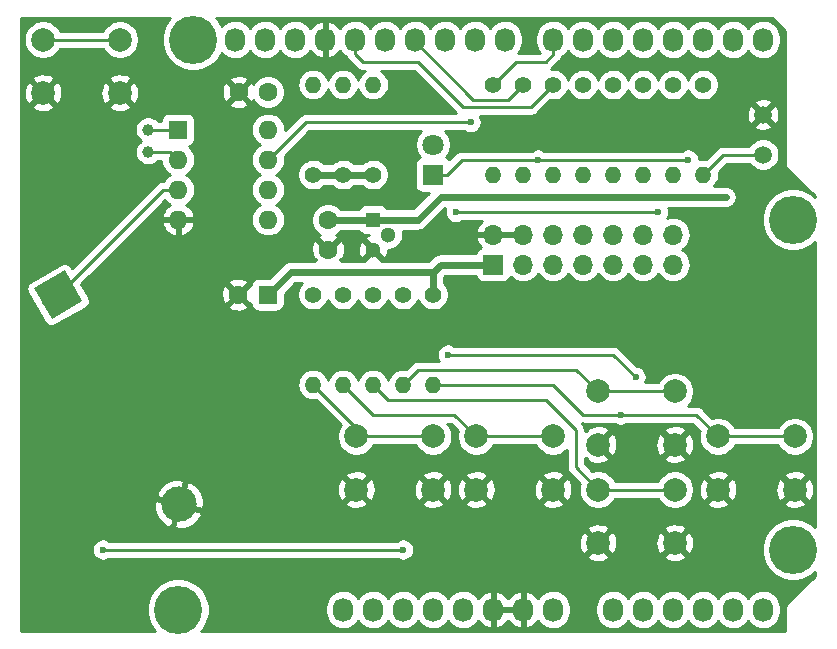
<source format=gbl>
G04 #@! TF.GenerationSoftware,KiCad,Pcbnew,(5.1.4)-1*
G04 #@! TF.CreationDate,2019-11-10T19:52:10+09:00*
G04 #@! TF.ProjectId,bf-012,62662d30-3132-42e6-9b69-6361645f7063,V01L01*
G04 #@! TF.SameCoordinates,Original*
G04 #@! TF.FileFunction,Copper,L2,Bot*
G04 #@! TF.FilePolarity,Positive*
%FSLAX46Y46*%
G04 Gerber Fmt 4.6, Leading zero omitted, Abs format (unit mm)*
G04 Created by KiCad (PCBNEW (5.1.4)-1) date 2019-11-10 19:52:10*
%MOMM*%
%LPD*%
G04 APERTURE LIST*
%ADD10C,1.300000*%
%ADD11R,1.300000X1.300000*%
%ADD12R,1.800000X1.800000*%
%ADD13C,1.800000*%
%ADD14R,1.700000X1.700000*%
%ADD15O,1.700000X1.700000*%
%ADD16O,1.727200X2.032000*%
%ADD17C,4.064000*%
%ADD18R,1.600000X1.600000*%
%ADD19C,1.600000*%
%ADD20C,1.400000*%
%ADD21O,1.400000X1.400000*%
%ADD22C,1.500000*%
%ADD23C,2.000000*%
%ADD24O,1.600000X1.600000*%
%ADD25C,1.000000*%
%ADD26C,3.000000*%
%ADD27C,0.100000*%
%ADD28C,0.600000*%
%ADD29C,0.250000*%
%ADD30C,0.600000*%
%ADD31C,0.254000*%
G04 APERTURE END LIST*
D10*
X142748000Y-92075000D03*
X141478000Y-93345000D03*
D11*
X141478000Y-90805000D03*
D12*
X146558000Y-86995000D03*
D13*
X146558000Y-84455000D03*
D14*
X151638000Y-94615000D03*
D15*
X151638000Y-92075000D03*
X154178000Y-94615000D03*
X154178000Y-92075000D03*
X156718000Y-94615000D03*
X156718000Y-92075000D03*
X159258000Y-94615000D03*
X159258000Y-92075000D03*
X161798000Y-94615000D03*
X161798000Y-92075000D03*
X164338000Y-94615000D03*
X164338000Y-92075000D03*
X166878000Y-94615000D03*
X166878000Y-92075000D03*
D16*
X138938000Y-123825000D03*
X141478000Y-123825000D03*
X144018000Y-123825000D03*
X146558000Y-123825000D03*
X149098000Y-123825000D03*
X151638000Y-123825000D03*
X154178000Y-123825000D03*
X156718000Y-123825000D03*
X161798000Y-123825000D03*
X164338000Y-123825000D03*
X166878000Y-123825000D03*
X169418000Y-123825000D03*
X171958000Y-123825000D03*
X174498000Y-123825000D03*
X129794000Y-75565000D03*
X132334000Y-75565000D03*
X134874000Y-75565000D03*
X137414000Y-75565000D03*
X139954000Y-75565000D03*
X142494000Y-75565000D03*
X145034000Y-75565000D03*
X147574000Y-75565000D03*
X150114000Y-75565000D03*
X152654000Y-75565000D03*
X156718000Y-75565000D03*
X159258000Y-75565000D03*
X161798000Y-75565000D03*
X164338000Y-75565000D03*
X166878000Y-75565000D03*
X169418000Y-75565000D03*
X171958000Y-75565000D03*
X174498000Y-75565000D03*
D17*
X124968000Y-123825000D03*
X177038000Y-118745000D03*
X126238000Y-75565000D03*
X177038000Y-90805000D03*
D18*
X132548000Y-97155000D03*
D19*
X130048000Y-97155000D03*
X130088000Y-80010000D03*
X132588000Y-80010000D03*
X137668000Y-90845000D03*
X137668000Y-93345000D03*
D20*
X151638000Y-79375000D03*
D21*
X151638000Y-86995000D03*
D20*
X154178000Y-79375000D03*
D21*
X154178000Y-86995000D03*
X156718000Y-86995000D03*
D20*
X156718000Y-79375000D03*
X159258000Y-79375000D03*
D21*
X159258000Y-86995000D03*
X161798000Y-86995000D03*
D20*
X161798000Y-79375000D03*
D21*
X164338000Y-86995000D03*
D20*
X164338000Y-79375000D03*
X166878000Y-79375000D03*
D21*
X166878000Y-86995000D03*
X141478000Y-79375000D03*
D20*
X141478000Y-86995000D03*
X138938000Y-86995000D03*
D21*
X138938000Y-79375000D03*
X136398000Y-79375000D03*
D20*
X136398000Y-86995000D03*
D21*
X146558000Y-104775000D03*
D20*
X146558000Y-97155000D03*
X144018000Y-97155000D03*
D21*
X144018000Y-104775000D03*
X141478000Y-104775000D03*
D20*
X141478000Y-97155000D03*
X138938000Y-97155000D03*
D21*
X138938000Y-104775000D03*
X136398000Y-104775000D03*
D20*
X136398000Y-97155000D03*
X169418000Y-79375000D03*
D21*
X169418000Y-86995000D03*
D22*
X174498000Y-85315000D03*
X174498000Y-81915000D03*
D23*
X120038000Y-75565000D03*
X120038000Y-80065000D03*
X113538000Y-75565000D03*
X113538000Y-80065000D03*
X140058000Y-113665000D03*
X140058000Y-109165000D03*
X146558000Y-113665000D03*
X146558000Y-109165000D03*
X156718000Y-109165000D03*
X156718000Y-113665000D03*
X150218000Y-109165000D03*
X150218000Y-113665000D03*
X160528000Y-118165000D03*
X160528000Y-113665000D03*
X167028000Y-118165000D03*
X167028000Y-113665000D03*
X167028000Y-105355000D03*
X167028000Y-109855000D03*
X160528000Y-105355000D03*
X160528000Y-109855000D03*
X170688000Y-113665000D03*
X170688000Y-109165000D03*
X177188000Y-113665000D03*
X177188000Y-109165000D03*
D18*
X124968000Y-83185000D03*
D24*
X132588000Y-90805000D03*
X124968000Y-85725000D03*
X132588000Y-88265000D03*
X124968000Y-88265000D03*
X132588000Y-85725000D03*
X124968000Y-90805000D03*
X132588000Y-83185000D03*
D25*
X122428000Y-83185000D03*
X122428000Y-85085000D03*
D26*
X125053000Y-114899861D03*
X114808000Y-97155000D03*
D27*
G36*
X112758962Y-96605962D02*
G01*
X115357038Y-95105962D01*
X116857038Y-97704038D01*
X114258962Y-99204038D01*
X112758962Y-96605962D01*
X112758962Y-96605962D01*
G37*
D28*
X144018000Y-118745000D03*
X118618000Y-118745000D03*
X171323000Y-88900000D03*
X156718000Y-98425000D03*
X177038000Y-100965000D03*
X177038000Y-106045000D03*
X170688000Y-106045000D03*
X170688000Y-100965000D03*
X161798000Y-98425000D03*
X170688000Y-95885000D03*
X151638000Y-98425000D03*
X174498000Y-78105000D03*
X177038000Y-95885000D03*
X170688000Y-90805000D03*
X171958000Y-121285000D03*
X151638000Y-121285000D03*
X141478000Y-121285000D03*
X136398000Y-122555000D03*
X128778000Y-122555000D03*
X121158000Y-122555000D03*
X113538000Y-122555000D03*
X113538000Y-117475000D03*
X113538000Y-112395000D03*
X113538000Y-107315000D03*
X113538000Y-102235000D03*
X121158000Y-102235000D03*
X128778000Y-102235000D03*
X128778000Y-107315000D03*
X121158000Y-107315000D03*
X121158000Y-112395000D03*
X128778000Y-112395000D03*
X121158000Y-117475000D03*
X128778000Y-117475000D03*
X136398000Y-117475000D03*
X136398000Y-111125000D03*
X113538000Y-92075000D03*
X113538000Y-86995000D03*
X128778000Y-93345000D03*
X128778000Y-88265000D03*
X140208000Y-84455000D03*
X152908000Y-83185000D03*
X121158000Y-97155000D03*
X121158000Y-88265000D03*
X162433000Y-107315000D03*
X147828000Y-102235000D03*
X163703000Y-104140000D03*
X149733000Y-82550000D03*
X168148000Y-85725000D03*
X155448000Y-85725000D03*
X165608000Y-90170000D03*
X148463000Y-90170000D03*
D29*
X144018000Y-118745000D02*
X118618000Y-118745000D01*
X113538000Y-75565000D02*
X120038000Y-75565000D01*
D30*
X136398000Y-86995000D02*
X138938000Y-86995000D01*
X138938000Y-86995000D02*
X141478000Y-86995000D01*
X141438000Y-90845000D02*
X141478000Y-90805000D01*
X137668000Y-90845000D02*
X141438000Y-90845000D01*
X132548000Y-97155000D02*
X132588000Y-97155000D01*
X134493000Y-95250000D02*
X144653000Y-95250000D01*
X132588000Y-97155000D02*
X134493000Y-95250000D01*
X144653000Y-95250000D02*
X146558000Y-95250000D01*
X147193000Y-94615000D02*
X151638000Y-94615000D01*
X146558000Y-95250000D02*
X147193000Y-94615000D01*
X146558000Y-95250000D02*
X146558000Y-97155000D01*
X141478000Y-90805000D02*
X145288000Y-90805000D01*
X147193000Y-88900000D02*
X171323000Y-88900000D01*
X145288000Y-90805000D02*
X147193000Y-88900000D01*
D29*
X170688000Y-109165000D02*
X177188000Y-109165000D01*
X156718000Y-104775000D02*
X146558000Y-104775000D01*
X159258000Y-107315000D02*
X156718000Y-104775000D01*
X162433000Y-107315000D02*
X159258000Y-107315000D01*
X168838000Y-107315000D02*
X170688000Y-109165000D01*
X162433000Y-107315000D02*
X168838000Y-107315000D01*
X161798000Y-102235000D02*
X163703000Y-104140000D01*
X147828000Y-102235000D02*
X161798000Y-102235000D01*
X171098000Y-85315000D02*
X169418000Y-86995000D01*
X174498000Y-85315000D02*
X171098000Y-85315000D01*
X135763000Y-82550000D02*
X132588000Y-85725000D01*
X149733000Y-82550000D02*
X135763000Y-82550000D01*
X155448000Y-85725000D02*
X168148000Y-85725000D01*
X148978000Y-85725000D02*
X149733000Y-85725000D01*
X147708000Y-86995000D02*
X148978000Y-85725000D01*
X146558000Y-86995000D02*
X147708000Y-86995000D01*
X155448000Y-85725000D02*
X149733000Y-85725000D01*
X156718000Y-76831000D02*
X156079000Y-77470000D01*
X156718000Y-75565000D02*
X156718000Y-76831000D01*
X153543000Y-77470000D02*
X152908000Y-78105000D01*
X156079000Y-77470000D02*
X153543000Y-77470000D01*
X151638000Y-79375000D02*
X152908000Y-78105000D01*
X154813000Y-81280000D02*
X156718000Y-79375000D01*
X149098000Y-81280000D02*
X154813000Y-81280000D01*
X145288000Y-77470000D02*
X149098000Y-81280000D01*
X140593000Y-77470000D02*
X145288000Y-77470000D01*
X139954000Y-76831000D02*
X140593000Y-77470000D01*
X139954000Y-75565000D02*
X139954000Y-76831000D01*
X165608000Y-90170000D02*
X148463000Y-90170000D01*
X123698000Y-88265000D02*
X114808000Y-97155000D01*
X124968000Y-88265000D02*
X123698000Y-88265000D01*
X145034000Y-75717400D02*
X145034000Y-75565000D01*
X149961600Y-80645000D02*
X145034000Y-75717400D01*
X152908000Y-80645000D02*
X149961600Y-80645000D01*
X154178000Y-79375000D02*
X152908000Y-80645000D01*
X144018000Y-104775000D02*
X145288000Y-103505000D01*
X158678000Y-103505000D02*
X160528000Y-105355000D01*
X145288000Y-103505000D02*
X158678000Y-103505000D01*
X160528000Y-105355000D02*
X167028000Y-105355000D01*
X160528000Y-113665000D02*
X167028000Y-113665000D01*
X158623000Y-111760000D02*
X160528000Y-113665000D01*
X141478000Y-104775000D02*
X142748000Y-106045000D01*
X156083000Y-106045000D02*
X158623000Y-108585000D01*
X158623000Y-108585000D02*
X158623000Y-111760000D01*
X142748000Y-106045000D02*
X156083000Y-106045000D01*
X148368000Y-107315000D02*
X150218000Y-109165000D01*
X138938000Y-104775000D02*
X141478000Y-107315000D01*
X141478000Y-107315000D02*
X148368000Y-107315000D01*
X151632213Y-109165000D02*
X156718000Y-109165000D01*
X150218000Y-109165000D02*
X151632213Y-109165000D01*
X140058000Y-108435000D02*
X140058000Y-109165000D01*
X136398000Y-104775000D02*
X140058000Y-108435000D01*
X141472213Y-109165000D02*
X146558000Y-109165000D01*
X140058000Y-109165000D02*
X141472213Y-109165000D01*
X122428000Y-83185000D02*
X124968000Y-83185000D01*
X124328000Y-85085000D02*
X124968000Y-85725000D01*
X122428000Y-85085000D02*
X124328000Y-85085000D01*
D31*
G36*
X124166406Y-73864887D02*
G01*
X123874536Y-74301702D01*
X123673492Y-74787065D01*
X123571000Y-75302323D01*
X123571000Y-75827677D01*
X123673492Y-76342935D01*
X123874536Y-76828298D01*
X124166406Y-77265113D01*
X124537887Y-77636594D01*
X124974702Y-77928464D01*
X125460065Y-78129508D01*
X125975323Y-78232000D01*
X126500677Y-78232000D01*
X127015935Y-78129508D01*
X127501298Y-77928464D01*
X127938113Y-77636594D01*
X128309594Y-77265113D01*
X128601464Y-76828298D01*
X128657001Y-76694219D01*
X128729203Y-76782197D01*
X128957395Y-76969469D01*
X129217737Y-77108625D01*
X129500224Y-77194316D01*
X129794000Y-77223251D01*
X130087777Y-77194316D01*
X130370264Y-77108625D01*
X130630606Y-76969469D01*
X130858797Y-76782197D01*
X131046069Y-76554006D01*
X131064000Y-76520459D01*
X131081931Y-76554006D01*
X131269203Y-76782197D01*
X131497395Y-76969469D01*
X131757737Y-77108625D01*
X132040224Y-77194316D01*
X132334000Y-77223251D01*
X132627777Y-77194316D01*
X132910264Y-77108625D01*
X133170606Y-76969469D01*
X133398797Y-76782197D01*
X133586069Y-76554006D01*
X133604000Y-76520459D01*
X133621931Y-76554006D01*
X133809203Y-76782197D01*
X134037395Y-76969469D01*
X134297737Y-77108625D01*
X134580224Y-77194316D01*
X134874000Y-77223251D01*
X135167777Y-77194316D01*
X135450264Y-77108625D01*
X135710606Y-76969469D01*
X135938797Y-76782197D01*
X136126069Y-76554006D01*
X136147424Y-76514053D01*
X136295514Y-76716729D01*
X136511965Y-76915733D01*
X136763081Y-77068686D01*
X137039211Y-77169709D01*
X137054974Y-77172358D01*
X137287000Y-77051217D01*
X137287000Y-75692000D01*
X137267000Y-75692000D01*
X137267000Y-75438000D01*
X137287000Y-75438000D01*
X137287000Y-74078783D01*
X137054974Y-73957642D01*
X137039211Y-73960291D01*
X136763081Y-74061314D01*
X136511965Y-74214267D01*
X136295514Y-74413271D01*
X136147424Y-74615947D01*
X136126069Y-74575994D01*
X135938797Y-74347803D01*
X135710605Y-74160531D01*
X135450263Y-74021375D01*
X135167776Y-73935684D01*
X134874000Y-73906749D01*
X134580223Y-73935684D01*
X134297736Y-74021375D01*
X134037394Y-74160531D01*
X133809203Y-74347803D01*
X133621931Y-74575995D01*
X133604000Y-74609541D01*
X133586069Y-74575994D01*
X133398797Y-74347803D01*
X133170605Y-74160531D01*
X132910263Y-74021375D01*
X132627776Y-73935684D01*
X132334000Y-73906749D01*
X132040223Y-73935684D01*
X131757736Y-74021375D01*
X131497394Y-74160531D01*
X131269203Y-74347803D01*
X131081931Y-74575995D01*
X131064000Y-74609541D01*
X131046069Y-74575994D01*
X130858797Y-74347803D01*
X130630605Y-74160531D01*
X130370263Y-74021375D01*
X130087776Y-73935684D01*
X129794000Y-73906749D01*
X129500223Y-73935684D01*
X129217736Y-74021375D01*
X128957394Y-74160531D01*
X128729203Y-74347803D01*
X128657001Y-74435781D01*
X128601464Y-74301702D01*
X128309594Y-73864887D01*
X128179707Y-73735000D01*
X175219909Y-73735000D01*
X176328001Y-74843093D01*
X176328000Y-85944125D01*
X176324565Y-85979000D01*
X176328000Y-86013875D01*
X176328000Y-86013876D01*
X176338273Y-86118183D01*
X176378872Y-86252019D01*
X176444800Y-86375362D01*
X176533525Y-86483474D01*
X176560617Y-86505708D01*
X178868001Y-88813093D01*
X178868001Y-88863294D01*
X178738113Y-88733406D01*
X178301298Y-88441536D01*
X177815935Y-88240492D01*
X177300677Y-88138000D01*
X176775323Y-88138000D01*
X176260065Y-88240492D01*
X175774702Y-88441536D01*
X175337887Y-88733406D01*
X174966406Y-89104887D01*
X174674536Y-89541702D01*
X174473492Y-90027065D01*
X174371000Y-90542323D01*
X174371000Y-91067677D01*
X174473492Y-91582935D01*
X174674536Y-92068298D01*
X174966406Y-92505113D01*
X175337887Y-92876594D01*
X175774702Y-93168464D01*
X176260065Y-93369508D01*
X176775323Y-93472000D01*
X177300677Y-93472000D01*
X177815935Y-93369508D01*
X178301298Y-93168464D01*
X178738113Y-92876594D01*
X178868001Y-92746706D01*
X178868000Y-116803293D01*
X178738113Y-116673406D01*
X178301298Y-116381536D01*
X177815935Y-116180492D01*
X177300677Y-116078000D01*
X176775323Y-116078000D01*
X176260065Y-116180492D01*
X175774702Y-116381536D01*
X175337887Y-116673406D01*
X174966406Y-117044887D01*
X174674536Y-117481702D01*
X174473492Y-117967065D01*
X174371000Y-118482323D01*
X174371000Y-119007677D01*
X174473492Y-119522935D01*
X174674536Y-120008298D01*
X174966406Y-120445113D01*
X175337887Y-120816594D01*
X175774702Y-121108464D01*
X176260065Y-121309508D01*
X176775323Y-121412000D01*
X177300677Y-121412000D01*
X177815935Y-121309508D01*
X178301298Y-121108464D01*
X178738113Y-120816594D01*
X178868000Y-120686707D01*
X178868000Y-120990908D01*
X176560617Y-123298292D01*
X176533526Y-123320525D01*
X176511293Y-123347616D01*
X176444801Y-123428637D01*
X176378872Y-123551981D01*
X176338274Y-123685816D01*
X176324565Y-123825000D01*
X176328001Y-123859885D01*
X176328000Y-125655000D01*
X126909707Y-125655000D01*
X127039594Y-125525113D01*
X127331464Y-125088298D01*
X127532508Y-124602935D01*
X127635000Y-124087677D01*
X127635000Y-123598982D01*
X137439400Y-123598982D01*
X137439400Y-124051019D01*
X137461084Y-124271177D01*
X137546775Y-124553664D01*
X137685931Y-124814006D01*
X137873203Y-125042197D01*
X138101395Y-125229469D01*
X138361737Y-125368625D01*
X138644224Y-125454316D01*
X138938000Y-125483251D01*
X139231777Y-125454316D01*
X139514264Y-125368625D01*
X139774606Y-125229469D01*
X140002797Y-125042197D01*
X140190069Y-124814006D01*
X140208000Y-124780459D01*
X140225931Y-124814006D01*
X140413203Y-125042197D01*
X140641395Y-125229469D01*
X140901737Y-125368625D01*
X141184224Y-125454316D01*
X141478000Y-125483251D01*
X141771777Y-125454316D01*
X142054264Y-125368625D01*
X142314606Y-125229469D01*
X142542797Y-125042197D01*
X142730069Y-124814006D01*
X142748000Y-124780459D01*
X142765931Y-124814006D01*
X142953203Y-125042197D01*
X143181395Y-125229469D01*
X143441737Y-125368625D01*
X143724224Y-125454316D01*
X144018000Y-125483251D01*
X144311777Y-125454316D01*
X144594264Y-125368625D01*
X144854606Y-125229469D01*
X145082797Y-125042197D01*
X145270069Y-124814006D01*
X145288000Y-124780459D01*
X145305931Y-124814006D01*
X145493203Y-125042197D01*
X145721395Y-125229469D01*
X145981737Y-125368625D01*
X146264224Y-125454316D01*
X146558000Y-125483251D01*
X146851777Y-125454316D01*
X147134264Y-125368625D01*
X147394606Y-125229469D01*
X147622797Y-125042197D01*
X147810069Y-124814006D01*
X147828000Y-124780459D01*
X147845931Y-124814006D01*
X148033203Y-125042197D01*
X148261395Y-125229469D01*
X148521737Y-125368625D01*
X148804224Y-125454316D01*
X149098000Y-125483251D01*
X149391777Y-125454316D01*
X149674264Y-125368625D01*
X149934606Y-125229469D01*
X150162797Y-125042197D01*
X150350069Y-124814006D01*
X150371424Y-124774053D01*
X150519514Y-124976729D01*
X150735965Y-125175733D01*
X150987081Y-125328686D01*
X151263211Y-125429709D01*
X151278974Y-125432358D01*
X151511000Y-125311217D01*
X151511000Y-123952000D01*
X151765000Y-123952000D01*
X151765000Y-125311217D01*
X151997026Y-125432358D01*
X152012789Y-125429709D01*
X152288919Y-125328686D01*
X152540035Y-125175733D01*
X152756486Y-124976729D01*
X152908000Y-124769367D01*
X153059514Y-124976729D01*
X153275965Y-125175733D01*
X153527081Y-125328686D01*
X153803211Y-125429709D01*
X153818974Y-125432358D01*
X154051000Y-125311217D01*
X154051000Y-123952000D01*
X151765000Y-123952000D01*
X151511000Y-123952000D01*
X151491000Y-123952000D01*
X151491000Y-123698000D01*
X151511000Y-123698000D01*
X151511000Y-122338783D01*
X151765000Y-122338783D01*
X151765000Y-123698000D01*
X154051000Y-123698000D01*
X154051000Y-122338783D01*
X154305000Y-122338783D01*
X154305000Y-123698000D01*
X154325000Y-123698000D01*
X154325000Y-123952000D01*
X154305000Y-123952000D01*
X154305000Y-125311217D01*
X154537026Y-125432358D01*
X154552789Y-125429709D01*
X154828919Y-125328686D01*
X155080035Y-125175733D01*
X155296486Y-124976729D01*
X155444576Y-124774053D01*
X155465931Y-124814006D01*
X155653203Y-125042197D01*
X155881395Y-125229469D01*
X156141737Y-125368625D01*
X156424224Y-125454316D01*
X156718000Y-125483251D01*
X157011777Y-125454316D01*
X157294264Y-125368625D01*
X157554606Y-125229469D01*
X157782797Y-125042197D01*
X157970069Y-124814006D01*
X158109225Y-124553663D01*
X158194916Y-124271176D01*
X158216600Y-124051018D01*
X158216600Y-123598982D01*
X160299400Y-123598982D01*
X160299400Y-124051019D01*
X160321084Y-124271177D01*
X160406775Y-124553664D01*
X160545931Y-124814006D01*
X160733203Y-125042197D01*
X160961395Y-125229469D01*
X161221737Y-125368625D01*
X161504224Y-125454316D01*
X161798000Y-125483251D01*
X162091777Y-125454316D01*
X162374264Y-125368625D01*
X162634606Y-125229469D01*
X162862797Y-125042197D01*
X163050069Y-124814006D01*
X163068000Y-124780459D01*
X163085931Y-124814006D01*
X163273203Y-125042197D01*
X163501395Y-125229469D01*
X163761737Y-125368625D01*
X164044224Y-125454316D01*
X164338000Y-125483251D01*
X164631777Y-125454316D01*
X164914264Y-125368625D01*
X165174606Y-125229469D01*
X165402797Y-125042197D01*
X165590069Y-124814006D01*
X165608000Y-124780459D01*
X165625931Y-124814006D01*
X165813203Y-125042197D01*
X166041395Y-125229469D01*
X166301737Y-125368625D01*
X166584224Y-125454316D01*
X166878000Y-125483251D01*
X167171777Y-125454316D01*
X167454264Y-125368625D01*
X167714606Y-125229469D01*
X167942797Y-125042197D01*
X168130069Y-124814006D01*
X168148000Y-124780459D01*
X168165931Y-124814006D01*
X168353203Y-125042197D01*
X168581395Y-125229469D01*
X168841737Y-125368625D01*
X169124224Y-125454316D01*
X169418000Y-125483251D01*
X169711777Y-125454316D01*
X169994264Y-125368625D01*
X170254606Y-125229469D01*
X170482797Y-125042197D01*
X170670069Y-124814006D01*
X170688000Y-124780459D01*
X170705931Y-124814006D01*
X170893203Y-125042197D01*
X171121395Y-125229469D01*
X171381737Y-125368625D01*
X171664224Y-125454316D01*
X171958000Y-125483251D01*
X172251777Y-125454316D01*
X172534264Y-125368625D01*
X172794606Y-125229469D01*
X173022797Y-125042197D01*
X173210069Y-124814006D01*
X173228000Y-124780459D01*
X173245931Y-124814006D01*
X173433203Y-125042197D01*
X173661395Y-125229469D01*
X173921737Y-125368625D01*
X174204224Y-125454316D01*
X174498000Y-125483251D01*
X174791777Y-125454316D01*
X175074264Y-125368625D01*
X175334606Y-125229469D01*
X175562797Y-125042197D01*
X175750069Y-124814006D01*
X175889225Y-124553663D01*
X175974916Y-124271176D01*
X175996600Y-124051018D01*
X175996600Y-123598981D01*
X175974916Y-123378823D01*
X175889225Y-123096336D01*
X175750069Y-122835994D01*
X175562797Y-122607803D01*
X175334605Y-122420531D01*
X175074263Y-122281375D01*
X174791776Y-122195684D01*
X174498000Y-122166749D01*
X174204223Y-122195684D01*
X173921736Y-122281375D01*
X173661394Y-122420531D01*
X173433203Y-122607803D01*
X173245931Y-122835995D01*
X173228000Y-122869541D01*
X173210069Y-122835994D01*
X173022797Y-122607803D01*
X172794605Y-122420531D01*
X172534263Y-122281375D01*
X172251776Y-122195684D01*
X171958000Y-122166749D01*
X171664223Y-122195684D01*
X171381736Y-122281375D01*
X171121394Y-122420531D01*
X170893203Y-122607803D01*
X170705931Y-122835995D01*
X170688000Y-122869541D01*
X170670069Y-122835994D01*
X170482797Y-122607803D01*
X170254605Y-122420531D01*
X169994263Y-122281375D01*
X169711776Y-122195684D01*
X169418000Y-122166749D01*
X169124223Y-122195684D01*
X168841736Y-122281375D01*
X168581394Y-122420531D01*
X168353203Y-122607803D01*
X168165931Y-122835995D01*
X168148000Y-122869541D01*
X168130069Y-122835994D01*
X167942797Y-122607803D01*
X167714605Y-122420531D01*
X167454263Y-122281375D01*
X167171776Y-122195684D01*
X166878000Y-122166749D01*
X166584223Y-122195684D01*
X166301736Y-122281375D01*
X166041394Y-122420531D01*
X165813203Y-122607803D01*
X165625931Y-122835995D01*
X165608000Y-122869541D01*
X165590069Y-122835994D01*
X165402797Y-122607803D01*
X165174605Y-122420531D01*
X164914263Y-122281375D01*
X164631776Y-122195684D01*
X164338000Y-122166749D01*
X164044223Y-122195684D01*
X163761736Y-122281375D01*
X163501394Y-122420531D01*
X163273203Y-122607803D01*
X163085931Y-122835995D01*
X163068000Y-122869541D01*
X163050069Y-122835994D01*
X162862797Y-122607803D01*
X162634605Y-122420531D01*
X162374263Y-122281375D01*
X162091776Y-122195684D01*
X161798000Y-122166749D01*
X161504223Y-122195684D01*
X161221736Y-122281375D01*
X160961394Y-122420531D01*
X160733203Y-122607803D01*
X160545931Y-122835995D01*
X160406775Y-123096337D01*
X160321084Y-123378824D01*
X160299400Y-123598982D01*
X158216600Y-123598982D01*
X158216600Y-123598981D01*
X158194916Y-123378823D01*
X158109225Y-123096336D01*
X157970069Y-122835994D01*
X157782797Y-122607803D01*
X157554605Y-122420531D01*
X157294263Y-122281375D01*
X157011776Y-122195684D01*
X156718000Y-122166749D01*
X156424223Y-122195684D01*
X156141736Y-122281375D01*
X155881394Y-122420531D01*
X155653203Y-122607803D01*
X155465931Y-122835995D01*
X155444576Y-122875947D01*
X155296486Y-122673271D01*
X155080035Y-122474267D01*
X154828919Y-122321314D01*
X154552789Y-122220291D01*
X154537026Y-122217642D01*
X154305000Y-122338783D01*
X154051000Y-122338783D01*
X153818974Y-122217642D01*
X153803211Y-122220291D01*
X153527081Y-122321314D01*
X153275965Y-122474267D01*
X153059514Y-122673271D01*
X152908000Y-122880633D01*
X152756486Y-122673271D01*
X152540035Y-122474267D01*
X152288919Y-122321314D01*
X152012789Y-122220291D01*
X151997026Y-122217642D01*
X151765000Y-122338783D01*
X151511000Y-122338783D01*
X151278974Y-122217642D01*
X151263211Y-122220291D01*
X150987081Y-122321314D01*
X150735965Y-122474267D01*
X150519514Y-122673271D01*
X150371424Y-122875947D01*
X150350069Y-122835994D01*
X150162797Y-122607803D01*
X149934605Y-122420531D01*
X149674263Y-122281375D01*
X149391776Y-122195684D01*
X149098000Y-122166749D01*
X148804223Y-122195684D01*
X148521736Y-122281375D01*
X148261394Y-122420531D01*
X148033203Y-122607803D01*
X147845931Y-122835995D01*
X147828000Y-122869541D01*
X147810069Y-122835994D01*
X147622797Y-122607803D01*
X147394605Y-122420531D01*
X147134263Y-122281375D01*
X146851776Y-122195684D01*
X146558000Y-122166749D01*
X146264223Y-122195684D01*
X145981736Y-122281375D01*
X145721394Y-122420531D01*
X145493203Y-122607803D01*
X145305931Y-122835995D01*
X145288000Y-122869541D01*
X145270069Y-122835994D01*
X145082797Y-122607803D01*
X144854605Y-122420531D01*
X144594263Y-122281375D01*
X144311776Y-122195684D01*
X144018000Y-122166749D01*
X143724223Y-122195684D01*
X143441736Y-122281375D01*
X143181394Y-122420531D01*
X142953203Y-122607803D01*
X142765931Y-122835995D01*
X142748000Y-122869541D01*
X142730069Y-122835994D01*
X142542797Y-122607803D01*
X142314605Y-122420531D01*
X142054263Y-122281375D01*
X141771776Y-122195684D01*
X141478000Y-122166749D01*
X141184223Y-122195684D01*
X140901736Y-122281375D01*
X140641394Y-122420531D01*
X140413203Y-122607803D01*
X140225931Y-122835995D01*
X140208000Y-122869541D01*
X140190069Y-122835994D01*
X140002797Y-122607803D01*
X139774605Y-122420531D01*
X139514263Y-122281375D01*
X139231776Y-122195684D01*
X138938000Y-122166749D01*
X138644223Y-122195684D01*
X138361736Y-122281375D01*
X138101394Y-122420531D01*
X137873203Y-122607803D01*
X137685931Y-122835995D01*
X137546775Y-123096337D01*
X137461084Y-123378824D01*
X137439400Y-123598982D01*
X127635000Y-123598982D01*
X127635000Y-123562323D01*
X127532508Y-123047065D01*
X127331464Y-122561702D01*
X127039594Y-122124887D01*
X126668113Y-121753406D01*
X126231298Y-121461536D01*
X125745935Y-121260492D01*
X125230677Y-121158000D01*
X124705323Y-121158000D01*
X124190065Y-121260492D01*
X123704702Y-121461536D01*
X123267887Y-121753406D01*
X122896406Y-122124887D01*
X122604536Y-122561702D01*
X122403492Y-123047065D01*
X122301000Y-123562323D01*
X122301000Y-124087677D01*
X122403492Y-124602935D01*
X122604536Y-125088298D01*
X122896406Y-125525113D01*
X123026293Y-125655000D01*
X111708000Y-125655000D01*
X111708000Y-118652911D01*
X117683000Y-118652911D01*
X117683000Y-118837089D01*
X117718932Y-119017729D01*
X117789414Y-119187889D01*
X117891738Y-119341028D01*
X118021972Y-119471262D01*
X118175111Y-119573586D01*
X118345271Y-119644068D01*
X118525911Y-119680000D01*
X118710089Y-119680000D01*
X118890729Y-119644068D01*
X119060889Y-119573586D01*
X119163535Y-119505000D01*
X143472465Y-119505000D01*
X143575111Y-119573586D01*
X143745271Y-119644068D01*
X143925911Y-119680000D01*
X144110089Y-119680000D01*
X144290729Y-119644068D01*
X144460889Y-119573586D01*
X144614028Y-119471262D01*
X144744262Y-119341028D01*
X144771400Y-119300413D01*
X159572192Y-119300413D01*
X159667956Y-119564814D01*
X159957571Y-119705704D01*
X160269108Y-119787384D01*
X160590595Y-119806718D01*
X160909675Y-119762961D01*
X161214088Y-119657795D01*
X161388044Y-119564814D01*
X161483808Y-119300413D01*
X166072192Y-119300413D01*
X166167956Y-119564814D01*
X166457571Y-119705704D01*
X166769108Y-119787384D01*
X167090595Y-119806718D01*
X167409675Y-119762961D01*
X167714088Y-119657795D01*
X167888044Y-119564814D01*
X167983808Y-119300413D01*
X167028000Y-118344605D01*
X166072192Y-119300413D01*
X161483808Y-119300413D01*
X160528000Y-118344605D01*
X159572192Y-119300413D01*
X144771400Y-119300413D01*
X144846586Y-119187889D01*
X144917068Y-119017729D01*
X144953000Y-118837089D01*
X144953000Y-118652911D01*
X144917068Y-118472271D01*
X144846586Y-118302111D01*
X144796797Y-118227595D01*
X158886282Y-118227595D01*
X158930039Y-118546675D01*
X159035205Y-118851088D01*
X159128186Y-119025044D01*
X159392587Y-119120808D01*
X160348395Y-118165000D01*
X160707605Y-118165000D01*
X161663413Y-119120808D01*
X161927814Y-119025044D01*
X162068704Y-118735429D01*
X162150384Y-118423892D01*
X162162189Y-118227595D01*
X165386282Y-118227595D01*
X165430039Y-118546675D01*
X165535205Y-118851088D01*
X165628186Y-119025044D01*
X165892587Y-119120808D01*
X166848395Y-118165000D01*
X167207605Y-118165000D01*
X168163413Y-119120808D01*
X168427814Y-119025044D01*
X168568704Y-118735429D01*
X168650384Y-118423892D01*
X168669718Y-118102405D01*
X168625961Y-117783325D01*
X168520795Y-117478912D01*
X168427814Y-117304956D01*
X168163413Y-117209192D01*
X167207605Y-118165000D01*
X166848395Y-118165000D01*
X165892587Y-117209192D01*
X165628186Y-117304956D01*
X165487296Y-117594571D01*
X165405616Y-117906108D01*
X165386282Y-118227595D01*
X162162189Y-118227595D01*
X162169718Y-118102405D01*
X162125961Y-117783325D01*
X162020795Y-117478912D01*
X161927814Y-117304956D01*
X161663413Y-117209192D01*
X160707605Y-118165000D01*
X160348395Y-118165000D01*
X159392587Y-117209192D01*
X159128186Y-117304956D01*
X158987296Y-117594571D01*
X158905616Y-117906108D01*
X158886282Y-118227595D01*
X144796797Y-118227595D01*
X144744262Y-118148972D01*
X144614028Y-118018738D01*
X144460889Y-117916414D01*
X144290729Y-117845932D01*
X144110089Y-117810000D01*
X143925911Y-117810000D01*
X143745271Y-117845932D01*
X143575111Y-117916414D01*
X143472465Y-117985000D01*
X119163535Y-117985000D01*
X119060889Y-117916414D01*
X118890729Y-117845932D01*
X118710089Y-117810000D01*
X118525911Y-117810000D01*
X118345271Y-117845932D01*
X118175111Y-117916414D01*
X118021972Y-118018738D01*
X117891738Y-118148972D01*
X117789414Y-118302111D01*
X117718932Y-118472271D01*
X117683000Y-118652911D01*
X111708000Y-118652911D01*
X111708000Y-116847694D01*
X124662560Y-116847694D01*
X124955449Y-117042973D01*
X125209265Y-117029587D01*
X159572192Y-117029587D01*
X160528000Y-117985395D01*
X161483808Y-117029587D01*
X166072192Y-117029587D01*
X167028000Y-117985395D01*
X167983808Y-117029587D01*
X167888044Y-116765186D01*
X167598429Y-116624296D01*
X167286892Y-116542616D01*
X166965405Y-116523282D01*
X166646325Y-116567039D01*
X166341912Y-116672205D01*
X166167956Y-116765186D01*
X166072192Y-117029587D01*
X161483808Y-117029587D01*
X161388044Y-116765186D01*
X161098429Y-116624296D01*
X160786892Y-116542616D01*
X160465405Y-116523282D01*
X160146325Y-116567039D01*
X159841912Y-116672205D01*
X159667956Y-116765186D01*
X159572192Y-117029587D01*
X125209265Y-117029587D01*
X125375424Y-117020824D01*
X125783008Y-116917169D01*
X126162538Y-116735989D01*
X126499429Y-116484248D01*
X126780736Y-116171620D01*
X126957765Y-115886935D01*
X126935093Y-115535646D01*
X125142803Y-115055404D01*
X124662560Y-116847694D01*
X111708000Y-116847694D01*
X111708000Y-114802310D01*
X122909888Y-114802310D01*
X122932037Y-115222285D01*
X123035692Y-115629869D01*
X123216872Y-116009399D01*
X123468613Y-116346290D01*
X123781241Y-116627597D01*
X124065926Y-116804626D01*
X124417215Y-116781954D01*
X124897457Y-114989664D01*
X124227159Y-114810058D01*
X125208543Y-114810058D01*
X127000833Y-115290301D01*
X127196112Y-114997412D01*
X127185723Y-114800413D01*
X139102192Y-114800413D01*
X139197956Y-115064814D01*
X139487571Y-115205704D01*
X139799108Y-115287384D01*
X140120595Y-115306718D01*
X140439675Y-115262961D01*
X140744088Y-115157795D01*
X140918044Y-115064814D01*
X141013808Y-114800413D01*
X145602192Y-114800413D01*
X145697956Y-115064814D01*
X145987571Y-115205704D01*
X146299108Y-115287384D01*
X146620595Y-115306718D01*
X146939675Y-115262961D01*
X147244088Y-115157795D01*
X147418044Y-115064814D01*
X147513808Y-114800413D01*
X149262192Y-114800413D01*
X149357956Y-115064814D01*
X149647571Y-115205704D01*
X149959108Y-115287384D01*
X150280595Y-115306718D01*
X150599675Y-115262961D01*
X150904088Y-115157795D01*
X151078044Y-115064814D01*
X151173808Y-114800413D01*
X155762192Y-114800413D01*
X155857956Y-115064814D01*
X156147571Y-115205704D01*
X156459108Y-115287384D01*
X156780595Y-115306718D01*
X157099675Y-115262961D01*
X157404088Y-115157795D01*
X157578044Y-115064814D01*
X157673808Y-114800413D01*
X156718000Y-113844605D01*
X155762192Y-114800413D01*
X151173808Y-114800413D01*
X150218000Y-113844605D01*
X149262192Y-114800413D01*
X147513808Y-114800413D01*
X146558000Y-113844605D01*
X145602192Y-114800413D01*
X141013808Y-114800413D01*
X140058000Y-113844605D01*
X139102192Y-114800413D01*
X127185723Y-114800413D01*
X127173963Y-114577437D01*
X127070308Y-114169853D01*
X126889128Y-113790323D01*
X126842255Y-113727595D01*
X138416282Y-113727595D01*
X138460039Y-114046675D01*
X138565205Y-114351088D01*
X138658186Y-114525044D01*
X138922587Y-114620808D01*
X139878395Y-113665000D01*
X140237605Y-113665000D01*
X141193413Y-114620808D01*
X141457814Y-114525044D01*
X141598704Y-114235429D01*
X141680384Y-113923892D01*
X141692189Y-113727595D01*
X144916282Y-113727595D01*
X144960039Y-114046675D01*
X145065205Y-114351088D01*
X145158186Y-114525044D01*
X145422587Y-114620808D01*
X146378395Y-113665000D01*
X146737605Y-113665000D01*
X147693413Y-114620808D01*
X147957814Y-114525044D01*
X148098704Y-114235429D01*
X148180384Y-113923892D01*
X148192189Y-113727595D01*
X148576282Y-113727595D01*
X148620039Y-114046675D01*
X148725205Y-114351088D01*
X148818186Y-114525044D01*
X149082587Y-114620808D01*
X150038395Y-113665000D01*
X150397605Y-113665000D01*
X151353413Y-114620808D01*
X151617814Y-114525044D01*
X151758704Y-114235429D01*
X151840384Y-113923892D01*
X151852189Y-113727595D01*
X155076282Y-113727595D01*
X155120039Y-114046675D01*
X155225205Y-114351088D01*
X155318186Y-114525044D01*
X155582587Y-114620808D01*
X156538395Y-113665000D01*
X156897605Y-113665000D01*
X157853413Y-114620808D01*
X158117814Y-114525044D01*
X158258704Y-114235429D01*
X158340384Y-113923892D01*
X158359718Y-113602405D01*
X158315961Y-113283325D01*
X158210795Y-112978912D01*
X158117814Y-112804956D01*
X157853413Y-112709192D01*
X156897605Y-113665000D01*
X156538395Y-113665000D01*
X155582587Y-112709192D01*
X155318186Y-112804956D01*
X155177296Y-113094571D01*
X155095616Y-113406108D01*
X155076282Y-113727595D01*
X151852189Y-113727595D01*
X151859718Y-113602405D01*
X151815961Y-113283325D01*
X151710795Y-112978912D01*
X151617814Y-112804956D01*
X151353413Y-112709192D01*
X150397605Y-113665000D01*
X150038395Y-113665000D01*
X149082587Y-112709192D01*
X148818186Y-112804956D01*
X148677296Y-113094571D01*
X148595616Y-113406108D01*
X148576282Y-113727595D01*
X148192189Y-113727595D01*
X148199718Y-113602405D01*
X148155961Y-113283325D01*
X148050795Y-112978912D01*
X147957814Y-112804956D01*
X147693413Y-112709192D01*
X146737605Y-113665000D01*
X146378395Y-113665000D01*
X145422587Y-112709192D01*
X145158186Y-112804956D01*
X145017296Y-113094571D01*
X144935616Y-113406108D01*
X144916282Y-113727595D01*
X141692189Y-113727595D01*
X141699718Y-113602405D01*
X141655961Y-113283325D01*
X141550795Y-112978912D01*
X141457814Y-112804956D01*
X141193413Y-112709192D01*
X140237605Y-113665000D01*
X139878395Y-113665000D01*
X138922587Y-112709192D01*
X138658186Y-112804956D01*
X138517296Y-113094571D01*
X138435616Y-113406108D01*
X138416282Y-113727595D01*
X126842255Y-113727595D01*
X126637387Y-113453432D01*
X126324759Y-113172125D01*
X126040074Y-112995096D01*
X125688785Y-113017768D01*
X125208543Y-114810058D01*
X124227159Y-114810058D01*
X123105167Y-114509421D01*
X122909888Y-114802310D01*
X111708000Y-114802310D01*
X111708000Y-113912787D01*
X123148235Y-113912787D01*
X123170907Y-114264076D01*
X124963197Y-114744318D01*
X125443440Y-112952028D01*
X125150551Y-112756749D01*
X124730576Y-112778898D01*
X124322992Y-112882553D01*
X123943462Y-113063733D01*
X123606571Y-113315474D01*
X123325264Y-113628102D01*
X123148235Y-113912787D01*
X111708000Y-113912787D01*
X111708000Y-112529587D01*
X139102192Y-112529587D01*
X140058000Y-113485395D01*
X141013808Y-112529587D01*
X145602192Y-112529587D01*
X146558000Y-113485395D01*
X147513808Y-112529587D01*
X149262192Y-112529587D01*
X150218000Y-113485395D01*
X151173808Y-112529587D01*
X155762192Y-112529587D01*
X156718000Y-113485395D01*
X157673808Y-112529587D01*
X157578044Y-112265186D01*
X157288429Y-112124296D01*
X156976892Y-112042616D01*
X156655405Y-112023282D01*
X156336325Y-112067039D01*
X156031912Y-112172205D01*
X155857956Y-112265186D01*
X155762192Y-112529587D01*
X151173808Y-112529587D01*
X151078044Y-112265186D01*
X150788429Y-112124296D01*
X150476892Y-112042616D01*
X150155405Y-112023282D01*
X149836325Y-112067039D01*
X149531912Y-112172205D01*
X149357956Y-112265186D01*
X149262192Y-112529587D01*
X147513808Y-112529587D01*
X147418044Y-112265186D01*
X147128429Y-112124296D01*
X146816892Y-112042616D01*
X146495405Y-112023282D01*
X146176325Y-112067039D01*
X145871912Y-112172205D01*
X145697956Y-112265186D01*
X145602192Y-112529587D01*
X141013808Y-112529587D01*
X140918044Y-112265186D01*
X140628429Y-112124296D01*
X140316892Y-112042616D01*
X139995405Y-112023282D01*
X139676325Y-112067039D01*
X139371912Y-112172205D01*
X139197956Y-112265186D01*
X139102192Y-112529587D01*
X111708000Y-112529587D01*
X111708000Y-104775000D01*
X135056541Y-104775000D01*
X135082317Y-105036706D01*
X135158653Y-105288354D01*
X135282618Y-105520275D01*
X135449445Y-105723555D01*
X135652725Y-105890382D01*
X135884646Y-106014347D01*
X136136294Y-106090683D01*
X136332421Y-106110000D01*
X136463579Y-106110000D01*
X136640749Y-106092550D01*
X138741123Y-108192924D01*
X138609082Y-108390537D01*
X138485832Y-108688088D01*
X138423000Y-109003967D01*
X138423000Y-109326033D01*
X138485832Y-109641912D01*
X138609082Y-109939463D01*
X138788013Y-110207252D01*
X139015748Y-110434987D01*
X139283537Y-110613918D01*
X139581088Y-110737168D01*
X139896967Y-110800000D01*
X140219033Y-110800000D01*
X140534912Y-110737168D01*
X140832463Y-110613918D01*
X141100252Y-110434987D01*
X141327987Y-110207252D01*
X141506918Y-109939463D01*
X141512909Y-109925000D01*
X145103091Y-109925000D01*
X145109082Y-109939463D01*
X145288013Y-110207252D01*
X145515748Y-110434987D01*
X145783537Y-110613918D01*
X146081088Y-110737168D01*
X146396967Y-110800000D01*
X146719033Y-110800000D01*
X147034912Y-110737168D01*
X147332463Y-110613918D01*
X147600252Y-110434987D01*
X147827987Y-110207252D01*
X148006918Y-109939463D01*
X148130168Y-109641912D01*
X148193000Y-109326033D01*
X148193000Y-109003967D01*
X148130168Y-108688088D01*
X148006918Y-108390537D01*
X147827987Y-108122748D01*
X147780239Y-108075000D01*
X148053199Y-108075000D01*
X148651823Y-108673624D01*
X148645832Y-108688088D01*
X148583000Y-109003967D01*
X148583000Y-109326033D01*
X148645832Y-109641912D01*
X148769082Y-109939463D01*
X148948013Y-110207252D01*
X149175748Y-110434987D01*
X149443537Y-110613918D01*
X149741088Y-110737168D01*
X150056967Y-110800000D01*
X150379033Y-110800000D01*
X150694912Y-110737168D01*
X150992463Y-110613918D01*
X151260252Y-110434987D01*
X151487987Y-110207252D01*
X151666918Y-109939463D01*
X151672909Y-109925000D01*
X155263091Y-109925000D01*
X155269082Y-109939463D01*
X155448013Y-110207252D01*
X155675748Y-110434987D01*
X155943537Y-110613918D01*
X156241088Y-110737168D01*
X156556967Y-110800000D01*
X156879033Y-110800000D01*
X157194912Y-110737168D01*
X157492463Y-110613918D01*
X157760252Y-110434987D01*
X157863001Y-110332238D01*
X157863001Y-111722668D01*
X157859324Y-111760000D01*
X157873998Y-111908985D01*
X157917454Y-112052246D01*
X157988026Y-112184276D01*
X158014129Y-112216082D01*
X158083000Y-112300001D01*
X158111998Y-112323799D01*
X158961823Y-113173624D01*
X158955832Y-113188088D01*
X158893000Y-113503967D01*
X158893000Y-113826033D01*
X158955832Y-114141912D01*
X159079082Y-114439463D01*
X159258013Y-114707252D01*
X159485748Y-114934987D01*
X159753537Y-115113918D01*
X160051088Y-115237168D01*
X160366967Y-115300000D01*
X160689033Y-115300000D01*
X161004912Y-115237168D01*
X161302463Y-115113918D01*
X161570252Y-114934987D01*
X161797987Y-114707252D01*
X161976918Y-114439463D01*
X161982909Y-114425000D01*
X165573091Y-114425000D01*
X165579082Y-114439463D01*
X165758013Y-114707252D01*
X165985748Y-114934987D01*
X166253537Y-115113918D01*
X166551088Y-115237168D01*
X166866967Y-115300000D01*
X167189033Y-115300000D01*
X167504912Y-115237168D01*
X167802463Y-115113918D01*
X168070252Y-114934987D01*
X168204826Y-114800413D01*
X169732192Y-114800413D01*
X169827956Y-115064814D01*
X170117571Y-115205704D01*
X170429108Y-115287384D01*
X170750595Y-115306718D01*
X171069675Y-115262961D01*
X171374088Y-115157795D01*
X171548044Y-115064814D01*
X171643808Y-114800413D01*
X176232192Y-114800413D01*
X176327956Y-115064814D01*
X176617571Y-115205704D01*
X176929108Y-115287384D01*
X177250595Y-115306718D01*
X177569675Y-115262961D01*
X177874088Y-115157795D01*
X178048044Y-115064814D01*
X178143808Y-114800413D01*
X177188000Y-113844605D01*
X176232192Y-114800413D01*
X171643808Y-114800413D01*
X170688000Y-113844605D01*
X169732192Y-114800413D01*
X168204826Y-114800413D01*
X168297987Y-114707252D01*
X168476918Y-114439463D01*
X168600168Y-114141912D01*
X168663000Y-113826033D01*
X168663000Y-113727595D01*
X169046282Y-113727595D01*
X169090039Y-114046675D01*
X169195205Y-114351088D01*
X169288186Y-114525044D01*
X169552587Y-114620808D01*
X170508395Y-113665000D01*
X170867605Y-113665000D01*
X171823413Y-114620808D01*
X172087814Y-114525044D01*
X172228704Y-114235429D01*
X172310384Y-113923892D01*
X172322189Y-113727595D01*
X175546282Y-113727595D01*
X175590039Y-114046675D01*
X175695205Y-114351088D01*
X175788186Y-114525044D01*
X176052587Y-114620808D01*
X177008395Y-113665000D01*
X177367605Y-113665000D01*
X178323413Y-114620808D01*
X178587814Y-114525044D01*
X178728704Y-114235429D01*
X178810384Y-113923892D01*
X178829718Y-113602405D01*
X178785961Y-113283325D01*
X178680795Y-112978912D01*
X178587814Y-112804956D01*
X178323413Y-112709192D01*
X177367605Y-113665000D01*
X177008395Y-113665000D01*
X176052587Y-112709192D01*
X175788186Y-112804956D01*
X175647296Y-113094571D01*
X175565616Y-113406108D01*
X175546282Y-113727595D01*
X172322189Y-113727595D01*
X172329718Y-113602405D01*
X172285961Y-113283325D01*
X172180795Y-112978912D01*
X172087814Y-112804956D01*
X171823413Y-112709192D01*
X170867605Y-113665000D01*
X170508395Y-113665000D01*
X169552587Y-112709192D01*
X169288186Y-112804956D01*
X169147296Y-113094571D01*
X169065616Y-113406108D01*
X169046282Y-113727595D01*
X168663000Y-113727595D01*
X168663000Y-113503967D01*
X168600168Y-113188088D01*
X168476918Y-112890537D01*
X168297987Y-112622748D01*
X168204826Y-112529587D01*
X169732192Y-112529587D01*
X170688000Y-113485395D01*
X171643808Y-112529587D01*
X176232192Y-112529587D01*
X177188000Y-113485395D01*
X178143808Y-112529587D01*
X178048044Y-112265186D01*
X177758429Y-112124296D01*
X177446892Y-112042616D01*
X177125405Y-112023282D01*
X176806325Y-112067039D01*
X176501912Y-112172205D01*
X176327956Y-112265186D01*
X176232192Y-112529587D01*
X171643808Y-112529587D01*
X171548044Y-112265186D01*
X171258429Y-112124296D01*
X170946892Y-112042616D01*
X170625405Y-112023282D01*
X170306325Y-112067039D01*
X170001912Y-112172205D01*
X169827956Y-112265186D01*
X169732192Y-112529587D01*
X168204826Y-112529587D01*
X168070252Y-112395013D01*
X167802463Y-112216082D01*
X167504912Y-112092832D01*
X167189033Y-112030000D01*
X166866967Y-112030000D01*
X166551088Y-112092832D01*
X166253537Y-112216082D01*
X165985748Y-112395013D01*
X165758013Y-112622748D01*
X165579082Y-112890537D01*
X165573091Y-112905000D01*
X161982909Y-112905000D01*
X161976918Y-112890537D01*
X161797987Y-112622748D01*
X161570252Y-112395013D01*
X161302463Y-112216082D01*
X161004912Y-112092832D01*
X160689033Y-112030000D01*
X160366967Y-112030000D01*
X160051088Y-112092832D01*
X160036624Y-112098823D01*
X159383000Y-111445199D01*
X159383000Y-111032558D01*
X159456525Y-111106083D01*
X159572193Y-110990415D01*
X159667956Y-111254814D01*
X159957571Y-111395704D01*
X160269108Y-111477384D01*
X160590595Y-111496718D01*
X160909675Y-111452961D01*
X161214088Y-111347795D01*
X161388044Y-111254814D01*
X161483808Y-110990413D01*
X166072192Y-110990413D01*
X166167956Y-111254814D01*
X166457571Y-111395704D01*
X166769108Y-111477384D01*
X167090595Y-111496718D01*
X167409675Y-111452961D01*
X167714088Y-111347795D01*
X167888044Y-111254814D01*
X167983808Y-110990413D01*
X167028000Y-110034605D01*
X166072192Y-110990413D01*
X161483808Y-110990413D01*
X160528000Y-110034605D01*
X160513858Y-110048748D01*
X160334253Y-109869143D01*
X160348395Y-109855000D01*
X160707605Y-109855000D01*
X161663413Y-110810808D01*
X161927814Y-110715044D01*
X162068704Y-110425429D01*
X162150384Y-110113892D01*
X162162189Y-109917595D01*
X165386282Y-109917595D01*
X165430039Y-110236675D01*
X165535205Y-110541088D01*
X165628186Y-110715044D01*
X165892587Y-110810808D01*
X166848395Y-109855000D01*
X167207605Y-109855000D01*
X168163413Y-110810808D01*
X168427814Y-110715044D01*
X168568704Y-110425429D01*
X168650384Y-110113892D01*
X168669718Y-109792405D01*
X168625961Y-109473325D01*
X168520795Y-109168912D01*
X168427814Y-108994956D01*
X168163413Y-108899192D01*
X167207605Y-109855000D01*
X166848395Y-109855000D01*
X165892587Y-108899192D01*
X165628186Y-108994956D01*
X165487296Y-109284571D01*
X165405616Y-109596108D01*
X165386282Y-109917595D01*
X162162189Y-109917595D01*
X162169718Y-109792405D01*
X162125961Y-109473325D01*
X162020795Y-109168912D01*
X161927814Y-108994956D01*
X161663413Y-108899192D01*
X160707605Y-109855000D01*
X160348395Y-109855000D01*
X160334253Y-109840858D01*
X160513858Y-109661253D01*
X160528000Y-109675395D01*
X161483808Y-108719587D01*
X166072192Y-108719587D01*
X167028000Y-109675395D01*
X167983808Y-108719587D01*
X167888044Y-108455186D01*
X167598429Y-108314296D01*
X167286892Y-108232616D01*
X166965405Y-108213282D01*
X166646325Y-108257039D01*
X166341912Y-108362205D01*
X166167956Y-108455186D01*
X166072192Y-108719587D01*
X161483808Y-108719587D01*
X161388044Y-108455186D01*
X161098429Y-108314296D01*
X160786892Y-108232616D01*
X160465405Y-108213282D01*
X160146325Y-108257039D01*
X159841912Y-108362205D01*
X159667956Y-108455186D01*
X159572193Y-108719585D01*
X159456525Y-108603917D01*
X159383000Y-108677442D01*
X159383000Y-108622322D01*
X159386676Y-108584999D01*
X159383000Y-108547676D01*
X159383000Y-108547667D01*
X159372003Y-108436014D01*
X159328546Y-108292753D01*
X159257974Y-108160724D01*
X159226808Y-108122748D01*
X159186799Y-108073996D01*
X159186795Y-108073992D01*
X159184716Y-108071459D01*
X159220667Y-108075000D01*
X159220676Y-108075000D01*
X159257999Y-108078676D01*
X159295322Y-108075000D01*
X161887465Y-108075000D01*
X161990111Y-108143586D01*
X162160271Y-108214068D01*
X162340911Y-108250000D01*
X162525089Y-108250000D01*
X162705729Y-108214068D01*
X162875889Y-108143586D01*
X162978535Y-108075000D01*
X168523199Y-108075000D01*
X169121823Y-108673624D01*
X169115832Y-108688088D01*
X169053000Y-109003967D01*
X169053000Y-109326033D01*
X169115832Y-109641912D01*
X169239082Y-109939463D01*
X169418013Y-110207252D01*
X169645748Y-110434987D01*
X169913537Y-110613918D01*
X170211088Y-110737168D01*
X170526967Y-110800000D01*
X170849033Y-110800000D01*
X171164912Y-110737168D01*
X171462463Y-110613918D01*
X171730252Y-110434987D01*
X171957987Y-110207252D01*
X172136918Y-109939463D01*
X172142909Y-109925000D01*
X175733091Y-109925000D01*
X175739082Y-109939463D01*
X175918013Y-110207252D01*
X176145748Y-110434987D01*
X176413537Y-110613918D01*
X176711088Y-110737168D01*
X177026967Y-110800000D01*
X177349033Y-110800000D01*
X177664912Y-110737168D01*
X177962463Y-110613918D01*
X178230252Y-110434987D01*
X178457987Y-110207252D01*
X178636918Y-109939463D01*
X178760168Y-109641912D01*
X178823000Y-109326033D01*
X178823000Y-109003967D01*
X178760168Y-108688088D01*
X178636918Y-108390537D01*
X178457987Y-108122748D01*
X178230252Y-107895013D01*
X177962463Y-107716082D01*
X177664912Y-107592832D01*
X177349033Y-107530000D01*
X177026967Y-107530000D01*
X176711088Y-107592832D01*
X176413537Y-107716082D01*
X176145748Y-107895013D01*
X175918013Y-108122748D01*
X175739082Y-108390537D01*
X175733091Y-108405000D01*
X172142909Y-108405000D01*
X172136918Y-108390537D01*
X171957987Y-108122748D01*
X171730252Y-107895013D01*
X171462463Y-107716082D01*
X171164912Y-107592832D01*
X170849033Y-107530000D01*
X170526967Y-107530000D01*
X170211088Y-107592832D01*
X170196624Y-107598823D01*
X169401804Y-106804003D01*
X169378001Y-106774999D01*
X169262276Y-106680026D01*
X169130247Y-106609454D01*
X168986986Y-106565997D01*
X168875333Y-106555000D01*
X168875322Y-106555000D01*
X168838000Y-106551324D01*
X168800678Y-106555000D01*
X168140239Y-106555000D01*
X168297987Y-106397252D01*
X168476918Y-106129463D01*
X168600168Y-105831912D01*
X168663000Y-105516033D01*
X168663000Y-105193967D01*
X168600168Y-104878088D01*
X168476918Y-104580537D01*
X168297987Y-104312748D01*
X168070252Y-104085013D01*
X167802463Y-103906082D01*
X167504912Y-103782832D01*
X167189033Y-103720000D01*
X166866967Y-103720000D01*
X166551088Y-103782832D01*
X166253537Y-103906082D01*
X165985748Y-104085013D01*
X165758013Y-104312748D01*
X165579082Y-104580537D01*
X165573091Y-104595000D01*
X164523494Y-104595000D01*
X164531586Y-104582889D01*
X164602068Y-104412729D01*
X164638000Y-104232089D01*
X164638000Y-104047911D01*
X164602068Y-103867271D01*
X164531586Y-103697111D01*
X164429262Y-103543972D01*
X164299028Y-103413738D01*
X164145889Y-103311414D01*
X163975729Y-103240932D01*
X163854649Y-103216847D01*
X162361804Y-101724003D01*
X162338001Y-101694999D01*
X162222276Y-101600026D01*
X162090247Y-101529454D01*
X161946986Y-101485997D01*
X161835333Y-101475000D01*
X161835322Y-101475000D01*
X161798000Y-101471324D01*
X161760678Y-101475000D01*
X148373535Y-101475000D01*
X148270889Y-101406414D01*
X148100729Y-101335932D01*
X147920089Y-101300000D01*
X147735911Y-101300000D01*
X147555271Y-101335932D01*
X147385111Y-101406414D01*
X147231972Y-101508738D01*
X147101738Y-101638972D01*
X146999414Y-101792111D01*
X146928932Y-101962271D01*
X146893000Y-102142911D01*
X146893000Y-102327089D01*
X146928932Y-102507729D01*
X146999414Y-102677889D01*
X147044256Y-102745000D01*
X145325322Y-102745000D01*
X145287999Y-102741324D01*
X145250676Y-102745000D01*
X145250667Y-102745000D01*
X145139014Y-102755997D01*
X144995753Y-102799454D01*
X144863724Y-102870026D01*
X144747999Y-102964999D01*
X144724201Y-102993997D01*
X144260749Y-103457450D01*
X144083579Y-103440000D01*
X143952421Y-103440000D01*
X143756294Y-103459317D01*
X143504646Y-103535653D01*
X143272725Y-103659618D01*
X143069445Y-103826445D01*
X142902618Y-104029725D01*
X142778653Y-104261646D01*
X142748000Y-104362696D01*
X142717347Y-104261646D01*
X142593382Y-104029725D01*
X142426555Y-103826445D01*
X142223275Y-103659618D01*
X141991354Y-103535653D01*
X141739706Y-103459317D01*
X141543579Y-103440000D01*
X141412421Y-103440000D01*
X141216294Y-103459317D01*
X140964646Y-103535653D01*
X140732725Y-103659618D01*
X140529445Y-103826445D01*
X140362618Y-104029725D01*
X140238653Y-104261646D01*
X140208000Y-104362696D01*
X140177347Y-104261646D01*
X140053382Y-104029725D01*
X139886555Y-103826445D01*
X139683275Y-103659618D01*
X139451354Y-103535653D01*
X139199706Y-103459317D01*
X139003579Y-103440000D01*
X138872421Y-103440000D01*
X138676294Y-103459317D01*
X138424646Y-103535653D01*
X138192725Y-103659618D01*
X137989445Y-103826445D01*
X137822618Y-104029725D01*
X137698653Y-104261646D01*
X137668000Y-104362696D01*
X137637347Y-104261646D01*
X137513382Y-104029725D01*
X137346555Y-103826445D01*
X137143275Y-103659618D01*
X136911354Y-103535653D01*
X136659706Y-103459317D01*
X136463579Y-103440000D01*
X136332421Y-103440000D01*
X136136294Y-103459317D01*
X135884646Y-103535653D01*
X135652725Y-103659618D01*
X135449445Y-103826445D01*
X135282618Y-104029725D01*
X135158653Y-104261646D01*
X135082317Y-104513294D01*
X135056541Y-104775000D01*
X111708000Y-104775000D01*
X111708000Y-96564230D01*
X112122256Y-96564230D01*
X112126349Y-96689247D01*
X112154752Y-96811064D01*
X112206375Y-96924998D01*
X113706375Y-99523074D01*
X113779234Y-99624748D01*
X113870528Y-99710255D01*
X113976750Y-99776307D01*
X114093817Y-99820368D01*
X114217230Y-99840744D01*
X114342247Y-99836651D01*
X114464064Y-99808248D01*
X114577998Y-99756625D01*
X117176074Y-98256625D01*
X117277748Y-98183766D01*
X117311525Y-98147702D01*
X129234903Y-98147702D01*
X129306486Y-98391671D01*
X129561996Y-98512571D01*
X129836184Y-98581300D01*
X130118512Y-98595217D01*
X130398130Y-98553787D01*
X130664292Y-98458603D01*
X130789514Y-98391671D01*
X130861097Y-98147702D01*
X130048000Y-97334605D01*
X129234903Y-98147702D01*
X117311525Y-98147702D01*
X117363255Y-98092472D01*
X117429307Y-97986250D01*
X117473368Y-97869183D01*
X117493744Y-97745770D01*
X117489651Y-97620753D01*
X117461248Y-97498936D01*
X117409625Y-97385002D01*
X117317544Y-97225512D01*
X128607783Y-97225512D01*
X128649213Y-97505130D01*
X128744397Y-97771292D01*
X128811329Y-97896514D01*
X129055298Y-97968097D01*
X129868395Y-97155000D01*
X130227605Y-97155000D01*
X131040702Y-97968097D01*
X131109928Y-97947785D01*
X131109928Y-97955000D01*
X131122188Y-98079482D01*
X131158498Y-98199180D01*
X131217463Y-98309494D01*
X131296815Y-98406185D01*
X131393506Y-98485537D01*
X131503820Y-98544502D01*
X131623518Y-98580812D01*
X131748000Y-98593072D01*
X133348000Y-98593072D01*
X133472482Y-98580812D01*
X133592180Y-98544502D01*
X133702494Y-98485537D01*
X133799185Y-98406185D01*
X133878537Y-98309494D01*
X133937502Y-98199180D01*
X133973812Y-98079482D01*
X133986072Y-97955000D01*
X133986072Y-97079217D01*
X134880289Y-96185000D01*
X135480025Y-96185000D01*
X135361038Y-96303987D01*
X135214939Y-96522641D01*
X135114304Y-96765595D01*
X135063000Y-97023514D01*
X135063000Y-97286486D01*
X135114304Y-97544405D01*
X135214939Y-97787359D01*
X135361038Y-98006013D01*
X135546987Y-98191962D01*
X135765641Y-98338061D01*
X136008595Y-98438696D01*
X136266514Y-98490000D01*
X136529486Y-98490000D01*
X136787405Y-98438696D01*
X137030359Y-98338061D01*
X137249013Y-98191962D01*
X137434962Y-98006013D01*
X137581061Y-97787359D01*
X137668000Y-97577470D01*
X137754939Y-97787359D01*
X137901038Y-98006013D01*
X138086987Y-98191962D01*
X138305641Y-98338061D01*
X138548595Y-98438696D01*
X138806514Y-98490000D01*
X139069486Y-98490000D01*
X139327405Y-98438696D01*
X139570359Y-98338061D01*
X139789013Y-98191962D01*
X139974962Y-98006013D01*
X140121061Y-97787359D01*
X140208000Y-97577470D01*
X140294939Y-97787359D01*
X140441038Y-98006013D01*
X140626987Y-98191962D01*
X140845641Y-98338061D01*
X141088595Y-98438696D01*
X141346514Y-98490000D01*
X141609486Y-98490000D01*
X141867405Y-98438696D01*
X142110359Y-98338061D01*
X142329013Y-98191962D01*
X142514962Y-98006013D01*
X142661061Y-97787359D01*
X142748000Y-97577470D01*
X142834939Y-97787359D01*
X142981038Y-98006013D01*
X143166987Y-98191962D01*
X143385641Y-98338061D01*
X143628595Y-98438696D01*
X143886514Y-98490000D01*
X144149486Y-98490000D01*
X144407405Y-98438696D01*
X144650359Y-98338061D01*
X144869013Y-98191962D01*
X145054962Y-98006013D01*
X145201061Y-97787359D01*
X145288000Y-97577470D01*
X145374939Y-97787359D01*
X145521038Y-98006013D01*
X145706987Y-98191962D01*
X145925641Y-98338061D01*
X146168595Y-98438696D01*
X146426514Y-98490000D01*
X146689486Y-98490000D01*
X146947405Y-98438696D01*
X147190359Y-98338061D01*
X147409013Y-98191962D01*
X147594962Y-98006013D01*
X147741061Y-97787359D01*
X147841696Y-97544405D01*
X147893000Y-97286486D01*
X147893000Y-97023514D01*
X147841696Y-96765595D01*
X147741061Y-96522641D01*
X147594962Y-96303987D01*
X147493000Y-96202025D01*
X147493000Y-95637289D01*
X147580289Y-95550000D01*
X150158299Y-95550000D01*
X150162188Y-95589482D01*
X150198498Y-95709180D01*
X150257463Y-95819494D01*
X150336815Y-95916185D01*
X150433506Y-95995537D01*
X150543820Y-96054502D01*
X150663518Y-96090812D01*
X150788000Y-96103072D01*
X152488000Y-96103072D01*
X152612482Y-96090812D01*
X152732180Y-96054502D01*
X152842494Y-95995537D01*
X152939185Y-95916185D01*
X153018537Y-95819494D01*
X153077502Y-95709180D01*
X153098393Y-95640313D01*
X153122866Y-95670134D01*
X153348986Y-95855706D01*
X153606966Y-95993599D01*
X153886889Y-96078513D01*
X154105050Y-96100000D01*
X154250950Y-96100000D01*
X154469111Y-96078513D01*
X154749034Y-95993599D01*
X155007014Y-95855706D01*
X155233134Y-95670134D01*
X155418706Y-95444014D01*
X155448000Y-95389209D01*
X155477294Y-95444014D01*
X155662866Y-95670134D01*
X155888986Y-95855706D01*
X156146966Y-95993599D01*
X156426889Y-96078513D01*
X156645050Y-96100000D01*
X156790950Y-96100000D01*
X157009111Y-96078513D01*
X157289034Y-95993599D01*
X157547014Y-95855706D01*
X157773134Y-95670134D01*
X157958706Y-95444014D01*
X157988000Y-95389209D01*
X158017294Y-95444014D01*
X158202866Y-95670134D01*
X158428986Y-95855706D01*
X158686966Y-95993599D01*
X158966889Y-96078513D01*
X159185050Y-96100000D01*
X159330950Y-96100000D01*
X159549111Y-96078513D01*
X159829034Y-95993599D01*
X160087014Y-95855706D01*
X160313134Y-95670134D01*
X160498706Y-95444014D01*
X160528000Y-95389209D01*
X160557294Y-95444014D01*
X160742866Y-95670134D01*
X160968986Y-95855706D01*
X161226966Y-95993599D01*
X161506889Y-96078513D01*
X161725050Y-96100000D01*
X161870950Y-96100000D01*
X162089111Y-96078513D01*
X162369034Y-95993599D01*
X162627014Y-95855706D01*
X162853134Y-95670134D01*
X163038706Y-95444014D01*
X163068000Y-95389209D01*
X163097294Y-95444014D01*
X163282866Y-95670134D01*
X163508986Y-95855706D01*
X163766966Y-95993599D01*
X164046889Y-96078513D01*
X164265050Y-96100000D01*
X164410950Y-96100000D01*
X164629111Y-96078513D01*
X164909034Y-95993599D01*
X165167014Y-95855706D01*
X165393134Y-95670134D01*
X165578706Y-95444014D01*
X165608000Y-95389209D01*
X165637294Y-95444014D01*
X165822866Y-95670134D01*
X166048986Y-95855706D01*
X166306966Y-95993599D01*
X166586889Y-96078513D01*
X166805050Y-96100000D01*
X166950950Y-96100000D01*
X167169111Y-96078513D01*
X167449034Y-95993599D01*
X167707014Y-95855706D01*
X167933134Y-95670134D01*
X168118706Y-95444014D01*
X168256599Y-95186034D01*
X168341513Y-94906111D01*
X168370185Y-94615000D01*
X168341513Y-94323889D01*
X168256599Y-94043966D01*
X168118706Y-93785986D01*
X167933134Y-93559866D01*
X167707014Y-93374294D01*
X167652209Y-93345000D01*
X167707014Y-93315706D01*
X167933134Y-93130134D01*
X168118706Y-92904014D01*
X168256599Y-92646034D01*
X168341513Y-92366111D01*
X168370185Y-92075000D01*
X168341513Y-91783889D01*
X168256599Y-91503966D01*
X168118706Y-91245986D01*
X167933134Y-91019866D01*
X167707014Y-90834294D01*
X167449034Y-90696401D01*
X167169111Y-90611487D01*
X166950950Y-90590000D01*
X166805050Y-90590000D01*
X166586889Y-90611487D01*
X166399551Y-90668315D01*
X166436586Y-90612889D01*
X166507068Y-90442729D01*
X166543000Y-90262089D01*
X166543000Y-90077911D01*
X166507068Y-89897271D01*
X166481275Y-89835000D01*
X171415089Y-89835000D01*
X171460359Y-89825995D01*
X171506292Y-89821471D01*
X171550462Y-89808072D01*
X171595729Y-89799068D01*
X171638369Y-89781406D01*
X171682540Y-89768007D01*
X171723248Y-89746248D01*
X171765889Y-89728586D01*
X171804264Y-89702945D01*
X171844972Y-89681186D01*
X171880653Y-89651903D01*
X171919028Y-89626262D01*
X171951665Y-89593625D01*
X171987344Y-89564344D01*
X172016625Y-89528665D01*
X172049262Y-89496028D01*
X172074903Y-89457653D01*
X172104186Y-89421972D01*
X172125945Y-89381264D01*
X172151586Y-89342889D01*
X172169248Y-89300248D01*
X172191007Y-89259540D01*
X172204406Y-89215369D01*
X172222068Y-89172729D01*
X172231072Y-89127462D01*
X172244471Y-89083292D01*
X172248995Y-89037359D01*
X172258000Y-88992089D01*
X172258000Y-88945932D01*
X172262524Y-88900000D01*
X172258000Y-88854068D01*
X172258000Y-88807911D01*
X172248995Y-88762641D01*
X172244471Y-88716708D01*
X172231072Y-88672538D01*
X172222068Y-88627271D01*
X172204406Y-88584631D01*
X172191007Y-88540460D01*
X172169248Y-88499752D01*
X172151586Y-88457111D01*
X172125945Y-88418736D01*
X172104186Y-88378028D01*
X172074903Y-88342347D01*
X172049262Y-88303972D01*
X172016625Y-88271335D01*
X171987344Y-88235656D01*
X171951665Y-88206375D01*
X171919028Y-88173738D01*
X171880653Y-88148097D01*
X171844972Y-88118814D01*
X171804264Y-88097055D01*
X171765889Y-88071414D01*
X171723248Y-88053752D01*
X171682540Y-88031993D01*
X171638369Y-88018594D01*
X171595729Y-88000932D01*
X171550462Y-87991928D01*
X171506292Y-87978529D01*
X171460359Y-87974005D01*
X171415089Y-87965000D01*
X170340424Y-87965000D01*
X170366555Y-87943555D01*
X170533382Y-87740275D01*
X170657347Y-87508354D01*
X170733683Y-87256706D01*
X170759459Y-86995000D01*
X170735550Y-86752251D01*
X171412802Y-86075000D01*
X173340091Y-86075000D01*
X173422201Y-86197886D01*
X173615114Y-86390799D01*
X173841957Y-86542371D01*
X174094011Y-86646775D01*
X174361589Y-86700000D01*
X174634411Y-86700000D01*
X174901989Y-86646775D01*
X175154043Y-86542371D01*
X175380886Y-86390799D01*
X175573799Y-86197886D01*
X175725371Y-85971043D01*
X175829775Y-85718989D01*
X175883000Y-85451411D01*
X175883000Y-85178589D01*
X175829775Y-84911011D01*
X175725371Y-84658957D01*
X175573799Y-84432114D01*
X175380886Y-84239201D01*
X175154043Y-84087629D01*
X174901989Y-83983225D01*
X174634411Y-83930000D01*
X174361589Y-83930000D01*
X174094011Y-83983225D01*
X173841957Y-84087629D01*
X173615114Y-84239201D01*
X173422201Y-84432114D01*
X173340091Y-84555000D01*
X171135325Y-84555000D01*
X171098000Y-84551324D01*
X171060675Y-84555000D01*
X171060667Y-84555000D01*
X170949014Y-84565997D01*
X170805753Y-84609454D01*
X170673724Y-84680026D01*
X170557999Y-84774999D01*
X170534201Y-84803997D01*
X169660749Y-85677450D01*
X169483579Y-85660000D01*
X169352421Y-85660000D01*
X169156294Y-85679317D01*
X169083000Y-85701550D01*
X169083000Y-85632911D01*
X169047068Y-85452271D01*
X168976586Y-85282111D01*
X168874262Y-85128972D01*
X168744028Y-84998738D01*
X168590889Y-84896414D01*
X168420729Y-84825932D01*
X168240089Y-84790000D01*
X168055911Y-84790000D01*
X167875271Y-84825932D01*
X167705111Y-84896414D01*
X167602465Y-84965000D01*
X155993535Y-84965000D01*
X155890889Y-84896414D01*
X155720729Y-84825932D01*
X155540089Y-84790000D01*
X155355911Y-84790000D01*
X155175271Y-84825932D01*
X155005111Y-84896414D01*
X154902465Y-84965000D01*
X149015322Y-84965000D01*
X148977999Y-84961324D01*
X148940676Y-84965000D01*
X148940667Y-84965000D01*
X148829014Y-84975997D01*
X148685753Y-85019454D01*
X148553724Y-85090026D01*
X148437999Y-85184999D01*
X148414201Y-85213997D01*
X147943081Y-85685117D01*
X147909185Y-85643815D01*
X147812494Y-85564463D01*
X147702180Y-85505498D01*
X147683873Y-85499944D01*
X147750312Y-85433505D01*
X147918299Y-85182095D01*
X148034011Y-84902743D01*
X148093000Y-84606184D01*
X148093000Y-84303816D01*
X148034011Y-84007257D01*
X147918299Y-83727905D01*
X147750312Y-83476495D01*
X147583817Y-83310000D01*
X149187465Y-83310000D01*
X149290111Y-83378586D01*
X149460271Y-83449068D01*
X149640911Y-83485000D01*
X149825089Y-83485000D01*
X150005729Y-83449068D01*
X150175889Y-83378586D01*
X150329028Y-83276262D01*
X150459262Y-83146028D01*
X150561586Y-82992889D01*
X150611662Y-82871993D01*
X173720612Y-82871993D01*
X173786137Y-83110860D01*
X174033116Y-83226760D01*
X174297960Y-83292250D01*
X174570492Y-83304812D01*
X174840238Y-83263965D01*
X175096832Y-83171277D01*
X175209863Y-83110860D01*
X175275388Y-82871993D01*
X174498000Y-82094605D01*
X173720612Y-82871993D01*
X150611662Y-82871993D01*
X150632068Y-82822729D01*
X150668000Y-82642089D01*
X150668000Y-82457911D01*
X150632068Y-82277271D01*
X150561586Y-82107111D01*
X150516744Y-82040000D01*
X154775678Y-82040000D01*
X154813000Y-82043676D01*
X154850322Y-82040000D01*
X154850333Y-82040000D01*
X154961986Y-82029003D01*
X155098831Y-81987492D01*
X173108188Y-81987492D01*
X173149035Y-82257238D01*
X173241723Y-82513832D01*
X173302140Y-82626863D01*
X173541007Y-82692388D01*
X174318395Y-81915000D01*
X174677605Y-81915000D01*
X175454993Y-82692388D01*
X175693860Y-82626863D01*
X175809760Y-82379884D01*
X175875250Y-82115040D01*
X175887812Y-81842508D01*
X175846965Y-81572762D01*
X175754277Y-81316168D01*
X175693860Y-81203137D01*
X175454993Y-81137612D01*
X174677605Y-81915000D01*
X174318395Y-81915000D01*
X173541007Y-81137612D01*
X173302140Y-81203137D01*
X173186240Y-81450116D01*
X173120750Y-81714960D01*
X173108188Y-81987492D01*
X155098831Y-81987492D01*
X155105247Y-81985546D01*
X155237276Y-81914974D01*
X155353001Y-81820001D01*
X155376804Y-81790997D01*
X156209794Y-80958007D01*
X173720612Y-80958007D01*
X174498000Y-81735395D01*
X175275388Y-80958007D01*
X175209863Y-80719140D01*
X174962884Y-80603240D01*
X174698040Y-80537750D01*
X174425508Y-80525188D01*
X174155762Y-80566035D01*
X173899168Y-80658723D01*
X173786137Y-80719140D01*
X173720612Y-80958007D01*
X156209794Y-80958007D01*
X156479157Y-80688645D01*
X156586514Y-80710000D01*
X156849486Y-80710000D01*
X157107405Y-80658696D01*
X157350359Y-80558061D01*
X157569013Y-80411962D01*
X157754962Y-80226013D01*
X157901061Y-80007359D01*
X157988000Y-79797470D01*
X158074939Y-80007359D01*
X158221038Y-80226013D01*
X158406987Y-80411962D01*
X158625641Y-80558061D01*
X158868595Y-80658696D01*
X159126514Y-80710000D01*
X159389486Y-80710000D01*
X159647405Y-80658696D01*
X159890359Y-80558061D01*
X160109013Y-80411962D01*
X160294962Y-80226013D01*
X160441061Y-80007359D01*
X160528000Y-79797470D01*
X160614939Y-80007359D01*
X160761038Y-80226013D01*
X160946987Y-80411962D01*
X161165641Y-80558061D01*
X161408595Y-80658696D01*
X161666514Y-80710000D01*
X161929486Y-80710000D01*
X162187405Y-80658696D01*
X162430359Y-80558061D01*
X162649013Y-80411962D01*
X162834962Y-80226013D01*
X162981061Y-80007359D01*
X163068000Y-79797470D01*
X163154939Y-80007359D01*
X163301038Y-80226013D01*
X163486987Y-80411962D01*
X163705641Y-80558061D01*
X163948595Y-80658696D01*
X164206514Y-80710000D01*
X164469486Y-80710000D01*
X164727405Y-80658696D01*
X164970359Y-80558061D01*
X165189013Y-80411962D01*
X165374962Y-80226013D01*
X165521061Y-80007359D01*
X165608000Y-79797470D01*
X165694939Y-80007359D01*
X165841038Y-80226013D01*
X166026987Y-80411962D01*
X166245641Y-80558061D01*
X166488595Y-80658696D01*
X166746514Y-80710000D01*
X167009486Y-80710000D01*
X167267405Y-80658696D01*
X167510359Y-80558061D01*
X167729013Y-80411962D01*
X167914962Y-80226013D01*
X168061061Y-80007359D01*
X168148000Y-79797470D01*
X168234939Y-80007359D01*
X168381038Y-80226013D01*
X168566987Y-80411962D01*
X168785641Y-80558061D01*
X169028595Y-80658696D01*
X169286514Y-80710000D01*
X169549486Y-80710000D01*
X169807405Y-80658696D01*
X170050359Y-80558061D01*
X170269013Y-80411962D01*
X170454962Y-80226013D01*
X170601061Y-80007359D01*
X170701696Y-79764405D01*
X170753000Y-79506486D01*
X170753000Y-79243514D01*
X170701696Y-78985595D01*
X170601061Y-78742641D01*
X170454962Y-78523987D01*
X170269013Y-78338038D01*
X170050359Y-78191939D01*
X169807405Y-78091304D01*
X169549486Y-78040000D01*
X169286514Y-78040000D01*
X169028595Y-78091304D01*
X168785641Y-78191939D01*
X168566987Y-78338038D01*
X168381038Y-78523987D01*
X168234939Y-78742641D01*
X168148000Y-78952530D01*
X168061061Y-78742641D01*
X167914962Y-78523987D01*
X167729013Y-78338038D01*
X167510359Y-78191939D01*
X167267405Y-78091304D01*
X167009486Y-78040000D01*
X166746514Y-78040000D01*
X166488595Y-78091304D01*
X166245641Y-78191939D01*
X166026987Y-78338038D01*
X165841038Y-78523987D01*
X165694939Y-78742641D01*
X165608000Y-78952530D01*
X165521061Y-78742641D01*
X165374962Y-78523987D01*
X165189013Y-78338038D01*
X164970359Y-78191939D01*
X164727405Y-78091304D01*
X164469486Y-78040000D01*
X164206514Y-78040000D01*
X163948595Y-78091304D01*
X163705641Y-78191939D01*
X163486987Y-78338038D01*
X163301038Y-78523987D01*
X163154939Y-78742641D01*
X163068000Y-78952530D01*
X162981061Y-78742641D01*
X162834962Y-78523987D01*
X162649013Y-78338038D01*
X162430359Y-78191939D01*
X162187405Y-78091304D01*
X161929486Y-78040000D01*
X161666514Y-78040000D01*
X161408595Y-78091304D01*
X161165641Y-78191939D01*
X160946987Y-78338038D01*
X160761038Y-78523987D01*
X160614939Y-78742641D01*
X160528000Y-78952530D01*
X160441061Y-78742641D01*
X160294962Y-78523987D01*
X160109013Y-78338038D01*
X159890359Y-78191939D01*
X159647405Y-78091304D01*
X159389486Y-78040000D01*
X159126514Y-78040000D01*
X158868595Y-78091304D01*
X158625641Y-78191939D01*
X158406987Y-78338038D01*
X158221038Y-78523987D01*
X158074939Y-78742641D01*
X157988000Y-78952530D01*
X157901061Y-78742641D01*
X157754962Y-78523987D01*
X157569013Y-78338038D01*
X157350359Y-78191939D01*
X157107405Y-78091304D01*
X156849486Y-78040000D01*
X156586514Y-78040000D01*
X156581146Y-78041068D01*
X156619001Y-78010001D01*
X156642803Y-77980998D01*
X157229008Y-77394795D01*
X157258001Y-77371001D01*
X157281795Y-77342008D01*
X157281799Y-77342004D01*
X157352973Y-77255277D01*
X157352974Y-77255276D01*
X157423546Y-77123247D01*
X157453858Y-77023320D01*
X157554606Y-76969469D01*
X157782797Y-76782197D01*
X157970069Y-76554006D01*
X157988000Y-76520459D01*
X158005931Y-76554006D01*
X158193203Y-76782197D01*
X158421395Y-76969469D01*
X158681737Y-77108625D01*
X158964224Y-77194316D01*
X159258000Y-77223251D01*
X159551777Y-77194316D01*
X159834264Y-77108625D01*
X160094606Y-76969469D01*
X160322797Y-76782197D01*
X160510069Y-76554006D01*
X160528000Y-76520459D01*
X160545931Y-76554006D01*
X160733203Y-76782197D01*
X160961395Y-76969469D01*
X161221737Y-77108625D01*
X161504224Y-77194316D01*
X161798000Y-77223251D01*
X162091777Y-77194316D01*
X162374264Y-77108625D01*
X162634606Y-76969469D01*
X162862797Y-76782197D01*
X163050069Y-76554006D01*
X163068000Y-76520459D01*
X163085931Y-76554006D01*
X163273203Y-76782197D01*
X163501395Y-76969469D01*
X163761737Y-77108625D01*
X164044224Y-77194316D01*
X164338000Y-77223251D01*
X164631777Y-77194316D01*
X164914264Y-77108625D01*
X165174606Y-76969469D01*
X165402797Y-76782197D01*
X165590069Y-76554006D01*
X165608000Y-76520459D01*
X165625931Y-76554006D01*
X165813203Y-76782197D01*
X166041395Y-76969469D01*
X166301737Y-77108625D01*
X166584224Y-77194316D01*
X166878000Y-77223251D01*
X167171777Y-77194316D01*
X167454264Y-77108625D01*
X167714606Y-76969469D01*
X167942797Y-76782197D01*
X168130069Y-76554006D01*
X168148000Y-76520459D01*
X168165931Y-76554006D01*
X168353203Y-76782197D01*
X168581395Y-76969469D01*
X168841737Y-77108625D01*
X169124224Y-77194316D01*
X169418000Y-77223251D01*
X169711777Y-77194316D01*
X169994264Y-77108625D01*
X170254606Y-76969469D01*
X170482797Y-76782197D01*
X170670069Y-76554006D01*
X170688000Y-76520459D01*
X170705931Y-76554006D01*
X170893203Y-76782197D01*
X171121395Y-76969469D01*
X171381737Y-77108625D01*
X171664224Y-77194316D01*
X171958000Y-77223251D01*
X172251777Y-77194316D01*
X172534264Y-77108625D01*
X172794606Y-76969469D01*
X173022797Y-76782197D01*
X173210069Y-76554006D01*
X173228000Y-76520459D01*
X173245931Y-76554006D01*
X173433203Y-76782197D01*
X173661395Y-76969469D01*
X173921737Y-77108625D01*
X174204224Y-77194316D01*
X174498000Y-77223251D01*
X174791777Y-77194316D01*
X175074264Y-77108625D01*
X175334606Y-76969469D01*
X175562797Y-76782197D01*
X175750069Y-76554006D01*
X175889225Y-76293663D01*
X175974916Y-76011176D01*
X175996600Y-75791018D01*
X175996600Y-75338981D01*
X175974916Y-75118823D01*
X175889225Y-74836336D01*
X175750069Y-74575994D01*
X175562797Y-74347803D01*
X175334605Y-74160531D01*
X175074263Y-74021375D01*
X174791776Y-73935684D01*
X174498000Y-73906749D01*
X174204223Y-73935684D01*
X173921736Y-74021375D01*
X173661394Y-74160531D01*
X173433203Y-74347803D01*
X173245931Y-74575995D01*
X173228000Y-74609541D01*
X173210069Y-74575994D01*
X173022797Y-74347803D01*
X172794605Y-74160531D01*
X172534263Y-74021375D01*
X172251776Y-73935684D01*
X171958000Y-73906749D01*
X171664223Y-73935684D01*
X171381736Y-74021375D01*
X171121394Y-74160531D01*
X170893203Y-74347803D01*
X170705931Y-74575995D01*
X170688000Y-74609541D01*
X170670069Y-74575994D01*
X170482797Y-74347803D01*
X170254605Y-74160531D01*
X169994263Y-74021375D01*
X169711776Y-73935684D01*
X169418000Y-73906749D01*
X169124223Y-73935684D01*
X168841736Y-74021375D01*
X168581394Y-74160531D01*
X168353203Y-74347803D01*
X168165931Y-74575995D01*
X168148000Y-74609541D01*
X168130069Y-74575994D01*
X167942797Y-74347803D01*
X167714605Y-74160531D01*
X167454263Y-74021375D01*
X167171776Y-73935684D01*
X166878000Y-73906749D01*
X166584223Y-73935684D01*
X166301736Y-74021375D01*
X166041394Y-74160531D01*
X165813203Y-74347803D01*
X165625931Y-74575995D01*
X165608000Y-74609541D01*
X165590069Y-74575994D01*
X165402797Y-74347803D01*
X165174605Y-74160531D01*
X164914263Y-74021375D01*
X164631776Y-73935684D01*
X164338000Y-73906749D01*
X164044223Y-73935684D01*
X163761736Y-74021375D01*
X163501394Y-74160531D01*
X163273203Y-74347803D01*
X163085931Y-74575995D01*
X163068000Y-74609541D01*
X163050069Y-74575994D01*
X162862797Y-74347803D01*
X162634605Y-74160531D01*
X162374263Y-74021375D01*
X162091776Y-73935684D01*
X161798000Y-73906749D01*
X161504223Y-73935684D01*
X161221736Y-74021375D01*
X160961394Y-74160531D01*
X160733203Y-74347803D01*
X160545931Y-74575995D01*
X160528000Y-74609541D01*
X160510069Y-74575994D01*
X160322797Y-74347803D01*
X160094605Y-74160531D01*
X159834263Y-74021375D01*
X159551776Y-73935684D01*
X159258000Y-73906749D01*
X158964223Y-73935684D01*
X158681736Y-74021375D01*
X158421394Y-74160531D01*
X158193203Y-74347803D01*
X158005931Y-74575995D01*
X157988000Y-74609541D01*
X157970069Y-74575994D01*
X157782797Y-74347803D01*
X157554605Y-74160531D01*
X157294263Y-74021375D01*
X157011776Y-73935684D01*
X156718000Y-73906749D01*
X156424223Y-73935684D01*
X156141736Y-74021375D01*
X155881394Y-74160531D01*
X155653203Y-74347803D01*
X155465931Y-74575995D01*
X155326775Y-74836337D01*
X155241084Y-75118824D01*
X155219400Y-75338982D01*
X155219400Y-75791019D01*
X155241084Y-76011177D01*
X155326775Y-76293664D01*
X155465931Y-76554006D01*
X155593952Y-76710000D01*
X153778048Y-76710000D01*
X153906069Y-76554006D01*
X154045225Y-76293663D01*
X154130916Y-76011176D01*
X154152600Y-75791018D01*
X154152600Y-75338981D01*
X154130916Y-75118823D01*
X154045225Y-74836336D01*
X153906069Y-74575994D01*
X153718797Y-74347803D01*
X153490605Y-74160531D01*
X153230263Y-74021375D01*
X152947776Y-73935684D01*
X152654000Y-73906749D01*
X152360223Y-73935684D01*
X152077736Y-74021375D01*
X151817394Y-74160531D01*
X151589203Y-74347803D01*
X151401931Y-74575995D01*
X151384000Y-74609541D01*
X151366069Y-74575994D01*
X151178797Y-74347803D01*
X150950605Y-74160531D01*
X150690263Y-74021375D01*
X150407776Y-73935684D01*
X150114000Y-73906749D01*
X149820223Y-73935684D01*
X149537736Y-74021375D01*
X149277394Y-74160531D01*
X149049203Y-74347803D01*
X148861931Y-74575995D01*
X148844000Y-74609541D01*
X148826069Y-74575994D01*
X148638797Y-74347803D01*
X148410605Y-74160531D01*
X148150263Y-74021375D01*
X147867776Y-73935684D01*
X147574000Y-73906749D01*
X147280223Y-73935684D01*
X146997736Y-74021375D01*
X146737394Y-74160531D01*
X146509203Y-74347803D01*
X146321931Y-74575995D01*
X146304000Y-74609541D01*
X146286069Y-74575994D01*
X146098797Y-74347803D01*
X145870605Y-74160531D01*
X145610263Y-74021375D01*
X145327776Y-73935684D01*
X145034000Y-73906749D01*
X144740223Y-73935684D01*
X144457736Y-74021375D01*
X144197394Y-74160531D01*
X143969203Y-74347803D01*
X143781931Y-74575995D01*
X143764000Y-74609541D01*
X143746069Y-74575994D01*
X143558797Y-74347803D01*
X143330605Y-74160531D01*
X143070263Y-74021375D01*
X142787776Y-73935684D01*
X142494000Y-73906749D01*
X142200223Y-73935684D01*
X141917736Y-74021375D01*
X141657394Y-74160531D01*
X141429203Y-74347803D01*
X141241931Y-74575995D01*
X141224000Y-74609541D01*
X141206069Y-74575994D01*
X141018797Y-74347803D01*
X140790605Y-74160531D01*
X140530263Y-74021375D01*
X140247776Y-73935684D01*
X139954000Y-73906749D01*
X139660223Y-73935684D01*
X139377736Y-74021375D01*
X139117394Y-74160531D01*
X138889203Y-74347803D01*
X138701931Y-74575995D01*
X138680576Y-74615947D01*
X138532486Y-74413271D01*
X138316035Y-74214267D01*
X138064919Y-74061314D01*
X137788789Y-73960291D01*
X137773026Y-73957642D01*
X137541000Y-74078783D01*
X137541000Y-75438000D01*
X137561000Y-75438000D01*
X137561000Y-75692000D01*
X137541000Y-75692000D01*
X137541000Y-77051217D01*
X137773026Y-77172358D01*
X137788789Y-77169709D01*
X138064919Y-77068686D01*
X138316035Y-76915733D01*
X138532486Y-76716729D01*
X138680576Y-76514053D01*
X138701931Y-76554006D01*
X138889203Y-76782197D01*
X139117395Y-76969469D01*
X139218143Y-77023320D01*
X139248454Y-77123246D01*
X139319026Y-77255276D01*
X139389645Y-77341324D01*
X139414000Y-77371001D01*
X139442997Y-77394798D01*
X140029205Y-77981008D01*
X140052999Y-78010001D01*
X140081992Y-78033795D01*
X140081996Y-78033799D01*
X140152067Y-78091304D01*
X140168724Y-78104974D01*
X140300753Y-78175546D01*
X140444014Y-78219003D01*
X140555667Y-78230000D01*
X140555676Y-78230000D01*
X140592999Y-78233676D01*
X140630322Y-78230000D01*
X140788136Y-78230000D01*
X140732725Y-78259618D01*
X140529445Y-78426445D01*
X140362618Y-78629725D01*
X140238653Y-78861646D01*
X140208000Y-78962696D01*
X140177347Y-78861646D01*
X140053382Y-78629725D01*
X139886555Y-78426445D01*
X139683275Y-78259618D01*
X139451354Y-78135653D01*
X139199706Y-78059317D01*
X139003579Y-78040000D01*
X138872421Y-78040000D01*
X138676294Y-78059317D01*
X138424646Y-78135653D01*
X138192725Y-78259618D01*
X137989445Y-78426445D01*
X137822618Y-78629725D01*
X137698653Y-78861646D01*
X137668000Y-78962696D01*
X137637347Y-78861646D01*
X137513382Y-78629725D01*
X137346555Y-78426445D01*
X137143275Y-78259618D01*
X136911354Y-78135653D01*
X136659706Y-78059317D01*
X136463579Y-78040000D01*
X136332421Y-78040000D01*
X136136294Y-78059317D01*
X135884646Y-78135653D01*
X135652725Y-78259618D01*
X135449445Y-78426445D01*
X135282618Y-78629725D01*
X135158653Y-78861646D01*
X135082317Y-79113294D01*
X135056541Y-79375000D01*
X135082317Y-79636706D01*
X135158653Y-79888354D01*
X135282618Y-80120275D01*
X135449445Y-80323555D01*
X135652725Y-80490382D01*
X135884646Y-80614347D01*
X136136294Y-80690683D01*
X136332421Y-80710000D01*
X136463579Y-80710000D01*
X136659706Y-80690683D01*
X136911354Y-80614347D01*
X137143275Y-80490382D01*
X137346555Y-80323555D01*
X137513382Y-80120275D01*
X137637347Y-79888354D01*
X137668000Y-79787304D01*
X137698653Y-79888354D01*
X137822618Y-80120275D01*
X137989445Y-80323555D01*
X138192725Y-80490382D01*
X138424646Y-80614347D01*
X138676294Y-80690683D01*
X138872421Y-80710000D01*
X139003579Y-80710000D01*
X139199706Y-80690683D01*
X139451354Y-80614347D01*
X139683275Y-80490382D01*
X139886555Y-80323555D01*
X140053382Y-80120275D01*
X140177347Y-79888354D01*
X140208000Y-79787304D01*
X140238653Y-79888354D01*
X140362618Y-80120275D01*
X140529445Y-80323555D01*
X140732725Y-80490382D01*
X140964646Y-80614347D01*
X141216294Y-80690683D01*
X141412421Y-80710000D01*
X141543579Y-80710000D01*
X141739706Y-80690683D01*
X141991354Y-80614347D01*
X142223275Y-80490382D01*
X142426555Y-80323555D01*
X142593382Y-80120275D01*
X142717347Y-79888354D01*
X142793683Y-79636706D01*
X142819459Y-79375000D01*
X142793683Y-79113294D01*
X142717347Y-78861646D01*
X142593382Y-78629725D01*
X142426555Y-78426445D01*
X142223275Y-78259618D01*
X142167864Y-78230000D01*
X144973199Y-78230000D01*
X148533198Y-81790000D01*
X135800322Y-81790000D01*
X135762999Y-81786324D01*
X135725676Y-81790000D01*
X135725667Y-81790000D01*
X135614014Y-81800997D01*
X135477168Y-81842508D01*
X135470753Y-81844454D01*
X135338723Y-81915026D01*
X135291268Y-81953972D01*
X135222999Y-82009999D01*
X135199201Y-82038997D01*
X134027402Y-83210796D01*
X134029943Y-83185000D01*
X134002236Y-82903691D01*
X133920182Y-82633192D01*
X133786932Y-82383899D01*
X133607608Y-82165392D01*
X133389101Y-81986068D01*
X133139808Y-81852818D01*
X132869309Y-81770764D01*
X132658492Y-81750000D01*
X132517508Y-81750000D01*
X132306691Y-81770764D01*
X132036192Y-81852818D01*
X131786899Y-81986068D01*
X131568392Y-82165392D01*
X131389068Y-82383899D01*
X131255818Y-82633192D01*
X131173764Y-82903691D01*
X131146057Y-83185000D01*
X131173764Y-83466309D01*
X131255818Y-83736808D01*
X131389068Y-83986101D01*
X131568392Y-84204608D01*
X131786899Y-84383932D01*
X131919858Y-84455000D01*
X131786899Y-84526068D01*
X131568392Y-84705392D01*
X131389068Y-84923899D01*
X131255818Y-85173192D01*
X131173764Y-85443691D01*
X131146057Y-85725000D01*
X131173764Y-86006309D01*
X131255818Y-86276808D01*
X131389068Y-86526101D01*
X131568392Y-86744608D01*
X131786899Y-86923932D01*
X131919858Y-86995000D01*
X131786899Y-87066068D01*
X131568392Y-87245392D01*
X131389068Y-87463899D01*
X131255818Y-87713192D01*
X131173764Y-87983691D01*
X131146057Y-88265000D01*
X131173764Y-88546309D01*
X131255818Y-88816808D01*
X131389068Y-89066101D01*
X131568392Y-89284608D01*
X131786899Y-89463932D01*
X131919858Y-89535000D01*
X131786899Y-89606068D01*
X131568392Y-89785392D01*
X131389068Y-90003899D01*
X131255818Y-90253192D01*
X131173764Y-90523691D01*
X131146057Y-90805000D01*
X131173764Y-91086309D01*
X131255818Y-91356808D01*
X131389068Y-91606101D01*
X131568392Y-91824608D01*
X131786899Y-92003932D01*
X132036192Y-92137182D01*
X132306691Y-92219236D01*
X132517508Y-92240000D01*
X132658492Y-92240000D01*
X132869309Y-92219236D01*
X133139808Y-92137182D01*
X133389101Y-92003932D01*
X133607608Y-91824608D01*
X133786932Y-91606101D01*
X133920182Y-91356808D01*
X134002236Y-91086309D01*
X134029943Y-90805000D01*
X134002236Y-90523691D01*
X133920182Y-90253192D01*
X133786932Y-90003899D01*
X133607608Y-89785392D01*
X133389101Y-89606068D01*
X133256142Y-89535000D01*
X133389101Y-89463932D01*
X133607608Y-89284608D01*
X133786932Y-89066101D01*
X133920182Y-88816808D01*
X134002236Y-88546309D01*
X134029943Y-88265000D01*
X134002236Y-87983691D01*
X133920182Y-87713192D01*
X133786932Y-87463899D01*
X133607608Y-87245392D01*
X133389101Y-87066068D01*
X133256142Y-86995000D01*
X133389101Y-86923932D01*
X133462720Y-86863514D01*
X135063000Y-86863514D01*
X135063000Y-87126486D01*
X135114304Y-87384405D01*
X135214939Y-87627359D01*
X135361038Y-87846013D01*
X135546987Y-88031962D01*
X135765641Y-88178061D01*
X136008595Y-88278696D01*
X136266514Y-88330000D01*
X136529486Y-88330000D01*
X136787405Y-88278696D01*
X137030359Y-88178061D01*
X137249013Y-88031962D01*
X137350975Y-87930000D01*
X137985025Y-87930000D01*
X138086987Y-88031962D01*
X138305641Y-88178061D01*
X138548595Y-88278696D01*
X138806514Y-88330000D01*
X139069486Y-88330000D01*
X139327405Y-88278696D01*
X139570359Y-88178061D01*
X139789013Y-88031962D01*
X139890975Y-87930000D01*
X140525025Y-87930000D01*
X140626987Y-88031962D01*
X140845641Y-88178061D01*
X141088595Y-88278696D01*
X141346514Y-88330000D01*
X141609486Y-88330000D01*
X141867405Y-88278696D01*
X142110359Y-88178061D01*
X142329013Y-88031962D01*
X142514962Y-87846013D01*
X142661061Y-87627359D01*
X142761696Y-87384405D01*
X142813000Y-87126486D01*
X142813000Y-86863514D01*
X142761696Y-86605595D01*
X142661061Y-86362641D01*
X142514962Y-86143987D01*
X142329013Y-85958038D01*
X142110359Y-85811939D01*
X141867405Y-85711304D01*
X141609486Y-85660000D01*
X141346514Y-85660000D01*
X141088595Y-85711304D01*
X140845641Y-85811939D01*
X140626987Y-85958038D01*
X140525025Y-86060000D01*
X139890975Y-86060000D01*
X139789013Y-85958038D01*
X139570359Y-85811939D01*
X139327405Y-85711304D01*
X139069486Y-85660000D01*
X138806514Y-85660000D01*
X138548595Y-85711304D01*
X138305641Y-85811939D01*
X138086987Y-85958038D01*
X137985025Y-86060000D01*
X137350975Y-86060000D01*
X137249013Y-85958038D01*
X137030359Y-85811939D01*
X136787405Y-85711304D01*
X136529486Y-85660000D01*
X136266514Y-85660000D01*
X136008595Y-85711304D01*
X135765641Y-85811939D01*
X135546987Y-85958038D01*
X135361038Y-86143987D01*
X135214939Y-86362641D01*
X135114304Y-86605595D01*
X135063000Y-86863514D01*
X133462720Y-86863514D01*
X133607608Y-86744608D01*
X133786932Y-86526101D01*
X133920182Y-86276808D01*
X134002236Y-86006309D01*
X134029943Y-85725000D01*
X134002236Y-85443691D01*
X133988708Y-85399094D01*
X136077802Y-83310000D01*
X145532183Y-83310000D01*
X145365688Y-83476495D01*
X145197701Y-83727905D01*
X145081989Y-84007257D01*
X145023000Y-84303816D01*
X145023000Y-84606184D01*
X145081989Y-84902743D01*
X145197701Y-85182095D01*
X145365688Y-85433505D01*
X145432127Y-85499944D01*
X145413820Y-85505498D01*
X145303506Y-85564463D01*
X145206815Y-85643815D01*
X145127463Y-85740506D01*
X145068498Y-85850820D01*
X145032188Y-85970518D01*
X145019928Y-86095000D01*
X145019928Y-87895000D01*
X145032188Y-88019482D01*
X145068498Y-88139180D01*
X145127463Y-88249494D01*
X145206815Y-88346185D01*
X145303506Y-88425537D01*
X145413820Y-88484502D01*
X145533518Y-88520812D01*
X145658000Y-88533072D01*
X146237639Y-88533072D01*
X144900711Y-89870000D01*
X142695683Y-89870000D01*
X142658537Y-89800506D01*
X142579185Y-89703815D01*
X142482494Y-89624463D01*
X142372180Y-89565498D01*
X142252482Y-89529188D01*
X142128000Y-89516928D01*
X140828000Y-89516928D01*
X140703518Y-89529188D01*
X140583820Y-89565498D01*
X140473506Y-89624463D01*
X140376815Y-89703815D01*
X140297463Y-89800506D01*
X140238936Y-89910000D01*
X138762396Y-89910000D01*
X138582759Y-89730363D01*
X138347727Y-89573320D01*
X138086574Y-89465147D01*
X137809335Y-89410000D01*
X137526665Y-89410000D01*
X137249426Y-89465147D01*
X136988273Y-89573320D01*
X136753241Y-89730363D01*
X136553363Y-89930241D01*
X136396320Y-90165273D01*
X136288147Y-90426426D01*
X136233000Y-90703665D01*
X136233000Y-90986335D01*
X136288147Y-91263574D01*
X136396320Y-91524727D01*
X136553363Y-91759759D01*
X136753241Y-91959637D01*
X136953869Y-92093692D01*
X136926486Y-92108329D01*
X136854903Y-92352298D01*
X137668000Y-93165395D01*
X138481097Y-92352298D01*
X138409514Y-92108329D01*
X138380659Y-92094676D01*
X138582759Y-91959637D01*
X138762396Y-91780000D01*
X140281698Y-91780000D01*
X140297463Y-91809494D01*
X140376815Y-91906185D01*
X140473506Y-91985537D01*
X140583820Y-92044502D01*
X140703518Y-92080812D01*
X140828000Y-92093072D01*
X141168296Y-92093072D01*
X141151551Y-92095730D01*
X140914104Y-92183422D01*
X140825466Y-92230799D01*
X140772078Y-92459473D01*
X141478000Y-93165395D01*
X141492143Y-93151253D01*
X141671748Y-93330858D01*
X141657605Y-93345000D01*
X142363527Y-94050922D01*
X142592201Y-93997534D01*
X142698095Y-93767626D01*
X142757102Y-93521476D01*
X142763390Y-93360000D01*
X142874561Y-93360000D01*
X143122821Y-93310619D01*
X143356676Y-93213753D01*
X143567140Y-93073125D01*
X143746125Y-92894140D01*
X143886753Y-92683676D01*
X143983619Y-92449821D01*
X144033000Y-92201561D01*
X144033000Y-91948439D01*
X143991540Y-91740000D01*
X145242068Y-91740000D01*
X145288000Y-91744524D01*
X145333932Y-91740000D01*
X145471292Y-91726471D01*
X145647540Y-91673007D01*
X145809972Y-91586186D01*
X145952344Y-91469344D01*
X145981630Y-91433659D01*
X147580289Y-89835000D01*
X147589725Y-89835000D01*
X147563932Y-89897271D01*
X147528000Y-90077911D01*
X147528000Y-90262089D01*
X147563932Y-90442729D01*
X147634414Y-90612889D01*
X147736738Y-90766028D01*
X147866972Y-90896262D01*
X148020111Y-90998586D01*
X148190271Y-91069068D01*
X148370911Y-91105000D01*
X148555089Y-91105000D01*
X148735729Y-91069068D01*
X148905889Y-90998586D01*
X149008535Y-90930000D01*
X150701295Y-90930000D01*
X150637731Y-90977412D01*
X150442822Y-91193645D01*
X150293843Y-91443748D01*
X150196519Y-91718109D01*
X150317186Y-91948000D01*
X151511000Y-91948000D01*
X151511000Y-91928000D01*
X151765000Y-91928000D01*
X151765000Y-91948000D01*
X154051000Y-91948000D01*
X154051000Y-91928000D01*
X154305000Y-91928000D01*
X154305000Y-91948000D01*
X154325000Y-91948000D01*
X154325000Y-92202000D01*
X154305000Y-92202000D01*
X154305000Y-92222000D01*
X154051000Y-92222000D01*
X154051000Y-92202000D01*
X151765000Y-92202000D01*
X151765000Y-92222000D01*
X151511000Y-92222000D01*
X151511000Y-92202000D01*
X150317186Y-92202000D01*
X150196519Y-92431891D01*
X150293843Y-92706252D01*
X150442822Y-92956355D01*
X150619626Y-93152502D01*
X150543820Y-93175498D01*
X150433506Y-93234463D01*
X150336815Y-93313815D01*
X150257463Y-93410506D01*
X150198498Y-93520820D01*
X150162188Y-93640518D01*
X150158299Y-93680000D01*
X147238935Y-93680000D01*
X147193000Y-93675476D01*
X147009708Y-93693528D01*
X146833459Y-93746993D01*
X146799771Y-93765000D01*
X146671028Y-93833814D01*
X146528656Y-93950656D01*
X146499370Y-93986341D01*
X146170711Y-94315000D01*
X142164200Y-94315000D01*
X142183922Y-94230527D01*
X141478000Y-93524605D01*
X140772078Y-94230527D01*
X140791800Y-94315000D01*
X138736347Y-94315000D01*
X138776977Y-94274370D01*
X138660704Y-94158097D01*
X138904671Y-94086514D01*
X139025571Y-93831004D01*
X139094300Y-93556816D01*
X139100972Y-93421455D01*
X140189048Y-93421455D01*
X140228730Y-93671449D01*
X140316422Y-93908896D01*
X140363799Y-93997534D01*
X140592473Y-94050922D01*
X141298395Y-93345000D01*
X140592473Y-92639078D01*
X140363799Y-92692466D01*
X140257905Y-92922374D01*
X140198898Y-93168524D01*
X140189048Y-93421455D01*
X139100972Y-93421455D01*
X139108217Y-93274488D01*
X139066787Y-92994870D01*
X138971603Y-92728708D01*
X138904671Y-92603486D01*
X138660702Y-92531903D01*
X137847605Y-93345000D01*
X137861748Y-93359143D01*
X137682143Y-93538748D01*
X137668000Y-93524605D01*
X137653858Y-93538748D01*
X137474253Y-93359143D01*
X137488395Y-93345000D01*
X136675298Y-92531903D01*
X136431329Y-92603486D01*
X136310429Y-92858996D01*
X136241700Y-93133184D01*
X136227783Y-93415512D01*
X136269213Y-93695130D01*
X136364397Y-93961292D01*
X136431329Y-94086514D01*
X136675296Y-94158097D01*
X136559023Y-94274370D01*
X136599653Y-94315000D01*
X134538932Y-94315000D01*
X134493000Y-94310476D01*
X134447068Y-94315000D01*
X134309708Y-94328529D01*
X134133460Y-94381993D01*
X133971028Y-94468814D01*
X133828656Y-94585656D01*
X133799370Y-94621341D01*
X132703783Y-95716928D01*
X131748000Y-95716928D01*
X131623518Y-95729188D01*
X131503820Y-95765498D01*
X131393506Y-95824463D01*
X131296815Y-95903815D01*
X131217463Y-96000506D01*
X131158498Y-96110820D01*
X131122188Y-96230518D01*
X131109928Y-96355000D01*
X131109928Y-96362215D01*
X131040702Y-96341903D01*
X130227605Y-97155000D01*
X129868395Y-97155000D01*
X129055298Y-96341903D01*
X128811329Y-96413486D01*
X128690429Y-96668996D01*
X128621700Y-96943184D01*
X128607783Y-97225512D01*
X117317544Y-97225512D01*
X116766582Y-96271219D01*
X116875503Y-96162298D01*
X129234903Y-96162298D01*
X130048000Y-96975395D01*
X130861097Y-96162298D01*
X130789514Y-95918329D01*
X130534004Y-95797429D01*
X130259816Y-95728700D01*
X129977488Y-95714783D01*
X129697870Y-95756213D01*
X129431708Y-95851397D01*
X129306486Y-95918329D01*
X129234903Y-96162298D01*
X116875503Y-96162298D01*
X121883762Y-91154039D01*
X123576096Y-91154039D01*
X123616754Y-91288087D01*
X123736963Y-91542420D01*
X123904481Y-91768414D01*
X124112869Y-91957385D01*
X124354119Y-92102070D01*
X124618960Y-92196909D01*
X124841000Y-92075624D01*
X124841000Y-90932000D01*
X125095000Y-90932000D01*
X125095000Y-92075624D01*
X125317040Y-92196909D01*
X125581881Y-92102070D01*
X125823131Y-91957385D01*
X126031519Y-91768414D01*
X126199037Y-91542420D01*
X126319246Y-91288087D01*
X126359904Y-91154039D01*
X126237915Y-90932000D01*
X125095000Y-90932000D01*
X124841000Y-90932000D01*
X123698085Y-90932000D01*
X123576096Y-91154039D01*
X121883762Y-91154039D01*
X123860406Y-89177396D01*
X123948392Y-89284608D01*
X124166899Y-89463932D01*
X124304682Y-89537579D01*
X124112869Y-89652615D01*
X123904481Y-89841586D01*
X123736963Y-90067580D01*
X123616754Y-90321913D01*
X123576096Y-90455961D01*
X123698085Y-90678000D01*
X124841000Y-90678000D01*
X124841000Y-90658000D01*
X125095000Y-90658000D01*
X125095000Y-90678000D01*
X126237915Y-90678000D01*
X126359904Y-90455961D01*
X126319246Y-90321913D01*
X126199037Y-90067580D01*
X126031519Y-89841586D01*
X125823131Y-89652615D01*
X125631318Y-89537579D01*
X125769101Y-89463932D01*
X125987608Y-89284608D01*
X126166932Y-89066101D01*
X126300182Y-88816808D01*
X126382236Y-88546309D01*
X126409943Y-88265000D01*
X126382236Y-87983691D01*
X126300182Y-87713192D01*
X126166932Y-87463899D01*
X125987608Y-87245392D01*
X125769101Y-87066068D01*
X125636142Y-86995000D01*
X125769101Y-86923932D01*
X125987608Y-86744608D01*
X126166932Y-86526101D01*
X126300182Y-86276808D01*
X126382236Y-86006309D01*
X126409943Y-85725000D01*
X126382236Y-85443691D01*
X126300182Y-85173192D01*
X126166932Y-84923899D01*
X125987608Y-84705392D01*
X125874518Y-84612581D01*
X125892482Y-84610812D01*
X126012180Y-84574502D01*
X126122494Y-84515537D01*
X126219185Y-84436185D01*
X126298537Y-84339494D01*
X126357502Y-84229180D01*
X126393812Y-84109482D01*
X126406072Y-83985000D01*
X126406072Y-82385000D01*
X126393812Y-82260518D01*
X126357502Y-82140820D01*
X126298537Y-82030506D01*
X126219185Y-81933815D01*
X126122494Y-81854463D01*
X126012180Y-81795498D01*
X125892482Y-81759188D01*
X125768000Y-81746928D01*
X124168000Y-81746928D01*
X124043518Y-81759188D01*
X123923820Y-81795498D01*
X123813506Y-81854463D01*
X123716815Y-81933815D01*
X123637463Y-82030506D01*
X123578498Y-82140820D01*
X123542188Y-82260518D01*
X123529928Y-82385000D01*
X123529928Y-82425000D01*
X123273132Y-82425000D01*
X123151520Y-82303388D01*
X122965624Y-82179176D01*
X122759067Y-82093617D01*
X122539788Y-82050000D01*
X122316212Y-82050000D01*
X122096933Y-82093617D01*
X121890376Y-82179176D01*
X121704480Y-82303388D01*
X121546388Y-82461480D01*
X121422176Y-82647376D01*
X121336617Y-82853933D01*
X121293000Y-83073212D01*
X121293000Y-83296788D01*
X121336617Y-83516067D01*
X121422176Y-83722624D01*
X121546388Y-83908520D01*
X121704480Y-84066612D01*
X121806830Y-84135000D01*
X121704480Y-84203388D01*
X121546388Y-84361480D01*
X121422176Y-84547376D01*
X121336617Y-84753933D01*
X121293000Y-84973212D01*
X121293000Y-85196788D01*
X121336617Y-85416067D01*
X121422176Y-85622624D01*
X121546388Y-85808520D01*
X121704480Y-85966612D01*
X121890376Y-86090824D01*
X122096933Y-86176383D01*
X122316212Y-86220000D01*
X122539788Y-86220000D01*
X122759067Y-86176383D01*
X122965624Y-86090824D01*
X123151520Y-85966612D01*
X123273132Y-85845000D01*
X123537876Y-85845000D01*
X123553764Y-86006309D01*
X123635818Y-86276808D01*
X123769068Y-86526101D01*
X123948392Y-86744608D01*
X124166899Y-86923932D01*
X124299858Y-86995000D01*
X124166899Y-87066068D01*
X123948392Y-87245392D01*
X123769068Y-87463899D01*
X123747099Y-87505000D01*
X123735333Y-87505000D01*
X123698000Y-87501323D01*
X123660667Y-87505000D01*
X123549014Y-87515997D01*
X123405753Y-87559454D01*
X123273724Y-87630026D01*
X123157999Y-87724999D01*
X123134201Y-87753997D01*
X115979773Y-94908426D01*
X115909625Y-94786926D01*
X115836766Y-94685252D01*
X115745472Y-94599745D01*
X115639250Y-94533693D01*
X115522183Y-94489632D01*
X115398770Y-94469256D01*
X115273753Y-94473349D01*
X115151936Y-94501752D01*
X115038002Y-94553375D01*
X112439926Y-96053375D01*
X112338252Y-96126234D01*
X112252745Y-96217528D01*
X112186693Y-96323750D01*
X112142632Y-96440817D01*
X112122256Y-96564230D01*
X111708000Y-96564230D01*
X111708000Y-81200413D01*
X112582192Y-81200413D01*
X112677956Y-81464814D01*
X112967571Y-81605704D01*
X113279108Y-81687384D01*
X113600595Y-81706718D01*
X113919675Y-81662961D01*
X114224088Y-81557795D01*
X114398044Y-81464814D01*
X114493808Y-81200413D01*
X119082192Y-81200413D01*
X119177956Y-81464814D01*
X119467571Y-81605704D01*
X119779108Y-81687384D01*
X120100595Y-81706718D01*
X120419675Y-81662961D01*
X120724088Y-81557795D01*
X120898044Y-81464814D01*
X120993808Y-81200413D01*
X120038000Y-80244605D01*
X119082192Y-81200413D01*
X114493808Y-81200413D01*
X113538000Y-80244605D01*
X112582192Y-81200413D01*
X111708000Y-81200413D01*
X111708000Y-80127595D01*
X111896282Y-80127595D01*
X111940039Y-80446675D01*
X112045205Y-80751088D01*
X112138186Y-80925044D01*
X112402587Y-81020808D01*
X113358395Y-80065000D01*
X113717605Y-80065000D01*
X114673413Y-81020808D01*
X114937814Y-80925044D01*
X115078704Y-80635429D01*
X115160384Y-80323892D01*
X115172189Y-80127595D01*
X118396282Y-80127595D01*
X118440039Y-80446675D01*
X118545205Y-80751088D01*
X118638186Y-80925044D01*
X118902587Y-81020808D01*
X119858395Y-80065000D01*
X120217605Y-80065000D01*
X121173413Y-81020808D01*
X121223403Y-81002702D01*
X129274903Y-81002702D01*
X129346486Y-81246671D01*
X129601996Y-81367571D01*
X129876184Y-81436300D01*
X130158512Y-81450217D01*
X130438130Y-81408787D01*
X130704292Y-81313603D01*
X130829514Y-81246671D01*
X130901097Y-81002702D01*
X130088000Y-80189605D01*
X129274903Y-81002702D01*
X121223403Y-81002702D01*
X121437814Y-80925044D01*
X121578704Y-80635429D01*
X121660384Y-80323892D01*
X121675020Y-80080512D01*
X128647783Y-80080512D01*
X128689213Y-80360130D01*
X128784397Y-80626292D01*
X128851329Y-80751514D01*
X129095298Y-80823097D01*
X129908395Y-80010000D01*
X130267605Y-80010000D01*
X131080702Y-80823097D01*
X131324671Y-80751514D01*
X131338324Y-80722659D01*
X131473363Y-80924759D01*
X131673241Y-81124637D01*
X131908273Y-81281680D01*
X132169426Y-81389853D01*
X132446665Y-81445000D01*
X132729335Y-81445000D01*
X133006574Y-81389853D01*
X133267727Y-81281680D01*
X133502759Y-81124637D01*
X133702637Y-80924759D01*
X133859680Y-80689727D01*
X133967853Y-80428574D01*
X134023000Y-80151335D01*
X134023000Y-79868665D01*
X133967853Y-79591426D01*
X133859680Y-79330273D01*
X133702637Y-79095241D01*
X133502759Y-78895363D01*
X133267727Y-78738320D01*
X133006574Y-78630147D01*
X132729335Y-78575000D01*
X132446665Y-78575000D01*
X132169426Y-78630147D01*
X131908273Y-78738320D01*
X131673241Y-78895363D01*
X131473363Y-79095241D01*
X131339308Y-79295869D01*
X131324671Y-79268486D01*
X131080702Y-79196903D01*
X130267605Y-80010000D01*
X129908395Y-80010000D01*
X129095298Y-79196903D01*
X128851329Y-79268486D01*
X128730429Y-79523996D01*
X128661700Y-79798184D01*
X128647783Y-80080512D01*
X121675020Y-80080512D01*
X121679718Y-80002405D01*
X121635961Y-79683325D01*
X121530795Y-79378912D01*
X121437814Y-79204956D01*
X121173413Y-79109192D01*
X120217605Y-80065000D01*
X119858395Y-80065000D01*
X118902587Y-79109192D01*
X118638186Y-79204956D01*
X118497296Y-79494571D01*
X118415616Y-79806108D01*
X118396282Y-80127595D01*
X115172189Y-80127595D01*
X115179718Y-80002405D01*
X115135961Y-79683325D01*
X115030795Y-79378912D01*
X114937814Y-79204956D01*
X114673413Y-79109192D01*
X113717605Y-80065000D01*
X113358395Y-80065000D01*
X112402587Y-79109192D01*
X112138186Y-79204956D01*
X111997296Y-79494571D01*
X111915616Y-79806108D01*
X111896282Y-80127595D01*
X111708000Y-80127595D01*
X111708000Y-78929587D01*
X112582192Y-78929587D01*
X113538000Y-79885395D01*
X114493808Y-78929587D01*
X119082192Y-78929587D01*
X120038000Y-79885395D01*
X120906097Y-79017298D01*
X129274903Y-79017298D01*
X130088000Y-79830395D01*
X130901097Y-79017298D01*
X130829514Y-78773329D01*
X130574004Y-78652429D01*
X130299816Y-78583700D01*
X130017488Y-78569783D01*
X129737870Y-78611213D01*
X129471708Y-78706397D01*
X129346486Y-78773329D01*
X129274903Y-79017298D01*
X120906097Y-79017298D01*
X120993808Y-78929587D01*
X120898044Y-78665186D01*
X120608429Y-78524296D01*
X120296892Y-78442616D01*
X119975405Y-78423282D01*
X119656325Y-78467039D01*
X119351912Y-78572205D01*
X119177956Y-78665186D01*
X119082192Y-78929587D01*
X114493808Y-78929587D01*
X114398044Y-78665186D01*
X114108429Y-78524296D01*
X113796892Y-78442616D01*
X113475405Y-78423282D01*
X113156325Y-78467039D01*
X112851912Y-78572205D01*
X112677956Y-78665186D01*
X112582192Y-78929587D01*
X111708000Y-78929587D01*
X111708000Y-75403967D01*
X111903000Y-75403967D01*
X111903000Y-75726033D01*
X111965832Y-76041912D01*
X112089082Y-76339463D01*
X112268013Y-76607252D01*
X112495748Y-76834987D01*
X112763537Y-77013918D01*
X113061088Y-77137168D01*
X113376967Y-77200000D01*
X113699033Y-77200000D01*
X114014912Y-77137168D01*
X114312463Y-77013918D01*
X114580252Y-76834987D01*
X114807987Y-76607252D01*
X114986918Y-76339463D01*
X114992909Y-76325000D01*
X118583091Y-76325000D01*
X118589082Y-76339463D01*
X118768013Y-76607252D01*
X118995748Y-76834987D01*
X119263537Y-77013918D01*
X119561088Y-77137168D01*
X119876967Y-77200000D01*
X120199033Y-77200000D01*
X120514912Y-77137168D01*
X120812463Y-77013918D01*
X121080252Y-76834987D01*
X121307987Y-76607252D01*
X121486918Y-76339463D01*
X121610168Y-76041912D01*
X121673000Y-75726033D01*
X121673000Y-75403967D01*
X121610168Y-75088088D01*
X121486918Y-74790537D01*
X121307987Y-74522748D01*
X121080252Y-74295013D01*
X120812463Y-74116082D01*
X120514912Y-73992832D01*
X120199033Y-73930000D01*
X119876967Y-73930000D01*
X119561088Y-73992832D01*
X119263537Y-74116082D01*
X118995748Y-74295013D01*
X118768013Y-74522748D01*
X118589082Y-74790537D01*
X118583091Y-74805000D01*
X114992909Y-74805000D01*
X114986918Y-74790537D01*
X114807987Y-74522748D01*
X114580252Y-74295013D01*
X114312463Y-74116082D01*
X114014912Y-73992832D01*
X113699033Y-73930000D01*
X113376967Y-73930000D01*
X113061088Y-73992832D01*
X112763537Y-74116082D01*
X112495748Y-74295013D01*
X112268013Y-74522748D01*
X112089082Y-74790537D01*
X111965832Y-75088088D01*
X111903000Y-75403967D01*
X111708000Y-75403967D01*
X111708000Y-73735000D01*
X124296293Y-73735000D01*
X124166406Y-73864887D01*
X124166406Y-73864887D01*
G37*
X124166406Y-73864887D02*
X123874536Y-74301702D01*
X123673492Y-74787065D01*
X123571000Y-75302323D01*
X123571000Y-75827677D01*
X123673492Y-76342935D01*
X123874536Y-76828298D01*
X124166406Y-77265113D01*
X124537887Y-77636594D01*
X124974702Y-77928464D01*
X125460065Y-78129508D01*
X125975323Y-78232000D01*
X126500677Y-78232000D01*
X127015935Y-78129508D01*
X127501298Y-77928464D01*
X127938113Y-77636594D01*
X128309594Y-77265113D01*
X128601464Y-76828298D01*
X128657001Y-76694219D01*
X128729203Y-76782197D01*
X128957395Y-76969469D01*
X129217737Y-77108625D01*
X129500224Y-77194316D01*
X129794000Y-77223251D01*
X130087777Y-77194316D01*
X130370264Y-77108625D01*
X130630606Y-76969469D01*
X130858797Y-76782197D01*
X131046069Y-76554006D01*
X131064000Y-76520459D01*
X131081931Y-76554006D01*
X131269203Y-76782197D01*
X131497395Y-76969469D01*
X131757737Y-77108625D01*
X132040224Y-77194316D01*
X132334000Y-77223251D01*
X132627777Y-77194316D01*
X132910264Y-77108625D01*
X133170606Y-76969469D01*
X133398797Y-76782197D01*
X133586069Y-76554006D01*
X133604000Y-76520459D01*
X133621931Y-76554006D01*
X133809203Y-76782197D01*
X134037395Y-76969469D01*
X134297737Y-77108625D01*
X134580224Y-77194316D01*
X134874000Y-77223251D01*
X135167777Y-77194316D01*
X135450264Y-77108625D01*
X135710606Y-76969469D01*
X135938797Y-76782197D01*
X136126069Y-76554006D01*
X136147424Y-76514053D01*
X136295514Y-76716729D01*
X136511965Y-76915733D01*
X136763081Y-77068686D01*
X137039211Y-77169709D01*
X137054974Y-77172358D01*
X137287000Y-77051217D01*
X137287000Y-75692000D01*
X137267000Y-75692000D01*
X137267000Y-75438000D01*
X137287000Y-75438000D01*
X137287000Y-74078783D01*
X137054974Y-73957642D01*
X137039211Y-73960291D01*
X136763081Y-74061314D01*
X136511965Y-74214267D01*
X136295514Y-74413271D01*
X136147424Y-74615947D01*
X136126069Y-74575994D01*
X135938797Y-74347803D01*
X135710605Y-74160531D01*
X135450263Y-74021375D01*
X135167776Y-73935684D01*
X134874000Y-73906749D01*
X134580223Y-73935684D01*
X134297736Y-74021375D01*
X134037394Y-74160531D01*
X133809203Y-74347803D01*
X133621931Y-74575995D01*
X133604000Y-74609541D01*
X133586069Y-74575994D01*
X133398797Y-74347803D01*
X133170605Y-74160531D01*
X132910263Y-74021375D01*
X132627776Y-73935684D01*
X132334000Y-73906749D01*
X132040223Y-73935684D01*
X131757736Y-74021375D01*
X131497394Y-74160531D01*
X131269203Y-74347803D01*
X131081931Y-74575995D01*
X131064000Y-74609541D01*
X131046069Y-74575994D01*
X130858797Y-74347803D01*
X130630605Y-74160531D01*
X130370263Y-74021375D01*
X130087776Y-73935684D01*
X129794000Y-73906749D01*
X129500223Y-73935684D01*
X129217736Y-74021375D01*
X128957394Y-74160531D01*
X128729203Y-74347803D01*
X128657001Y-74435781D01*
X128601464Y-74301702D01*
X128309594Y-73864887D01*
X128179707Y-73735000D01*
X175219909Y-73735000D01*
X176328001Y-74843093D01*
X176328000Y-85944125D01*
X176324565Y-85979000D01*
X176328000Y-86013875D01*
X176328000Y-86013876D01*
X176338273Y-86118183D01*
X176378872Y-86252019D01*
X176444800Y-86375362D01*
X176533525Y-86483474D01*
X176560617Y-86505708D01*
X178868001Y-88813093D01*
X178868001Y-88863294D01*
X178738113Y-88733406D01*
X178301298Y-88441536D01*
X177815935Y-88240492D01*
X177300677Y-88138000D01*
X176775323Y-88138000D01*
X176260065Y-88240492D01*
X175774702Y-88441536D01*
X175337887Y-88733406D01*
X174966406Y-89104887D01*
X174674536Y-89541702D01*
X174473492Y-90027065D01*
X174371000Y-90542323D01*
X174371000Y-91067677D01*
X174473492Y-91582935D01*
X174674536Y-92068298D01*
X174966406Y-92505113D01*
X175337887Y-92876594D01*
X175774702Y-93168464D01*
X176260065Y-93369508D01*
X176775323Y-93472000D01*
X177300677Y-93472000D01*
X177815935Y-93369508D01*
X178301298Y-93168464D01*
X178738113Y-92876594D01*
X178868001Y-92746706D01*
X178868000Y-116803293D01*
X178738113Y-116673406D01*
X178301298Y-116381536D01*
X177815935Y-116180492D01*
X177300677Y-116078000D01*
X176775323Y-116078000D01*
X176260065Y-116180492D01*
X175774702Y-116381536D01*
X175337887Y-116673406D01*
X174966406Y-117044887D01*
X174674536Y-117481702D01*
X174473492Y-117967065D01*
X174371000Y-118482323D01*
X174371000Y-119007677D01*
X174473492Y-119522935D01*
X174674536Y-120008298D01*
X174966406Y-120445113D01*
X175337887Y-120816594D01*
X175774702Y-121108464D01*
X176260065Y-121309508D01*
X176775323Y-121412000D01*
X177300677Y-121412000D01*
X177815935Y-121309508D01*
X178301298Y-121108464D01*
X178738113Y-120816594D01*
X178868000Y-120686707D01*
X178868000Y-120990908D01*
X176560617Y-123298292D01*
X176533526Y-123320525D01*
X176511293Y-123347616D01*
X176444801Y-123428637D01*
X176378872Y-123551981D01*
X176338274Y-123685816D01*
X176324565Y-123825000D01*
X176328001Y-123859885D01*
X176328000Y-125655000D01*
X126909707Y-125655000D01*
X127039594Y-125525113D01*
X127331464Y-125088298D01*
X127532508Y-124602935D01*
X127635000Y-124087677D01*
X127635000Y-123598982D01*
X137439400Y-123598982D01*
X137439400Y-124051019D01*
X137461084Y-124271177D01*
X137546775Y-124553664D01*
X137685931Y-124814006D01*
X137873203Y-125042197D01*
X138101395Y-125229469D01*
X138361737Y-125368625D01*
X138644224Y-125454316D01*
X138938000Y-125483251D01*
X139231777Y-125454316D01*
X139514264Y-125368625D01*
X139774606Y-125229469D01*
X140002797Y-125042197D01*
X140190069Y-124814006D01*
X140208000Y-124780459D01*
X140225931Y-124814006D01*
X140413203Y-125042197D01*
X140641395Y-125229469D01*
X140901737Y-125368625D01*
X141184224Y-125454316D01*
X141478000Y-125483251D01*
X141771777Y-125454316D01*
X142054264Y-125368625D01*
X142314606Y-125229469D01*
X142542797Y-125042197D01*
X142730069Y-124814006D01*
X142748000Y-124780459D01*
X142765931Y-124814006D01*
X142953203Y-125042197D01*
X143181395Y-125229469D01*
X143441737Y-125368625D01*
X143724224Y-125454316D01*
X144018000Y-125483251D01*
X144311777Y-125454316D01*
X144594264Y-125368625D01*
X144854606Y-125229469D01*
X145082797Y-125042197D01*
X145270069Y-124814006D01*
X145288000Y-124780459D01*
X145305931Y-124814006D01*
X145493203Y-125042197D01*
X145721395Y-125229469D01*
X145981737Y-125368625D01*
X146264224Y-125454316D01*
X146558000Y-125483251D01*
X146851777Y-125454316D01*
X147134264Y-125368625D01*
X147394606Y-125229469D01*
X147622797Y-125042197D01*
X147810069Y-124814006D01*
X147828000Y-124780459D01*
X147845931Y-124814006D01*
X148033203Y-125042197D01*
X148261395Y-125229469D01*
X148521737Y-125368625D01*
X148804224Y-125454316D01*
X149098000Y-125483251D01*
X149391777Y-125454316D01*
X149674264Y-125368625D01*
X149934606Y-125229469D01*
X150162797Y-125042197D01*
X150350069Y-124814006D01*
X150371424Y-124774053D01*
X150519514Y-124976729D01*
X150735965Y-125175733D01*
X150987081Y-125328686D01*
X151263211Y-125429709D01*
X151278974Y-125432358D01*
X151511000Y-125311217D01*
X151511000Y-123952000D01*
X151765000Y-123952000D01*
X151765000Y-125311217D01*
X151997026Y-125432358D01*
X152012789Y-125429709D01*
X152288919Y-125328686D01*
X152540035Y-125175733D01*
X152756486Y-124976729D01*
X152908000Y-124769367D01*
X153059514Y-124976729D01*
X153275965Y-125175733D01*
X153527081Y-125328686D01*
X153803211Y-125429709D01*
X153818974Y-125432358D01*
X154051000Y-125311217D01*
X154051000Y-123952000D01*
X151765000Y-123952000D01*
X151511000Y-123952000D01*
X151491000Y-123952000D01*
X151491000Y-123698000D01*
X151511000Y-123698000D01*
X151511000Y-122338783D01*
X151765000Y-122338783D01*
X151765000Y-123698000D01*
X154051000Y-123698000D01*
X154051000Y-122338783D01*
X154305000Y-122338783D01*
X154305000Y-123698000D01*
X154325000Y-123698000D01*
X154325000Y-123952000D01*
X154305000Y-123952000D01*
X154305000Y-125311217D01*
X154537026Y-125432358D01*
X154552789Y-125429709D01*
X154828919Y-125328686D01*
X155080035Y-125175733D01*
X155296486Y-124976729D01*
X155444576Y-124774053D01*
X155465931Y-124814006D01*
X155653203Y-125042197D01*
X155881395Y-125229469D01*
X156141737Y-125368625D01*
X156424224Y-125454316D01*
X156718000Y-125483251D01*
X157011777Y-125454316D01*
X157294264Y-125368625D01*
X157554606Y-125229469D01*
X157782797Y-125042197D01*
X157970069Y-124814006D01*
X158109225Y-124553663D01*
X158194916Y-124271176D01*
X158216600Y-124051018D01*
X158216600Y-123598982D01*
X160299400Y-123598982D01*
X160299400Y-124051019D01*
X160321084Y-124271177D01*
X160406775Y-124553664D01*
X160545931Y-124814006D01*
X160733203Y-125042197D01*
X160961395Y-125229469D01*
X161221737Y-125368625D01*
X161504224Y-125454316D01*
X161798000Y-125483251D01*
X162091777Y-125454316D01*
X162374264Y-125368625D01*
X162634606Y-125229469D01*
X162862797Y-125042197D01*
X163050069Y-124814006D01*
X163068000Y-124780459D01*
X163085931Y-124814006D01*
X163273203Y-125042197D01*
X163501395Y-125229469D01*
X163761737Y-125368625D01*
X164044224Y-125454316D01*
X164338000Y-125483251D01*
X164631777Y-125454316D01*
X164914264Y-125368625D01*
X165174606Y-125229469D01*
X165402797Y-125042197D01*
X165590069Y-124814006D01*
X165608000Y-124780459D01*
X165625931Y-124814006D01*
X165813203Y-125042197D01*
X166041395Y-125229469D01*
X166301737Y-125368625D01*
X166584224Y-125454316D01*
X166878000Y-125483251D01*
X167171777Y-125454316D01*
X167454264Y-125368625D01*
X167714606Y-125229469D01*
X167942797Y-125042197D01*
X168130069Y-124814006D01*
X168148000Y-124780459D01*
X168165931Y-124814006D01*
X168353203Y-125042197D01*
X168581395Y-125229469D01*
X168841737Y-125368625D01*
X169124224Y-125454316D01*
X169418000Y-125483251D01*
X169711777Y-125454316D01*
X169994264Y-125368625D01*
X170254606Y-125229469D01*
X170482797Y-125042197D01*
X170670069Y-124814006D01*
X170688000Y-124780459D01*
X170705931Y-124814006D01*
X170893203Y-125042197D01*
X171121395Y-125229469D01*
X171381737Y-125368625D01*
X171664224Y-125454316D01*
X171958000Y-125483251D01*
X172251777Y-125454316D01*
X172534264Y-125368625D01*
X172794606Y-125229469D01*
X173022797Y-125042197D01*
X173210069Y-124814006D01*
X173228000Y-124780459D01*
X173245931Y-124814006D01*
X173433203Y-125042197D01*
X173661395Y-125229469D01*
X173921737Y-125368625D01*
X174204224Y-125454316D01*
X174498000Y-125483251D01*
X174791777Y-125454316D01*
X175074264Y-125368625D01*
X175334606Y-125229469D01*
X175562797Y-125042197D01*
X175750069Y-124814006D01*
X175889225Y-124553663D01*
X175974916Y-124271176D01*
X175996600Y-124051018D01*
X175996600Y-123598981D01*
X175974916Y-123378823D01*
X175889225Y-123096336D01*
X175750069Y-122835994D01*
X175562797Y-122607803D01*
X175334605Y-122420531D01*
X175074263Y-122281375D01*
X174791776Y-122195684D01*
X174498000Y-122166749D01*
X174204223Y-122195684D01*
X173921736Y-122281375D01*
X173661394Y-122420531D01*
X173433203Y-122607803D01*
X173245931Y-122835995D01*
X173228000Y-122869541D01*
X173210069Y-122835994D01*
X173022797Y-122607803D01*
X172794605Y-122420531D01*
X172534263Y-122281375D01*
X172251776Y-122195684D01*
X171958000Y-122166749D01*
X171664223Y-122195684D01*
X171381736Y-122281375D01*
X171121394Y-122420531D01*
X170893203Y-122607803D01*
X170705931Y-122835995D01*
X170688000Y-122869541D01*
X170670069Y-122835994D01*
X170482797Y-122607803D01*
X170254605Y-122420531D01*
X169994263Y-122281375D01*
X169711776Y-122195684D01*
X169418000Y-122166749D01*
X169124223Y-122195684D01*
X168841736Y-122281375D01*
X168581394Y-122420531D01*
X168353203Y-122607803D01*
X168165931Y-122835995D01*
X168148000Y-122869541D01*
X168130069Y-122835994D01*
X167942797Y-122607803D01*
X167714605Y-122420531D01*
X167454263Y-122281375D01*
X167171776Y-122195684D01*
X166878000Y-122166749D01*
X166584223Y-122195684D01*
X166301736Y-122281375D01*
X166041394Y-122420531D01*
X165813203Y-122607803D01*
X165625931Y-122835995D01*
X165608000Y-122869541D01*
X165590069Y-122835994D01*
X165402797Y-122607803D01*
X165174605Y-122420531D01*
X164914263Y-122281375D01*
X164631776Y-122195684D01*
X164338000Y-122166749D01*
X164044223Y-122195684D01*
X163761736Y-122281375D01*
X163501394Y-122420531D01*
X163273203Y-122607803D01*
X163085931Y-122835995D01*
X163068000Y-122869541D01*
X163050069Y-122835994D01*
X162862797Y-122607803D01*
X162634605Y-122420531D01*
X162374263Y-122281375D01*
X162091776Y-122195684D01*
X161798000Y-122166749D01*
X161504223Y-122195684D01*
X161221736Y-122281375D01*
X160961394Y-122420531D01*
X160733203Y-122607803D01*
X160545931Y-122835995D01*
X160406775Y-123096337D01*
X160321084Y-123378824D01*
X160299400Y-123598982D01*
X158216600Y-123598982D01*
X158216600Y-123598981D01*
X158194916Y-123378823D01*
X158109225Y-123096336D01*
X157970069Y-122835994D01*
X157782797Y-122607803D01*
X157554605Y-122420531D01*
X157294263Y-122281375D01*
X157011776Y-122195684D01*
X156718000Y-122166749D01*
X156424223Y-122195684D01*
X156141736Y-122281375D01*
X155881394Y-122420531D01*
X155653203Y-122607803D01*
X155465931Y-122835995D01*
X155444576Y-122875947D01*
X155296486Y-122673271D01*
X155080035Y-122474267D01*
X154828919Y-122321314D01*
X154552789Y-122220291D01*
X154537026Y-122217642D01*
X154305000Y-122338783D01*
X154051000Y-122338783D01*
X153818974Y-122217642D01*
X153803211Y-122220291D01*
X153527081Y-122321314D01*
X153275965Y-122474267D01*
X153059514Y-122673271D01*
X152908000Y-122880633D01*
X152756486Y-122673271D01*
X152540035Y-122474267D01*
X152288919Y-122321314D01*
X152012789Y-122220291D01*
X151997026Y-122217642D01*
X151765000Y-122338783D01*
X151511000Y-122338783D01*
X151278974Y-122217642D01*
X151263211Y-122220291D01*
X150987081Y-122321314D01*
X150735965Y-122474267D01*
X150519514Y-122673271D01*
X150371424Y-122875947D01*
X150350069Y-122835994D01*
X150162797Y-122607803D01*
X149934605Y-122420531D01*
X149674263Y-122281375D01*
X149391776Y-122195684D01*
X149098000Y-122166749D01*
X148804223Y-122195684D01*
X148521736Y-122281375D01*
X148261394Y-122420531D01*
X148033203Y-122607803D01*
X147845931Y-122835995D01*
X147828000Y-122869541D01*
X147810069Y-122835994D01*
X147622797Y-122607803D01*
X147394605Y-122420531D01*
X147134263Y-122281375D01*
X146851776Y-122195684D01*
X146558000Y-122166749D01*
X146264223Y-122195684D01*
X145981736Y-122281375D01*
X145721394Y-122420531D01*
X145493203Y-122607803D01*
X145305931Y-122835995D01*
X145288000Y-122869541D01*
X145270069Y-122835994D01*
X145082797Y-122607803D01*
X144854605Y-122420531D01*
X144594263Y-122281375D01*
X144311776Y-122195684D01*
X144018000Y-122166749D01*
X143724223Y-122195684D01*
X143441736Y-122281375D01*
X143181394Y-122420531D01*
X142953203Y-122607803D01*
X142765931Y-122835995D01*
X142748000Y-122869541D01*
X142730069Y-122835994D01*
X142542797Y-122607803D01*
X142314605Y-122420531D01*
X142054263Y-122281375D01*
X141771776Y-122195684D01*
X141478000Y-122166749D01*
X141184223Y-122195684D01*
X140901736Y-122281375D01*
X140641394Y-122420531D01*
X140413203Y-122607803D01*
X140225931Y-122835995D01*
X140208000Y-122869541D01*
X140190069Y-122835994D01*
X140002797Y-122607803D01*
X139774605Y-122420531D01*
X139514263Y-122281375D01*
X139231776Y-122195684D01*
X138938000Y-122166749D01*
X138644223Y-122195684D01*
X138361736Y-122281375D01*
X138101394Y-122420531D01*
X137873203Y-122607803D01*
X137685931Y-122835995D01*
X137546775Y-123096337D01*
X137461084Y-123378824D01*
X137439400Y-123598982D01*
X127635000Y-123598982D01*
X127635000Y-123562323D01*
X127532508Y-123047065D01*
X127331464Y-122561702D01*
X127039594Y-122124887D01*
X126668113Y-121753406D01*
X126231298Y-121461536D01*
X125745935Y-121260492D01*
X125230677Y-121158000D01*
X124705323Y-121158000D01*
X124190065Y-121260492D01*
X123704702Y-121461536D01*
X123267887Y-121753406D01*
X122896406Y-122124887D01*
X122604536Y-122561702D01*
X122403492Y-123047065D01*
X122301000Y-123562323D01*
X122301000Y-124087677D01*
X122403492Y-124602935D01*
X122604536Y-125088298D01*
X122896406Y-125525113D01*
X123026293Y-125655000D01*
X111708000Y-125655000D01*
X111708000Y-118652911D01*
X117683000Y-118652911D01*
X117683000Y-118837089D01*
X117718932Y-119017729D01*
X117789414Y-119187889D01*
X117891738Y-119341028D01*
X118021972Y-119471262D01*
X118175111Y-119573586D01*
X118345271Y-119644068D01*
X118525911Y-119680000D01*
X118710089Y-119680000D01*
X118890729Y-119644068D01*
X119060889Y-119573586D01*
X119163535Y-119505000D01*
X143472465Y-119505000D01*
X143575111Y-119573586D01*
X143745271Y-119644068D01*
X143925911Y-119680000D01*
X144110089Y-119680000D01*
X144290729Y-119644068D01*
X144460889Y-119573586D01*
X144614028Y-119471262D01*
X144744262Y-119341028D01*
X144771400Y-119300413D01*
X159572192Y-119300413D01*
X159667956Y-119564814D01*
X159957571Y-119705704D01*
X160269108Y-119787384D01*
X160590595Y-119806718D01*
X160909675Y-119762961D01*
X161214088Y-119657795D01*
X161388044Y-119564814D01*
X161483808Y-119300413D01*
X166072192Y-119300413D01*
X166167956Y-119564814D01*
X166457571Y-119705704D01*
X166769108Y-119787384D01*
X167090595Y-119806718D01*
X167409675Y-119762961D01*
X167714088Y-119657795D01*
X167888044Y-119564814D01*
X167983808Y-119300413D01*
X167028000Y-118344605D01*
X166072192Y-119300413D01*
X161483808Y-119300413D01*
X160528000Y-118344605D01*
X159572192Y-119300413D01*
X144771400Y-119300413D01*
X144846586Y-119187889D01*
X144917068Y-119017729D01*
X144953000Y-118837089D01*
X144953000Y-118652911D01*
X144917068Y-118472271D01*
X144846586Y-118302111D01*
X144796797Y-118227595D01*
X158886282Y-118227595D01*
X158930039Y-118546675D01*
X159035205Y-118851088D01*
X159128186Y-119025044D01*
X159392587Y-119120808D01*
X160348395Y-118165000D01*
X160707605Y-118165000D01*
X161663413Y-119120808D01*
X161927814Y-119025044D01*
X162068704Y-118735429D01*
X162150384Y-118423892D01*
X162162189Y-118227595D01*
X165386282Y-118227595D01*
X165430039Y-118546675D01*
X165535205Y-118851088D01*
X165628186Y-119025044D01*
X165892587Y-119120808D01*
X166848395Y-118165000D01*
X167207605Y-118165000D01*
X168163413Y-119120808D01*
X168427814Y-119025044D01*
X168568704Y-118735429D01*
X168650384Y-118423892D01*
X168669718Y-118102405D01*
X168625961Y-117783325D01*
X168520795Y-117478912D01*
X168427814Y-117304956D01*
X168163413Y-117209192D01*
X167207605Y-118165000D01*
X166848395Y-118165000D01*
X165892587Y-117209192D01*
X165628186Y-117304956D01*
X165487296Y-117594571D01*
X165405616Y-117906108D01*
X165386282Y-118227595D01*
X162162189Y-118227595D01*
X162169718Y-118102405D01*
X162125961Y-117783325D01*
X162020795Y-117478912D01*
X161927814Y-117304956D01*
X161663413Y-117209192D01*
X160707605Y-118165000D01*
X160348395Y-118165000D01*
X159392587Y-117209192D01*
X159128186Y-117304956D01*
X158987296Y-117594571D01*
X158905616Y-117906108D01*
X158886282Y-118227595D01*
X144796797Y-118227595D01*
X144744262Y-118148972D01*
X144614028Y-118018738D01*
X144460889Y-117916414D01*
X144290729Y-117845932D01*
X144110089Y-117810000D01*
X143925911Y-117810000D01*
X143745271Y-117845932D01*
X143575111Y-117916414D01*
X143472465Y-117985000D01*
X119163535Y-117985000D01*
X119060889Y-117916414D01*
X118890729Y-117845932D01*
X118710089Y-117810000D01*
X118525911Y-117810000D01*
X118345271Y-117845932D01*
X118175111Y-117916414D01*
X118021972Y-118018738D01*
X117891738Y-118148972D01*
X117789414Y-118302111D01*
X117718932Y-118472271D01*
X117683000Y-118652911D01*
X111708000Y-118652911D01*
X111708000Y-116847694D01*
X124662560Y-116847694D01*
X124955449Y-117042973D01*
X125209265Y-117029587D01*
X159572192Y-117029587D01*
X160528000Y-117985395D01*
X161483808Y-117029587D01*
X166072192Y-117029587D01*
X167028000Y-117985395D01*
X167983808Y-117029587D01*
X167888044Y-116765186D01*
X167598429Y-116624296D01*
X167286892Y-116542616D01*
X166965405Y-116523282D01*
X166646325Y-116567039D01*
X166341912Y-116672205D01*
X166167956Y-116765186D01*
X166072192Y-117029587D01*
X161483808Y-117029587D01*
X161388044Y-116765186D01*
X161098429Y-116624296D01*
X160786892Y-116542616D01*
X160465405Y-116523282D01*
X160146325Y-116567039D01*
X159841912Y-116672205D01*
X159667956Y-116765186D01*
X159572192Y-117029587D01*
X125209265Y-117029587D01*
X125375424Y-117020824D01*
X125783008Y-116917169D01*
X126162538Y-116735989D01*
X126499429Y-116484248D01*
X126780736Y-116171620D01*
X126957765Y-115886935D01*
X126935093Y-115535646D01*
X125142803Y-115055404D01*
X124662560Y-116847694D01*
X111708000Y-116847694D01*
X111708000Y-114802310D01*
X122909888Y-114802310D01*
X122932037Y-115222285D01*
X123035692Y-115629869D01*
X123216872Y-116009399D01*
X123468613Y-116346290D01*
X123781241Y-116627597D01*
X124065926Y-116804626D01*
X124417215Y-116781954D01*
X124897457Y-114989664D01*
X124227159Y-114810058D01*
X125208543Y-114810058D01*
X127000833Y-115290301D01*
X127196112Y-114997412D01*
X127185723Y-114800413D01*
X139102192Y-114800413D01*
X139197956Y-115064814D01*
X139487571Y-115205704D01*
X139799108Y-115287384D01*
X140120595Y-115306718D01*
X140439675Y-115262961D01*
X140744088Y-115157795D01*
X140918044Y-115064814D01*
X141013808Y-114800413D01*
X145602192Y-114800413D01*
X145697956Y-115064814D01*
X145987571Y-115205704D01*
X146299108Y-115287384D01*
X146620595Y-115306718D01*
X146939675Y-115262961D01*
X147244088Y-115157795D01*
X147418044Y-115064814D01*
X147513808Y-114800413D01*
X149262192Y-114800413D01*
X149357956Y-115064814D01*
X149647571Y-115205704D01*
X149959108Y-115287384D01*
X150280595Y-115306718D01*
X150599675Y-115262961D01*
X150904088Y-115157795D01*
X151078044Y-115064814D01*
X151173808Y-114800413D01*
X155762192Y-114800413D01*
X155857956Y-115064814D01*
X156147571Y-115205704D01*
X156459108Y-115287384D01*
X156780595Y-115306718D01*
X157099675Y-115262961D01*
X157404088Y-115157795D01*
X157578044Y-115064814D01*
X157673808Y-114800413D01*
X156718000Y-113844605D01*
X155762192Y-114800413D01*
X151173808Y-114800413D01*
X150218000Y-113844605D01*
X149262192Y-114800413D01*
X147513808Y-114800413D01*
X146558000Y-113844605D01*
X145602192Y-114800413D01*
X141013808Y-114800413D01*
X140058000Y-113844605D01*
X139102192Y-114800413D01*
X127185723Y-114800413D01*
X127173963Y-114577437D01*
X127070308Y-114169853D01*
X126889128Y-113790323D01*
X126842255Y-113727595D01*
X138416282Y-113727595D01*
X138460039Y-114046675D01*
X138565205Y-114351088D01*
X138658186Y-114525044D01*
X138922587Y-114620808D01*
X139878395Y-113665000D01*
X140237605Y-113665000D01*
X141193413Y-114620808D01*
X141457814Y-114525044D01*
X141598704Y-114235429D01*
X141680384Y-113923892D01*
X141692189Y-113727595D01*
X144916282Y-113727595D01*
X144960039Y-114046675D01*
X145065205Y-114351088D01*
X145158186Y-114525044D01*
X145422587Y-114620808D01*
X146378395Y-113665000D01*
X146737605Y-113665000D01*
X147693413Y-114620808D01*
X147957814Y-114525044D01*
X148098704Y-114235429D01*
X148180384Y-113923892D01*
X148192189Y-113727595D01*
X148576282Y-113727595D01*
X148620039Y-114046675D01*
X148725205Y-114351088D01*
X148818186Y-114525044D01*
X149082587Y-114620808D01*
X150038395Y-113665000D01*
X150397605Y-113665000D01*
X151353413Y-114620808D01*
X151617814Y-114525044D01*
X151758704Y-114235429D01*
X151840384Y-113923892D01*
X151852189Y-113727595D01*
X155076282Y-113727595D01*
X155120039Y-114046675D01*
X155225205Y-114351088D01*
X155318186Y-114525044D01*
X155582587Y-114620808D01*
X156538395Y-113665000D01*
X156897605Y-113665000D01*
X157853413Y-114620808D01*
X158117814Y-114525044D01*
X158258704Y-114235429D01*
X158340384Y-113923892D01*
X158359718Y-113602405D01*
X158315961Y-113283325D01*
X158210795Y-112978912D01*
X158117814Y-112804956D01*
X157853413Y-112709192D01*
X156897605Y-113665000D01*
X156538395Y-113665000D01*
X155582587Y-112709192D01*
X155318186Y-112804956D01*
X155177296Y-113094571D01*
X155095616Y-113406108D01*
X155076282Y-113727595D01*
X151852189Y-113727595D01*
X151859718Y-113602405D01*
X151815961Y-113283325D01*
X151710795Y-112978912D01*
X151617814Y-112804956D01*
X151353413Y-112709192D01*
X150397605Y-113665000D01*
X150038395Y-113665000D01*
X149082587Y-112709192D01*
X148818186Y-112804956D01*
X148677296Y-113094571D01*
X148595616Y-113406108D01*
X148576282Y-113727595D01*
X148192189Y-113727595D01*
X148199718Y-113602405D01*
X148155961Y-113283325D01*
X148050795Y-112978912D01*
X147957814Y-112804956D01*
X147693413Y-112709192D01*
X146737605Y-113665000D01*
X146378395Y-113665000D01*
X145422587Y-112709192D01*
X145158186Y-112804956D01*
X145017296Y-113094571D01*
X144935616Y-113406108D01*
X144916282Y-113727595D01*
X141692189Y-113727595D01*
X141699718Y-113602405D01*
X141655961Y-113283325D01*
X141550795Y-112978912D01*
X141457814Y-112804956D01*
X141193413Y-112709192D01*
X140237605Y-113665000D01*
X139878395Y-113665000D01*
X138922587Y-112709192D01*
X138658186Y-112804956D01*
X138517296Y-113094571D01*
X138435616Y-113406108D01*
X138416282Y-113727595D01*
X126842255Y-113727595D01*
X126637387Y-113453432D01*
X126324759Y-113172125D01*
X126040074Y-112995096D01*
X125688785Y-113017768D01*
X125208543Y-114810058D01*
X124227159Y-114810058D01*
X123105167Y-114509421D01*
X122909888Y-114802310D01*
X111708000Y-114802310D01*
X111708000Y-113912787D01*
X123148235Y-113912787D01*
X123170907Y-114264076D01*
X124963197Y-114744318D01*
X125443440Y-112952028D01*
X125150551Y-112756749D01*
X124730576Y-112778898D01*
X124322992Y-112882553D01*
X123943462Y-113063733D01*
X123606571Y-113315474D01*
X123325264Y-113628102D01*
X123148235Y-113912787D01*
X111708000Y-113912787D01*
X111708000Y-112529587D01*
X139102192Y-112529587D01*
X140058000Y-113485395D01*
X141013808Y-112529587D01*
X145602192Y-112529587D01*
X146558000Y-113485395D01*
X147513808Y-112529587D01*
X149262192Y-112529587D01*
X150218000Y-113485395D01*
X151173808Y-112529587D01*
X155762192Y-112529587D01*
X156718000Y-113485395D01*
X157673808Y-112529587D01*
X157578044Y-112265186D01*
X157288429Y-112124296D01*
X156976892Y-112042616D01*
X156655405Y-112023282D01*
X156336325Y-112067039D01*
X156031912Y-112172205D01*
X155857956Y-112265186D01*
X155762192Y-112529587D01*
X151173808Y-112529587D01*
X151078044Y-112265186D01*
X150788429Y-112124296D01*
X150476892Y-112042616D01*
X150155405Y-112023282D01*
X149836325Y-112067039D01*
X149531912Y-112172205D01*
X149357956Y-112265186D01*
X149262192Y-112529587D01*
X147513808Y-112529587D01*
X147418044Y-112265186D01*
X147128429Y-112124296D01*
X146816892Y-112042616D01*
X146495405Y-112023282D01*
X146176325Y-112067039D01*
X145871912Y-112172205D01*
X145697956Y-112265186D01*
X145602192Y-112529587D01*
X141013808Y-112529587D01*
X140918044Y-112265186D01*
X140628429Y-112124296D01*
X140316892Y-112042616D01*
X139995405Y-112023282D01*
X139676325Y-112067039D01*
X139371912Y-112172205D01*
X139197956Y-112265186D01*
X139102192Y-112529587D01*
X111708000Y-112529587D01*
X111708000Y-104775000D01*
X135056541Y-104775000D01*
X135082317Y-105036706D01*
X135158653Y-105288354D01*
X135282618Y-105520275D01*
X135449445Y-105723555D01*
X135652725Y-105890382D01*
X135884646Y-106014347D01*
X136136294Y-106090683D01*
X136332421Y-106110000D01*
X136463579Y-106110000D01*
X136640749Y-106092550D01*
X138741123Y-108192924D01*
X138609082Y-108390537D01*
X138485832Y-108688088D01*
X138423000Y-109003967D01*
X138423000Y-109326033D01*
X138485832Y-109641912D01*
X138609082Y-109939463D01*
X138788013Y-110207252D01*
X139015748Y-110434987D01*
X139283537Y-110613918D01*
X139581088Y-110737168D01*
X139896967Y-110800000D01*
X140219033Y-110800000D01*
X140534912Y-110737168D01*
X140832463Y-110613918D01*
X141100252Y-110434987D01*
X141327987Y-110207252D01*
X141506918Y-109939463D01*
X141512909Y-109925000D01*
X145103091Y-109925000D01*
X145109082Y-109939463D01*
X145288013Y-110207252D01*
X145515748Y-110434987D01*
X145783537Y-110613918D01*
X146081088Y-110737168D01*
X146396967Y-110800000D01*
X146719033Y-110800000D01*
X147034912Y-110737168D01*
X147332463Y-110613918D01*
X147600252Y-110434987D01*
X147827987Y-110207252D01*
X148006918Y-109939463D01*
X148130168Y-109641912D01*
X148193000Y-109326033D01*
X148193000Y-109003967D01*
X148130168Y-108688088D01*
X148006918Y-108390537D01*
X147827987Y-108122748D01*
X147780239Y-108075000D01*
X148053199Y-108075000D01*
X148651823Y-108673624D01*
X148645832Y-108688088D01*
X148583000Y-109003967D01*
X148583000Y-109326033D01*
X148645832Y-109641912D01*
X148769082Y-109939463D01*
X148948013Y-110207252D01*
X149175748Y-110434987D01*
X149443537Y-110613918D01*
X149741088Y-110737168D01*
X150056967Y-110800000D01*
X150379033Y-110800000D01*
X150694912Y-110737168D01*
X150992463Y-110613918D01*
X151260252Y-110434987D01*
X151487987Y-110207252D01*
X151666918Y-109939463D01*
X151672909Y-109925000D01*
X155263091Y-109925000D01*
X155269082Y-109939463D01*
X155448013Y-110207252D01*
X155675748Y-110434987D01*
X155943537Y-110613918D01*
X156241088Y-110737168D01*
X156556967Y-110800000D01*
X156879033Y-110800000D01*
X157194912Y-110737168D01*
X157492463Y-110613918D01*
X157760252Y-110434987D01*
X157863001Y-110332238D01*
X157863001Y-111722668D01*
X157859324Y-111760000D01*
X157873998Y-111908985D01*
X157917454Y-112052246D01*
X157988026Y-112184276D01*
X158014129Y-112216082D01*
X158083000Y-112300001D01*
X158111998Y-112323799D01*
X158961823Y-113173624D01*
X158955832Y-113188088D01*
X158893000Y-113503967D01*
X158893000Y-113826033D01*
X158955832Y-114141912D01*
X159079082Y-114439463D01*
X159258013Y-114707252D01*
X159485748Y-114934987D01*
X159753537Y-115113918D01*
X160051088Y-115237168D01*
X160366967Y-115300000D01*
X160689033Y-115300000D01*
X161004912Y-115237168D01*
X161302463Y-115113918D01*
X161570252Y-114934987D01*
X161797987Y-114707252D01*
X161976918Y-114439463D01*
X161982909Y-114425000D01*
X165573091Y-114425000D01*
X165579082Y-114439463D01*
X165758013Y-114707252D01*
X165985748Y-114934987D01*
X166253537Y-115113918D01*
X166551088Y-115237168D01*
X166866967Y-115300000D01*
X167189033Y-115300000D01*
X167504912Y-115237168D01*
X167802463Y-115113918D01*
X168070252Y-114934987D01*
X168204826Y-114800413D01*
X169732192Y-114800413D01*
X169827956Y-115064814D01*
X170117571Y-115205704D01*
X170429108Y-115287384D01*
X170750595Y-115306718D01*
X171069675Y-115262961D01*
X171374088Y-115157795D01*
X171548044Y-115064814D01*
X171643808Y-114800413D01*
X176232192Y-114800413D01*
X176327956Y-115064814D01*
X176617571Y-115205704D01*
X176929108Y-115287384D01*
X177250595Y-115306718D01*
X177569675Y-115262961D01*
X177874088Y-115157795D01*
X178048044Y-115064814D01*
X178143808Y-114800413D01*
X177188000Y-113844605D01*
X176232192Y-114800413D01*
X171643808Y-114800413D01*
X170688000Y-113844605D01*
X169732192Y-114800413D01*
X168204826Y-114800413D01*
X168297987Y-114707252D01*
X168476918Y-114439463D01*
X168600168Y-114141912D01*
X168663000Y-113826033D01*
X168663000Y-113727595D01*
X169046282Y-113727595D01*
X169090039Y-114046675D01*
X169195205Y-114351088D01*
X169288186Y-114525044D01*
X169552587Y-114620808D01*
X170508395Y-113665000D01*
X170867605Y-113665000D01*
X171823413Y-114620808D01*
X172087814Y-114525044D01*
X172228704Y-114235429D01*
X172310384Y-113923892D01*
X172322189Y-113727595D01*
X175546282Y-113727595D01*
X175590039Y-114046675D01*
X175695205Y-114351088D01*
X175788186Y-114525044D01*
X176052587Y-114620808D01*
X177008395Y-113665000D01*
X177367605Y-113665000D01*
X178323413Y-114620808D01*
X178587814Y-114525044D01*
X178728704Y-114235429D01*
X178810384Y-113923892D01*
X178829718Y-113602405D01*
X178785961Y-113283325D01*
X178680795Y-112978912D01*
X178587814Y-112804956D01*
X178323413Y-112709192D01*
X177367605Y-113665000D01*
X177008395Y-113665000D01*
X176052587Y-112709192D01*
X175788186Y-112804956D01*
X175647296Y-113094571D01*
X175565616Y-113406108D01*
X175546282Y-113727595D01*
X172322189Y-113727595D01*
X172329718Y-113602405D01*
X172285961Y-113283325D01*
X172180795Y-112978912D01*
X172087814Y-112804956D01*
X171823413Y-112709192D01*
X170867605Y-113665000D01*
X170508395Y-113665000D01*
X169552587Y-112709192D01*
X169288186Y-112804956D01*
X169147296Y-113094571D01*
X169065616Y-113406108D01*
X169046282Y-113727595D01*
X168663000Y-113727595D01*
X168663000Y-113503967D01*
X168600168Y-113188088D01*
X168476918Y-112890537D01*
X168297987Y-112622748D01*
X168204826Y-112529587D01*
X169732192Y-112529587D01*
X170688000Y-113485395D01*
X171643808Y-112529587D01*
X176232192Y-112529587D01*
X177188000Y-113485395D01*
X178143808Y-112529587D01*
X178048044Y-112265186D01*
X177758429Y-112124296D01*
X177446892Y-112042616D01*
X177125405Y-112023282D01*
X176806325Y-112067039D01*
X176501912Y-112172205D01*
X176327956Y-112265186D01*
X176232192Y-112529587D01*
X171643808Y-112529587D01*
X171548044Y-112265186D01*
X171258429Y-112124296D01*
X170946892Y-112042616D01*
X170625405Y-112023282D01*
X170306325Y-112067039D01*
X170001912Y-112172205D01*
X169827956Y-112265186D01*
X169732192Y-112529587D01*
X168204826Y-112529587D01*
X168070252Y-112395013D01*
X167802463Y-112216082D01*
X167504912Y-112092832D01*
X167189033Y-112030000D01*
X166866967Y-112030000D01*
X166551088Y-112092832D01*
X166253537Y-112216082D01*
X165985748Y-112395013D01*
X165758013Y-112622748D01*
X165579082Y-112890537D01*
X165573091Y-112905000D01*
X161982909Y-112905000D01*
X161976918Y-112890537D01*
X161797987Y-112622748D01*
X161570252Y-112395013D01*
X161302463Y-112216082D01*
X161004912Y-112092832D01*
X160689033Y-112030000D01*
X160366967Y-112030000D01*
X160051088Y-112092832D01*
X160036624Y-112098823D01*
X159383000Y-111445199D01*
X159383000Y-111032558D01*
X159456525Y-111106083D01*
X159572193Y-110990415D01*
X159667956Y-111254814D01*
X159957571Y-111395704D01*
X160269108Y-111477384D01*
X160590595Y-111496718D01*
X160909675Y-111452961D01*
X161214088Y-111347795D01*
X161388044Y-111254814D01*
X161483808Y-110990413D01*
X166072192Y-110990413D01*
X166167956Y-111254814D01*
X166457571Y-111395704D01*
X166769108Y-111477384D01*
X167090595Y-111496718D01*
X167409675Y-111452961D01*
X167714088Y-111347795D01*
X167888044Y-111254814D01*
X167983808Y-110990413D01*
X167028000Y-110034605D01*
X166072192Y-110990413D01*
X161483808Y-110990413D01*
X160528000Y-110034605D01*
X160513858Y-110048748D01*
X160334253Y-109869143D01*
X160348395Y-109855000D01*
X160707605Y-109855000D01*
X161663413Y-110810808D01*
X161927814Y-110715044D01*
X162068704Y-110425429D01*
X162150384Y-110113892D01*
X162162189Y-109917595D01*
X165386282Y-109917595D01*
X165430039Y-110236675D01*
X165535205Y-110541088D01*
X165628186Y-110715044D01*
X165892587Y-110810808D01*
X166848395Y-109855000D01*
X167207605Y-109855000D01*
X168163413Y-110810808D01*
X168427814Y-110715044D01*
X168568704Y-110425429D01*
X168650384Y-110113892D01*
X168669718Y-109792405D01*
X168625961Y-109473325D01*
X168520795Y-109168912D01*
X168427814Y-108994956D01*
X168163413Y-108899192D01*
X167207605Y-109855000D01*
X166848395Y-109855000D01*
X165892587Y-108899192D01*
X165628186Y-108994956D01*
X165487296Y-109284571D01*
X165405616Y-109596108D01*
X165386282Y-109917595D01*
X162162189Y-109917595D01*
X162169718Y-109792405D01*
X162125961Y-109473325D01*
X162020795Y-109168912D01*
X161927814Y-108994956D01*
X161663413Y-108899192D01*
X160707605Y-109855000D01*
X160348395Y-109855000D01*
X160334253Y-109840858D01*
X160513858Y-109661253D01*
X160528000Y-109675395D01*
X161483808Y-108719587D01*
X166072192Y-108719587D01*
X167028000Y-109675395D01*
X167983808Y-108719587D01*
X167888044Y-108455186D01*
X167598429Y-108314296D01*
X167286892Y-108232616D01*
X166965405Y-108213282D01*
X166646325Y-108257039D01*
X166341912Y-108362205D01*
X166167956Y-108455186D01*
X166072192Y-108719587D01*
X161483808Y-108719587D01*
X161388044Y-108455186D01*
X161098429Y-108314296D01*
X160786892Y-108232616D01*
X160465405Y-108213282D01*
X160146325Y-108257039D01*
X159841912Y-108362205D01*
X159667956Y-108455186D01*
X159572193Y-108719585D01*
X159456525Y-108603917D01*
X159383000Y-108677442D01*
X159383000Y-108622322D01*
X159386676Y-108584999D01*
X159383000Y-108547676D01*
X159383000Y-108547667D01*
X159372003Y-108436014D01*
X159328546Y-108292753D01*
X159257974Y-108160724D01*
X159226808Y-108122748D01*
X159186799Y-108073996D01*
X159186795Y-108073992D01*
X159184716Y-108071459D01*
X159220667Y-108075000D01*
X159220676Y-108075000D01*
X159257999Y-108078676D01*
X159295322Y-108075000D01*
X161887465Y-108075000D01*
X161990111Y-108143586D01*
X162160271Y-108214068D01*
X162340911Y-108250000D01*
X162525089Y-108250000D01*
X162705729Y-108214068D01*
X162875889Y-108143586D01*
X162978535Y-108075000D01*
X168523199Y-108075000D01*
X169121823Y-108673624D01*
X169115832Y-108688088D01*
X169053000Y-109003967D01*
X169053000Y-109326033D01*
X169115832Y-109641912D01*
X169239082Y-109939463D01*
X169418013Y-110207252D01*
X169645748Y-110434987D01*
X169913537Y-110613918D01*
X170211088Y-110737168D01*
X170526967Y-110800000D01*
X170849033Y-110800000D01*
X171164912Y-110737168D01*
X171462463Y-110613918D01*
X171730252Y-110434987D01*
X171957987Y-110207252D01*
X172136918Y-109939463D01*
X172142909Y-109925000D01*
X175733091Y-109925000D01*
X175739082Y-109939463D01*
X175918013Y-110207252D01*
X176145748Y-110434987D01*
X176413537Y-110613918D01*
X176711088Y-110737168D01*
X177026967Y-110800000D01*
X177349033Y-110800000D01*
X177664912Y-110737168D01*
X177962463Y-110613918D01*
X178230252Y-110434987D01*
X178457987Y-110207252D01*
X178636918Y-109939463D01*
X178760168Y-109641912D01*
X178823000Y-109326033D01*
X178823000Y-109003967D01*
X178760168Y-108688088D01*
X178636918Y-108390537D01*
X178457987Y-108122748D01*
X178230252Y-107895013D01*
X177962463Y-107716082D01*
X177664912Y-107592832D01*
X177349033Y-107530000D01*
X177026967Y-107530000D01*
X176711088Y-107592832D01*
X176413537Y-107716082D01*
X176145748Y-107895013D01*
X175918013Y-108122748D01*
X175739082Y-108390537D01*
X175733091Y-108405000D01*
X172142909Y-108405000D01*
X172136918Y-108390537D01*
X171957987Y-108122748D01*
X171730252Y-107895013D01*
X171462463Y-107716082D01*
X171164912Y-107592832D01*
X170849033Y-107530000D01*
X170526967Y-107530000D01*
X170211088Y-107592832D01*
X170196624Y-107598823D01*
X169401804Y-106804003D01*
X169378001Y-106774999D01*
X169262276Y-106680026D01*
X169130247Y-106609454D01*
X168986986Y-106565997D01*
X168875333Y-106555000D01*
X168875322Y-106555000D01*
X168838000Y-106551324D01*
X168800678Y-106555000D01*
X168140239Y-106555000D01*
X168297987Y-106397252D01*
X168476918Y-106129463D01*
X168600168Y-105831912D01*
X168663000Y-105516033D01*
X168663000Y-105193967D01*
X168600168Y-104878088D01*
X168476918Y-104580537D01*
X168297987Y-104312748D01*
X168070252Y-104085013D01*
X167802463Y-103906082D01*
X167504912Y-103782832D01*
X167189033Y-103720000D01*
X166866967Y-103720000D01*
X166551088Y-103782832D01*
X166253537Y-103906082D01*
X165985748Y-104085013D01*
X165758013Y-104312748D01*
X165579082Y-104580537D01*
X165573091Y-104595000D01*
X164523494Y-104595000D01*
X164531586Y-104582889D01*
X164602068Y-104412729D01*
X164638000Y-104232089D01*
X164638000Y-104047911D01*
X164602068Y-103867271D01*
X164531586Y-103697111D01*
X164429262Y-103543972D01*
X164299028Y-103413738D01*
X164145889Y-103311414D01*
X163975729Y-103240932D01*
X163854649Y-103216847D01*
X162361804Y-101724003D01*
X162338001Y-101694999D01*
X162222276Y-101600026D01*
X162090247Y-101529454D01*
X161946986Y-101485997D01*
X161835333Y-101475000D01*
X161835322Y-101475000D01*
X161798000Y-101471324D01*
X161760678Y-101475000D01*
X148373535Y-101475000D01*
X148270889Y-101406414D01*
X148100729Y-101335932D01*
X147920089Y-101300000D01*
X147735911Y-101300000D01*
X147555271Y-101335932D01*
X147385111Y-101406414D01*
X147231972Y-101508738D01*
X147101738Y-101638972D01*
X146999414Y-101792111D01*
X146928932Y-101962271D01*
X146893000Y-102142911D01*
X146893000Y-102327089D01*
X146928932Y-102507729D01*
X146999414Y-102677889D01*
X147044256Y-102745000D01*
X145325322Y-102745000D01*
X145287999Y-102741324D01*
X145250676Y-102745000D01*
X145250667Y-102745000D01*
X145139014Y-102755997D01*
X144995753Y-102799454D01*
X144863724Y-102870026D01*
X144747999Y-102964999D01*
X144724201Y-102993997D01*
X144260749Y-103457450D01*
X144083579Y-103440000D01*
X143952421Y-103440000D01*
X143756294Y-103459317D01*
X143504646Y-103535653D01*
X143272725Y-103659618D01*
X143069445Y-103826445D01*
X142902618Y-104029725D01*
X142778653Y-104261646D01*
X142748000Y-104362696D01*
X142717347Y-104261646D01*
X142593382Y-104029725D01*
X142426555Y-103826445D01*
X142223275Y-103659618D01*
X141991354Y-103535653D01*
X141739706Y-103459317D01*
X141543579Y-103440000D01*
X141412421Y-103440000D01*
X141216294Y-103459317D01*
X140964646Y-103535653D01*
X140732725Y-103659618D01*
X140529445Y-103826445D01*
X140362618Y-104029725D01*
X140238653Y-104261646D01*
X140208000Y-104362696D01*
X140177347Y-104261646D01*
X140053382Y-104029725D01*
X139886555Y-103826445D01*
X139683275Y-103659618D01*
X139451354Y-103535653D01*
X139199706Y-103459317D01*
X139003579Y-103440000D01*
X138872421Y-103440000D01*
X138676294Y-103459317D01*
X138424646Y-103535653D01*
X138192725Y-103659618D01*
X137989445Y-103826445D01*
X137822618Y-104029725D01*
X137698653Y-104261646D01*
X137668000Y-104362696D01*
X137637347Y-104261646D01*
X137513382Y-104029725D01*
X137346555Y-103826445D01*
X137143275Y-103659618D01*
X136911354Y-103535653D01*
X136659706Y-103459317D01*
X136463579Y-103440000D01*
X136332421Y-103440000D01*
X136136294Y-103459317D01*
X135884646Y-103535653D01*
X135652725Y-103659618D01*
X135449445Y-103826445D01*
X135282618Y-104029725D01*
X135158653Y-104261646D01*
X135082317Y-104513294D01*
X135056541Y-104775000D01*
X111708000Y-104775000D01*
X111708000Y-96564230D01*
X112122256Y-96564230D01*
X112126349Y-96689247D01*
X112154752Y-96811064D01*
X112206375Y-96924998D01*
X113706375Y-99523074D01*
X113779234Y-99624748D01*
X113870528Y-99710255D01*
X113976750Y-99776307D01*
X114093817Y-99820368D01*
X114217230Y-99840744D01*
X114342247Y-99836651D01*
X114464064Y-99808248D01*
X114577998Y-99756625D01*
X117176074Y-98256625D01*
X117277748Y-98183766D01*
X117311525Y-98147702D01*
X129234903Y-98147702D01*
X129306486Y-98391671D01*
X129561996Y-98512571D01*
X129836184Y-98581300D01*
X130118512Y-98595217D01*
X130398130Y-98553787D01*
X130664292Y-98458603D01*
X130789514Y-98391671D01*
X130861097Y-98147702D01*
X130048000Y-97334605D01*
X129234903Y-98147702D01*
X117311525Y-98147702D01*
X117363255Y-98092472D01*
X117429307Y-97986250D01*
X117473368Y-97869183D01*
X117493744Y-97745770D01*
X117489651Y-97620753D01*
X117461248Y-97498936D01*
X117409625Y-97385002D01*
X117317544Y-97225512D01*
X128607783Y-97225512D01*
X128649213Y-97505130D01*
X128744397Y-97771292D01*
X128811329Y-97896514D01*
X129055298Y-97968097D01*
X129868395Y-97155000D01*
X130227605Y-97155000D01*
X131040702Y-97968097D01*
X131109928Y-97947785D01*
X131109928Y-97955000D01*
X131122188Y-98079482D01*
X131158498Y-98199180D01*
X131217463Y-98309494D01*
X131296815Y-98406185D01*
X131393506Y-98485537D01*
X131503820Y-98544502D01*
X131623518Y-98580812D01*
X131748000Y-98593072D01*
X133348000Y-98593072D01*
X133472482Y-98580812D01*
X133592180Y-98544502D01*
X133702494Y-98485537D01*
X133799185Y-98406185D01*
X133878537Y-98309494D01*
X133937502Y-98199180D01*
X133973812Y-98079482D01*
X133986072Y-97955000D01*
X133986072Y-97079217D01*
X134880289Y-96185000D01*
X135480025Y-96185000D01*
X135361038Y-96303987D01*
X135214939Y-96522641D01*
X135114304Y-96765595D01*
X135063000Y-97023514D01*
X135063000Y-97286486D01*
X135114304Y-97544405D01*
X135214939Y-97787359D01*
X135361038Y-98006013D01*
X135546987Y-98191962D01*
X135765641Y-98338061D01*
X136008595Y-98438696D01*
X136266514Y-98490000D01*
X136529486Y-98490000D01*
X136787405Y-98438696D01*
X137030359Y-98338061D01*
X137249013Y-98191962D01*
X137434962Y-98006013D01*
X137581061Y-97787359D01*
X137668000Y-97577470D01*
X137754939Y-97787359D01*
X137901038Y-98006013D01*
X138086987Y-98191962D01*
X138305641Y-98338061D01*
X138548595Y-98438696D01*
X138806514Y-98490000D01*
X139069486Y-98490000D01*
X139327405Y-98438696D01*
X139570359Y-98338061D01*
X139789013Y-98191962D01*
X139974962Y-98006013D01*
X140121061Y-97787359D01*
X140208000Y-97577470D01*
X140294939Y-97787359D01*
X140441038Y-98006013D01*
X140626987Y-98191962D01*
X140845641Y-98338061D01*
X141088595Y-98438696D01*
X141346514Y-98490000D01*
X141609486Y-98490000D01*
X141867405Y-98438696D01*
X142110359Y-98338061D01*
X142329013Y-98191962D01*
X142514962Y-98006013D01*
X142661061Y-97787359D01*
X142748000Y-97577470D01*
X142834939Y-97787359D01*
X142981038Y-98006013D01*
X143166987Y-98191962D01*
X143385641Y-98338061D01*
X143628595Y-98438696D01*
X143886514Y-98490000D01*
X144149486Y-98490000D01*
X144407405Y-98438696D01*
X144650359Y-98338061D01*
X144869013Y-98191962D01*
X145054962Y-98006013D01*
X145201061Y-97787359D01*
X145288000Y-97577470D01*
X145374939Y-97787359D01*
X145521038Y-98006013D01*
X145706987Y-98191962D01*
X145925641Y-98338061D01*
X146168595Y-98438696D01*
X146426514Y-98490000D01*
X146689486Y-98490000D01*
X146947405Y-98438696D01*
X147190359Y-98338061D01*
X147409013Y-98191962D01*
X147594962Y-98006013D01*
X147741061Y-97787359D01*
X147841696Y-97544405D01*
X147893000Y-97286486D01*
X147893000Y-97023514D01*
X147841696Y-96765595D01*
X147741061Y-96522641D01*
X147594962Y-96303987D01*
X147493000Y-96202025D01*
X147493000Y-95637289D01*
X147580289Y-95550000D01*
X150158299Y-95550000D01*
X150162188Y-95589482D01*
X150198498Y-95709180D01*
X150257463Y-95819494D01*
X150336815Y-95916185D01*
X150433506Y-95995537D01*
X150543820Y-96054502D01*
X150663518Y-96090812D01*
X150788000Y-96103072D01*
X152488000Y-96103072D01*
X152612482Y-96090812D01*
X152732180Y-96054502D01*
X152842494Y-95995537D01*
X152939185Y-95916185D01*
X153018537Y-95819494D01*
X153077502Y-95709180D01*
X153098393Y-95640313D01*
X153122866Y-95670134D01*
X153348986Y-95855706D01*
X153606966Y-95993599D01*
X153886889Y-96078513D01*
X154105050Y-96100000D01*
X154250950Y-96100000D01*
X154469111Y-96078513D01*
X154749034Y-95993599D01*
X155007014Y-95855706D01*
X155233134Y-95670134D01*
X155418706Y-95444014D01*
X155448000Y-95389209D01*
X155477294Y-95444014D01*
X155662866Y-95670134D01*
X155888986Y-95855706D01*
X156146966Y-95993599D01*
X156426889Y-96078513D01*
X156645050Y-96100000D01*
X156790950Y-96100000D01*
X157009111Y-96078513D01*
X157289034Y-95993599D01*
X157547014Y-95855706D01*
X157773134Y-95670134D01*
X157958706Y-95444014D01*
X157988000Y-95389209D01*
X158017294Y-95444014D01*
X158202866Y-95670134D01*
X158428986Y-95855706D01*
X158686966Y-95993599D01*
X158966889Y-96078513D01*
X159185050Y-96100000D01*
X159330950Y-96100000D01*
X159549111Y-96078513D01*
X159829034Y-95993599D01*
X160087014Y-95855706D01*
X160313134Y-95670134D01*
X160498706Y-95444014D01*
X160528000Y-95389209D01*
X160557294Y-95444014D01*
X160742866Y-95670134D01*
X160968986Y-95855706D01*
X161226966Y-95993599D01*
X161506889Y-96078513D01*
X161725050Y-96100000D01*
X161870950Y-96100000D01*
X162089111Y-96078513D01*
X162369034Y-95993599D01*
X162627014Y-95855706D01*
X162853134Y-95670134D01*
X163038706Y-95444014D01*
X163068000Y-95389209D01*
X163097294Y-95444014D01*
X163282866Y-95670134D01*
X163508986Y-95855706D01*
X163766966Y-95993599D01*
X164046889Y-96078513D01*
X164265050Y-96100000D01*
X164410950Y-96100000D01*
X164629111Y-96078513D01*
X164909034Y-95993599D01*
X165167014Y-95855706D01*
X165393134Y-95670134D01*
X165578706Y-95444014D01*
X165608000Y-95389209D01*
X165637294Y-95444014D01*
X165822866Y-95670134D01*
X166048986Y-95855706D01*
X166306966Y-95993599D01*
X166586889Y-96078513D01*
X166805050Y-96100000D01*
X166950950Y-96100000D01*
X167169111Y-96078513D01*
X167449034Y-95993599D01*
X167707014Y-95855706D01*
X167933134Y-95670134D01*
X168118706Y-95444014D01*
X168256599Y-95186034D01*
X168341513Y-94906111D01*
X168370185Y-94615000D01*
X168341513Y-94323889D01*
X168256599Y-94043966D01*
X168118706Y-93785986D01*
X167933134Y-93559866D01*
X167707014Y-93374294D01*
X167652209Y-93345000D01*
X167707014Y-93315706D01*
X167933134Y-93130134D01*
X168118706Y-92904014D01*
X168256599Y-92646034D01*
X168341513Y-92366111D01*
X168370185Y-92075000D01*
X168341513Y-91783889D01*
X168256599Y-91503966D01*
X168118706Y-91245986D01*
X167933134Y-91019866D01*
X167707014Y-90834294D01*
X167449034Y-90696401D01*
X167169111Y-90611487D01*
X166950950Y-90590000D01*
X166805050Y-90590000D01*
X166586889Y-90611487D01*
X166399551Y-90668315D01*
X166436586Y-90612889D01*
X166507068Y-90442729D01*
X166543000Y-90262089D01*
X166543000Y-90077911D01*
X166507068Y-89897271D01*
X166481275Y-89835000D01*
X171415089Y-89835000D01*
X171460359Y-89825995D01*
X171506292Y-89821471D01*
X171550462Y-89808072D01*
X171595729Y-89799068D01*
X171638369Y-89781406D01*
X171682540Y-89768007D01*
X171723248Y-89746248D01*
X171765889Y-89728586D01*
X171804264Y-89702945D01*
X171844972Y-89681186D01*
X171880653Y-89651903D01*
X171919028Y-89626262D01*
X171951665Y-89593625D01*
X171987344Y-89564344D01*
X172016625Y-89528665D01*
X172049262Y-89496028D01*
X172074903Y-89457653D01*
X172104186Y-89421972D01*
X172125945Y-89381264D01*
X172151586Y-89342889D01*
X172169248Y-89300248D01*
X172191007Y-89259540D01*
X172204406Y-89215369D01*
X172222068Y-89172729D01*
X172231072Y-89127462D01*
X172244471Y-89083292D01*
X172248995Y-89037359D01*
X172258000Y-88992089D01*
X172258000Y-88945932D01*
X172262524Y-88900000D01*
X172258000Y-88854068D01*
X172258000Y-88807911D01*
X172248995Y-88762641D01*
X172244471Y-88716708D01*
X172231072Y-88672538D01*
X172222068Y-88627271D01*
X172204406Y-88584631D01*
X172191007Y-88540460D01*
X172169248Y-88499752D01*
X172151586Y-88457111D01*
X172125945Y-88418736D01*
X172104186Y-88378028D01*
X172074903Y-88342347D01*
X172049262Y-88303972D01*
X172016625Y-88271335D01*
X171987344Y-88235656D01*
X171951665Y-88206375D01*
X171919028Y-88173738D01*
X171880653Y-88148097D01*
X171844972Y-88118814D01*
X171804264Y-88097055D01*
X171765889Y-88071414D01*
X171723248Y-88053752D01*
X171682540Y-88031993D01*
X171638369Y-88018594D01*
X171595729Y-88000932D01*
X171550462Y-87991928D01*
X171506292Y-87978529D01*
X171460359Y-87974005D01*
X171415089Y-87965000D01*
X170340424Y-87965000D01*
X170366555Y-87943555D01*
X170533382Y-87740275D01*
X170657347Y-87508354D01*
X170733683Y-87256706D01*
X170759459Y-86995000D01*
X170735550Y-86752251D01*
X171412802Y-86075000D01*
X173340091Y-86075000D01*
X173422201Y-86197886D01*
X173615114Y-86390799D01*
X173841957Y-86542371D01*
X174094011Y-86646775D01*
X174361589Y-86700000D01*
X174634411Y-86700000D01*
X174901989Y-86646775D01*
X175154043Y-86542371D01*
X175380886Y-86390799D01*
X175573799Y-86197886D01*
X175725371Y-85971043D01*
X175829775Y-85718989D01*
X175883000Y-85451411D01*
X175883000Y-85178589D01*
X175829775Y-84911011D01*
X175725371Y-84658957D01*
X175573799Y-84432114D01*
X175380886Y-84239201D01*
X175154043Y-84087629D01*
X174901989Y-83983225D01*
X174634411Y-83930000D01*
X174361589Y-83930000D01*
X174094011Y-83983225D01*
X173841957Y-84087629D01*
X173615114Y-84239201D01*
X173422201Y-84432114D01*
X173340091Y-84555000D01*
X171135325Y-84555000D01*
X171098000Y-84551324D01*
X171060675Y-84555000D01*
X171060667Y-84555000D01*
X170949014Y-84565997D01*
X170805753Y-84609454D01*
X170673724Y-84680026D01*
X170557999Y-84774999D01*
X170534201Y-84803997D01*
X169660749Y-85677450D01*
X169483579Y-85660000D01*
X169352421Y-85660000D01*
X169156294Y-85679317D01*
X169083000Y-85701550D01*
X169083000Y-85632911D01*
X169047068Y-85452271D01*
X168976586Y-85282111D01*
X168874262Y-85128972D01*
X168744028Y-84998738D01*
X168590889Y-84896414D01*
X168420729Y-84825932D01*
X168240089Y-84790000D01*
X168055911Y-84790000D01*
X167875271Y-84825932D01*
X167705111Y-84896414D01*
X167602465Y-84965000D01*
X155993535Y-84965000D01*
X155890889Y-84896414D01*
X155720729Y-84825932D01*
X155540089Y-84790000D01*
X155355911Y-84790000D01*
X155175271Y-84825932D01*
X155005111Y-84896414D01*
X154902465Y-84965000D01*
X149015322Y-84965000D01*
X148977999Y-84961324D01*
X148940676Y-84965000D01*
X148940667Y-84965000D01*
X148829014Y-84975997D01*
X148685753Y-85019454D01*
X148553724Y-85090026D01*
X148437999Y-85184999D01*
X148414201Y-85213997D01*
X147943081Y-85685117D01*
X147909185Y-85643815D01*
X147812494Y-85564463D01*
X147702180Y-85505498D01*
X147683873Y-85499944D01*
X147750312Y-85433505D01*
X147918299Y-85182095D01*
X148034011Y-84902743D01*
X148093000Y-84606184D01*
X148093000Y-84303816D01*
X148034011Y-84007257D01*
X147918299Y-83727905D01*
X147750312Y-83476495D01*
X147583817Y-83310000D01*
X149187465Y-83310000D01*
X149290111Y-83378586D01*
X149460271Y-83449068D01*
X149640911Y-83485000D01*
X149825089Y-83485000D01*
X150005729Y-83449068D01*
X150175889Y-83378586D01*
X150329028Y-83276262D01*
X150459262Y-83146028D01*
X150561586Y-82992889D01*
X150611662Y-82871993D01*
X173720612Y-82871993D01*
X173786137Y-83110860D01*
X174033116Y-83226760D01*
X174297960Y-83292250D01*
X174570492Y-83304812D01*
X174840238Y-83263965D01*
X175096832Y-83171277D01*
X175209863Y-83110860D01*
X175275388Y-82871993D01*
X174498000Y-82094605D01*
X173720612Y-82871993D01*
X150611662Y-82871993D01*
X150632068Y-82822729D01*
X150668000Y-82642089D01*
X150668000Y-82457911D01*
X150632068Y-82277271D01*
X150561586Y-82107111D01*
X150516744Y-82040000D01*
X154775678Y-82040000D01*
X154813000Y-82043676D01*
X154850322Y-82040000D01*
X154850333Y-82040000D01*
X154961986Y-82029003D01*
X155098831Y-81987492D01*
X173108188Y-81987492D01*
X173149035Y-82257238D01*
X173241723Y-82513832D01*
X173302140Y-82626863D01*
X173541007Y-82692388D01*
X174318395Y-81915000D01*
X174677605Y-81915000D01*
X175454993Y-82692388D01*
X175693860Y-82626863D01*
X175809760Y-82379884D01*
X175875250Y-82115040D01*
X175887812Y-81842508D01*
X175846965Y-81572762D01*
X175754277Y-81316168D01*
X175693860Y-81203137D01*
X175454993Y-81137612D01*
X174677605Y-81915000D01*
X174318395Y-81915000D01*
X173541007Y-81137612D01*
X173302140Y-81203137D01*
X173186240Y-81450116D01*
X173120750Y-81714960D01*
X173108188Y-81987492D01*
X155098831Y-81987492D01*
X155105247Y-81985546D01*
X155237276Y-81914974D01*
X155353001Y-81820001D01*
X155376804Y-81790997D01*
X156209794Y-80958007D01*
X173720612Y-80958007D01*
X174498000Y-81735395D01*
X175275388Y-80958007D01*
X175209863Y-80719140D01*
X174962884Y-80603240D01*
X174698040Y-80537750D01*
X174425508Y-80525188D01*
X174155762Y-80566035D01*
X173899168Y-80658723D01*
X173786137Y-80719140D01*
X173720612Y-80958007D01*
X156209794Y-80958007D01*
X156479157Y-80688645D01*
X156586514Y-80710000D01*
X156849486Y-80710000D01*
X157107405Y-80658696D01*
X157350359Y-80558061D01*
X157569013Y-80411962D01*
X157754962Y-80226013D01*
X157901061Y-80007359D01*
X157988000Y-79797470D01*
X158074939Y-80007359D01*
X158221038Y-80226013D01*
X158406987Y-80411962D01*
X158625641Y-80558061D01*
X158868595Y-80658696D01*
X159126514Y-80710000D01*
X159389486Y-80710000D01*
X159647405Y-80658696D01*
X159890359Y-80558061D01*
X160109013Y-80411962D01*
X160294962Y-80226013D01*
X160441061Y-80007359D01*
X160528000Y-79797470D01*
X160614939Y-80007359D01*
X160761038Y-80226013D01*
X160946987Y-80411962D01*
X161165641Y-80558061D01*
X161408595Y-80658696D01*
X161666514Y-80710000D01*
X161929486Y-80710000D01*
X162187405Y-80658696D01*
X162430359Y-80558061D01*
X162649013Y-80411962D01*
X162834962Y-80226013D01*
X162981061Y-80007359D01*
X163068000Y-79797470D01*
X163154939Y-80007359D01*
X163301038Y-80226013D01*
X163486987Y-80411962D01*
X163705641Y-80558061D01*
X163948595Y-80658696D01*
X164206514Y-80710000D01*
X164469486Y-80710000D01*
X164727405Y-80658696D01*
X164970359Y-80558061D01*
X165189013Y-80411962D01*
X165374962Y-80226013D01*
X165521061Y-80007359D01*
X165608000Y-79797470D01*
X165694939Y-80007359D01*
X165841038Y-80226013D01*
X166026987Y-80411962D01*
X166245641Y-80558061D01*
X166488595Y-80658696D01*
X166746514Y-80710000D01*
X167009486Y-80710000D01*
X167267405Y-80658696D01*
X167510359Y-80558061D01*
X167729013Y-80411962D01*
X167914962Y-80226013D01*
X168061061Y-80007359D01*
X168148000Y-79797470D01*
X168234939Y-80007359D01*
X168381038Y-80226013D01*
X168566987Y-80411962D01*
X168785641Y-80558061D01*
X169028595Y-80658696D01*
X169286514Y-80710000D01*
X169549486Y-80710000D01*
X169807405Y-80658696D01*
X170050359Y-80558061D01*
X170269013Y-80411962D01*
X170454962Y-80226013D01*
X170601061Y-80007359D01*
X170701696Y-79764405D01*
X170753000Y-79506486D01*
X170753000Y-79243514D01*
X170701696Y-78985595D01*
X170601061Y-78742641D01*
X170454962Y-78523987D01*
X170269013Y-78338038D01*
X170050359Y-78191939D01*
X169807405Y-78091304D01*
X169549486Y-78040000D01*
X169286514Y-78040000D01*
X169028595Y-78091304D01*
X168785641Y-78191939D01*
X168566987Y-78338038D01*
X168381038Y-78523987D01*
X168234939Y-78742641D01*
X168148000Y-78952530D01*
X168061061Y-78742641D01*
X167914962Y-78523987D01*
X167729013Y-78338038D01*
X167510359Y-78191939D01*
X167267405Y-78091304D01*
X167009486Y-78040000D01*
X166746514Y-78040000D01*
X166488595Y-78091304D01*
X166245641Y-78191939D01*
X166026987Y-78338038D01*
X165841038Y-78523987D01*
X165694939Y-78742641D01*
X165608000Y-78952530D01*
X165521061Y-78742641D01*
X165374962Y-78523987D01*
X165189013Y-78338038D01*
X164970359Y-78191939D01*
X164727405Y-78091304D01*
X164469486Y-78040000D01*
X164206514Y-78040000D01*
X163948595Y-78091304D01*
X163705641Y-78191939D01*
X163486987Y-78338038D01*
X163301038Y-78523987D01*
X163154939Y-78742641D01*
X163068000Y-78952530D01*
X162981061Y-78742641D01*
X162834962Y-78523987D01*
X162649013Y-78338038D01*
X162430359Y-78191939D01*
X162187405Y-78091304D01*
X161929486Y-78040000D01*
X161666514Y-78040000D01*
X161408595Y-78091304D01*
X161165641Y-78191939D01*
X160946987Y-78338038D01*
X160761038Y-78523987D01*
X160614939Y-78742641D01*
X160528000Y-78952530D01*
X160441061Y-78742641D01*
X160294962Y-78523987D01*
X160109013Y-78338038D01*
X159890359Y-78191939D01*
X159647405Y-78091304D01*
X159389486Y-78040000D01*
X159126514Y-78040000D01*
X158868595Y-78091304D01*
X158625641Y-78191939D01*
X158406987Y-78338038D01*
X158221038Y-78523987D01*
X158074939Y-78742641D01*
X157988000Y-78952530D01*
X157901061Y-78742641D01*
X157754962Y-78523987D01*
X157569013Y-78338038D01*
X157350359Y-78191939D01*
X157107405Y-78091304D01*
X156849486Y-78040000D01*
X156586514Y-78040000D01*
X156581146Y-78041068D01*
X156619001Y-78010001D01*
X156642803Y-77980998D01*
X157229008Y-77394795D01*
X157258001Y-77371001D01*
X157281795Y-77342008D01*
X157281799Y-77342004D01*
X157352973Y-77255277D01*
X157352974Y-77255276D01*
X157423546Y-77123247D01*
X157453858Y-77023320D01*
X157554606Y-76969469D01*
X157782797Y-76782197D01*
X157970069Y-76554006D01*
X157988000Y-76520459D01*
X158005931Y-76554006D01*
X158193203Y-76782197D01*
X158421395Y-76969469D01*
X158681737Y-77108625D01*
X158964224Y-77194316D01*
X159258000Y-77223251D01*
X159551777Y-77194316D01*
X159834264Y-77108625D01*
X160094606Y-76969469D01*
X160322797Y-76782197D01*
X160510069Y-76554006D01*
X160528000Y-76520459D01*
X160545931Y-76554006D01*
X160733203Y-76782197D01*
X160961395Y-76969469D01*
X161221737Y-77108625D01*
X161504224Y-77194316D01*
X161798000Y-77223251D01*
X162091777Y-77194316D01*
X162374264Y-77108625D01*
X162634606Y-76969469D01*
X162862797Y-76782197D01*
X163050069Y-76554006D01*
X163068000Y-76520459D01*
X163085931Y-76554006D01*
X163273203Y-76782197D01*
X163501395Y-76969469D01*
X163761737Y-77108625D01*
X164044224Y-77194316D01*
X164338000Y-77223251D01*
X164631777Y-77194316D01*
X164914264Y-77108625D01*
X165174606Y-76969469D01*
X165402797Y-76782197D01*
X165590069Y-76554006D01*
X165608000Y-76520459D01*
X165625931Y-76554006D01*
X165813203Y-76782197D01*
X166041395Y-76969469D01*
X166301737Y-77108625D01*
X166584224Y-77194316D01*
X166878000Y-77223251D01*
X167171777Y-77194316D01*
X167454264Y-77108625D01*
X167714606Y-76969469D01*
X167942797Y-76782197D01*
X168130069Y-76554006D01*
X168148000Y-76520459D01*
X168165931Y-76554006D01*
X168353203Y-76782197D01*
X168581395Y-76969469D01*
X168841737Y-77108625D01*
X169124224Y-77194316D01*
X169418000Y-77223251D01*
X169711777Y-77194316D01*
X169994264Y-77108625D01*
X170254606Y-76969469D01*
X170482797Y-76782197D01*
X170670069Y-76554006D01*
X170688000Y-76520459D01*
X170705931Y-76554006D01*
X170893203Y-76782197D01*
X171121395Y-76969469D01*
X171381737Y-77108625D01*
X171664224Y-77194316D01*
X171958000Y-77223251D01*
X172251777Y-77194316D01*
X172534264Y-77108625D01*
X172794606Y-76969469D01*
X173022797Y-76782197D01*
X173210069Y-76554006D01*
X173228000Y-76520459D01*
X173245931Y-76554006D01*
X173433203Y-76782197D01*
X173661395Y-76969469D01*
X173921737Y-77108625D01*
X174204224Y-77194316D01*
X174498000Y-77223251D01*
X174791777Y-77194316D01*
X175074264Y-77108625D01*
X175334606Y-76969469D01*
X175562797Y-76782197D01*
X175750069Y-76554006D01*
X175889225Y-76293663D01*
X175974916Y-76011176D01*
X175996600Y-75791018D01*
X175996600Y-75338981D01*
X175974916Y-75118823D01*
X175889225Y-74836336D01*
X175750069Y-74575994D01*
X175562797Y-74347803D01*
X175334605Y-74160531D01*
X175074263Y-74021375D01*
X174791776Y-73935684D01*
X174498000Y-73906749D01*
X174204223Y-73935684D01*
X173921736Y-74021375D01*
X173661394Y-74160531D01*
X173433203Y-74347803D01*
X173245931Y-74575995D01*
X173228000Y-74609541D01*
X173210069Y-74575994D01*
X173022797Y-74347803D01*
X172794605Y-74160531D01*
X172534263Y-74021375D01*
X172251776Y-73935684D01*
X171958000Y-73906749D01*
X171664223Y-73935684D01*
X171381736Y-74021375D01*
X171121394Y-74160531D01*
X170893203Y-74347803D01*
X170705931Y-74575995D01*
X170688000Y-74609541D01*
X170670069Y-74575994D01*
X170482797Y-74347803D01*
X170254605Y-74160531D01*
X169994263Y-74021375D01*
X169711776Y-73935684D01*
X169418000Y-73906749D01*
X169124223Y-73935684D01*
X168841736Y-74021375D01*
X168581394Y-74160531D01*
X168353203Y-74347803D01*
X168165931Y-74575995D01*
X168148000Y-74609541D01*
X168130069Y-74575994D01*
X167942797Y-74347803D01*
X167714605Y-74160531D01*
X167454263Y-74021375D01*
X167171776Y-73935684D01*
X166878000Y-73906749D01*
X166584223Y-73935684D01*
X166301736Y-74021375D01*
X166041394Y-74160531D01*
X165813203Y-74347803D01*
X165625931Y-74575995D01*
X165608000Y-74609541D01*
X165590069Y-74575994D01*
X165402797Y-74347803D01*
X165174605Y-74160531D01*
X164914263Y-74021375D01*
X164631776Y-73935684D01*
X164338000Y-73906749D01*
X164044223Y-73935684D01*
X163761736Y-74021375D01*
X163501394Y-74160531D01*
X163273203Y-74347803D01*
X163085931Y-74575995D01*
X163068000Y-74609541D01*
X163050069Y-74575994D01*
X162862797Y-74347803D01*
X162634605Y-74160531D01*
X162374263Y-74021375D01*
X162091776Y-73935684D01*
X161798000Y-73906749D01*
X161504223Y-73935684D01*
X161221736Y-74021375D01*
X160961394Y-74160531D01*
X160733203Y-74347803D01*
X160545931Y-74575995D01*
X160528000Y-74609541D01*
X160510069Y-74575994D01*
X160322797Y-74347803D01*
X160094605Y-74160531D01*
X159834263Y-74021375D01*
X159551776Y-73935684D01*
X159258000Y-73906749D01*
X158964223Y-73935684D01*
X158681736Y-74021375D01*
X158421394Y-74160531D01*
X158193203Y-74347803D01*
X158005931Y-74575995D01*
X157988000Y-74609541D01*
X157970069Y-74575994D01*
X157782797Y-74347803D01*
X157554605Y-74160531D01*
X157294263Y-74021375D01*
X157011776Y-73935684D01*
X156718000Y-73906749D01*
X156424223Y-73935684D01*
X156141736Y-74021375D01*
X155881394Y-74160531D01*
X155653203Y-74347803D01*
X155465931Y-74575995D01*
X155326775Y-74836337D01*
X155241084Y-75118824D01*
X155219400Y-75338982D01*
X155219400Y-75791019D01*
X155241084Y-76011177D01*
X155326775Y-76293664D01*
X155465931Y-76554006D01*
X155593952Y-76710000D01*
X153778048Y-76710000D01*
X153906069Y-76554006D01*
X154045225Y-76293663D01*
X154130916Y-76011176D01*
X154152600Y-75791018D01*
X154152600Y-75338981D01*
X154130916Y-75118823D01*
X154045225Y-74836336D01*
X153906069Y-74575994D01*
X153718797Y-74347803D01*
X153490605Y-74160531D01*
X153230263Y-74021375D01*
X152947776Y-73935684D01*
X152654000Y-73906749D01*
X152360223Y-73935684D01*
X152077736Y-74021375D01*
X151817394Y-74160531D01*
X151589203Y-74347803D01*
X151401931Y-74575995D01*
X151384000Y-74609541D01*
X151366069Y-74575994D01*
X151178797Y-74347803D01*
X150950605Y-74160531D01*
X150690263Y-74021375D01*
X150407776Y-73935684D01*
X150114000Y-73906749D01*
X149820223Y-73935684D01*
X149537736Y-74021375D01*
X149277394Y-74160531D01*
X149049203Y-74347803D01*
X148861931Y-74575995D01*
X148844000Y-74609541D01*
X148826069Y-74575994D01*
X148638797Y-74347803D01*
X148410605Y-74160531D01*
X148150263Y-74021375D01*
X147867776Y-73935684D01*
X147574000Y-73906749D01*
X147280223Y-73935684D01*
X146997736Y-74021375D01*
X146737394Y-74160531D01*
X146509203Y-74347803D01*
X146321931Y-74575995D01*
X146304000Y-74609541D01*
X146286069Y-74575994D01*
X146098797Y-74347803D01*
X145870605Y-74160531D01*
X145610263Y-74021375D01*
X145327776Y-73935684D01*
X145034000Y-73906749D01*
X144740223Y-73935684D01*
X144457736Y-74021375D01*
X144197394Y-74160531D01*
X143969203Y-74347803D01*
X143781931Y-74575995D01*
X143764000Y-74609541D01*
X143746069Y-74575994D01*
X143558797Y-74347803D01*
X143330605Y-74160531D01*
X143070263Y-74021375D01*
X142787776Y-73935684D01*
X142494000Y-73906749D01*
X142200223Y-73935684D01*
X141917736Y-74021375D01*
X141657394Y-74160531D01*
X141429203Y-74347803D01*
X141241931Y-74575995D01*
X141224000Y-74609541D01*
X141206069Y-74575994D01*
X141018797Y-74347803D01*
X140790605Y-74160531D01*
X140530263Y-74021375D01*
X140247776Y-73935684D01*
X139954000Y-73906749D01*
X139660223Y-73935684D01*
X139377736Y-74021375D01*
X139117394Y-74160531D01*
X138889203Y-74347803D01*
X138701931Y-74575995D01*
X138680576Y-74615947D01*
X138532486Y-74413271D01*
X138316035Y-74214267D01*
X138064919Y-74061314D01*
X137788789Y-73960291D01*
X137773026Y-73957642D01*
X137541000Y-74078783D01*
X137541000Y-75438000D01*
X137561000Y-75438000D01*
X137561000Y-75692000D01*
X137541000Y-75692000D01*
X137541000Y-77051217D01*
X137773026Y-77172358D01*
X137788789Y-77169709D01*
X138064919Y-77068686D01*
X138316035Y-76915733D01*
X138532486Y-76716729D01*
X138680576Y-76514053D01*
X138701931Y-76554006D01*
X138889203Y-76782197D01*
X139117395Y-76969469D01*
X139218143Y-77023320D01*
X139248454Y-77123246D01*
X139319026Y-77255276D01*
X139389645Y-77341324D01*
X139414000Y-77371001D01*
X139442997Y-77394798D01*
X140029205Y-77981008D01*
X140052999Y-78010001D01*
X140081992Y-78033795D01*
X140081996Y-78033799D01*
X140152067Y-78091304D01*
X140168724Y-78104974D01*
X140300753Y-78175546D01*
X140444014Y-78219003D01*
X140555667Y-78230000D01*
X140555676Y-78230000D01*
X140592999Y-78233676D01*
X140630322Y-78230000D01*
X140788136Y-78230000D01*
X140732725Y-78259618D01*
X140529445Y-78426445D01*
X140362618Y-78629725D01*
X140238653Y-78861646D01*
X140208000Y-78962696D01*
X140177347Y-78861646D01*
X140053382Y-78629725D01*
X139886555Y-78426445D01*
X139683275Y-78259618D01*
X139451354Y-78135653D01*
X139199706Y-78059317D01*
X139003579Y-78040000D01*
X138872421Y-78040000D01*
X138676294Y-78059317D01*
X138424646Y-78135653D01*
X138192725Y-78259618D01*
X137989445Y-78426445D01*
X137822618Y-78629725D01*
X137698653Y-78861646D01*
X137668000Y-78962696D01*
X137637347Y-78861646D01*
X137513382Y-78629725D01*
X137346555Y-78426445D01*
X137143275Y-78259618D01*
X136911354Y-78135653D01*
X136659706Y-78059317D01*
X136463579Y-78040000D01*
X136332421Y-78040000D01*
X136136294Y-78059317D01*
X135884646Y-78135653D01*
X135652725Y-78259618D01*
X135449445Y-78426445D01*
X135282618Y-78629725D01*
X135158653Y-78861646D01*
X135082317Y-79113294D01*
X135056541Y-79375000D01*
X135082317Y-79636706D01*
X135158653Y-79888354D01*
X135282618Y-80120275D01*
X135449445Y-80323555D01*
X135652725Y-80490382D01*
X135884646Y-80614347D01*
X136136294Y-80690683D01*
X136332421Y-80710000D01*
X136463579Y-80710000D01*
X136659706Y-80690683D01*
X136911354Y-80614347D01*
X137143275Y-80490382D01*
X137346555Y-80323555D01*
X137513382Y-80120275D01*
X137637347Y-79888354D01*
X137668000Y-79787304D01*
X137698653Y-79888354D01*
X137822618Y-80120275D01*
X137989445Y-80323555D01*
X138192725Y-80490382D01*
X138424646Y-80614347D01*
X138676294Y-80690683D01*
X138872421Y-80710000D01*
X139003579Y-80710000D01*
X139199706Y-80690683D01*
X139451354Y-80614347D01*
X139683275Y-80490382D01*
X139886555Y-80323555D01*
X140053382Y-80120275D01*
X140177347Y-79888354D01*
X140208000Y-79787304D01*
X140238653Y-79888354D01*
X140362618Y-80120275D01*
X140529445Y-80323555D01*
X140732725Y-80490382D01*
X140964646Y-80614347D01*
X141216294Y-80690683D01*
X141412421Y-80710000D01*
X141543579Y-80710000D01*
X141739706Y-80690683D01*
X141991354Y-80614347D01*
X142223275Y-80490382D01*
X142426555Y-80323555D01*
X142593382Y-80120275D01*
X142717347Y-79888354D01*
X142793683Y-79636706D01*
X142819459Y-79375000D01*
X142793683Y-79113294D01*
X142717347Y-78861646D01*
X142593382Y-78629725D01*
X142426555Y-78426445D01*
X142223275Y-78259618D01*
X142167864Y-78230000D01*
X144973199Y-78230000D01*
X148533198Y-81790000D01*
X135800322Y-81790000D01*
X135762999Y-81786324D01*
X135725676Y-81790000D01*
X135725667Y-81790000D01*
X135614014Y-81800997D01*
X135477168Y-81842508D01*
X135470753Y-81844454D01*
X135338723Y-81915026D01*
X135291268Y-81953972D01*
X135222999Y-82009999D01*
X135199201Y-82038997D01*
X134027402Y-83210796D01*
X134029943Y-83185000D01*
X134002236Y-82903691D01*
X133920182Y-82633192D01*
X133786932Y-82383899D01*
X133607608Y-82165392D01*
X133389101Y-81986068D01*
X133139808Y-81852818D01*
X132869309Y-81770764D01*
X132658492Y-81750000D01*
X132517508Y-81750000D01*
X132306691Y-81770764D01*
X132036192Y-81852818D01*
X131786899Y-81986068D01*
X131568392Y-82165392D01*
X131389068Y-82383899D01*
X131255818Y-82633192D01*
X131173764Y-82903691D01*
X131146057Y-83185000D01*
X131173764Y-83466309D01*
X131255818Y-83736808D01*
X131389068Y-83986101D01*
X131568392Y-84204608D01*
X131786899Y-84383932D01*
X131919858Y-84455000D01*
X131786899Y-84526068D01*
X131568392Y-84705392D01*
X131389068Y-84923899D01*
X131255818Y-85173192D01*
X131173764Y-85443691D01*
X131146057Y-85725000D01*
X131173764Y-86006309D01*
X131255818Y-86276808D01*
X131389068Y-86526101D01*
X131568392Y-86744608D01*
X131786899Y-86923932D01*
X131919858Y-86995000D01*
X131786899Y-87066068D01*
X131568392Y-87245392D01*
X131389068Y-87463899D01*
X131255818Y-87713192D01*
X131173764Y-87983691D01*
X131146057Y-88265000D01*
X131173764Y-88546309D01*
X131255818Y-88816808D01*
X131389068Y-89066101D01*
X131568392Y-89284608D01*
X131786899Y-89463932D01*
X131919858Y-89535000D01*
X131786899Y-89606068D01*
X131568392Y-89785392D01*
X131389068Y-90003899D01*
X131255818Y-90253192D01*
X131173764Y-90523691D01*
X131146057Y-90805000D01*
X131173764Y-91086309D01*
X131255818Y-91356808D01*
X131389068Y-91606101D01*
X131568392Y-91824608D01*
X131786899Y-92003932D01*
X132036192Y-92137182D01*
X132306691Y-92219236D01*
X132517508Y-92240000D01*
X132658492Y-92240000D01*
X132869309Y-92219236D01*
X133139808Y-92137182D01*
X133389101Y-92003932D01*
X133607608Y-91824608D01*
X133786932Y-91606101D01*
X133920182Y-91356808D01*
X134002236Y-91086309D01*
X134029943Y-90805000D01*
X134002236Y-90523691D01*
X133920182Y-90253192D01*
X133786932Y-90003899D01*
X133607608Y-89785392D01*
X133389101Y-89606068D01*
X133256142Y-89535000D01*
X133389101Y-89463932D01*
X133607608Y-89284608D01*
X133786932Y-89066101D01*
X133920182Y-88816808D01*
X134002236Y-88546309D01*
X134029943Y-88265000D01*
X134002236Y-87983691D01*
X133920182Y-87713192D01*
X133786932Y-87463899D01*
X133607608Y-87245392D01*
X133389101Y-87066068D01*
X133256142Y-86995000D01*
X133389101Y-86923932D01*
X133462720Y-86863514D01*
X135063000Y-86863514D01*
X135063000Y-87126486D01*
X135114304Y-87384405D01*
X135214939Y-87627359D01*
X135361038Y-87846013D01*
X135546987Y-88031962D01*
X135765641Y-88178061D01*
X136008595Y-88278696D01*
X136266514Y-88330000D01*
X136529486Y-88330000D01*
X136787405Y-88278696D01*
X137030359Y-88178061D01*
X137249013Y-88031962D01*
X137350975Y-87930000D01*
X137985025Y-87930000D01*
X138086987Y-88031962D01*
X138305641Y-88178061D01*
X138548595Y-88278696D01*
X138806514Y-88330000D01*
X139069486Y-88330000D01*
X139327405Y-88278696D01*
X139570359Y-88178061D01*
X139789013Y-88031962D01*
X139890975Y-87930000D01*
X140525025Y-87930000D01*
X140626987Y-88031962D01*
X140845641Y-88178061D01*
X141088595Y-88278696D01*
X141346514Y-88330000D01*
X141609486Y-88330000D01*
X141867405Y-88278696D01*
X142110359Y-88178061D01*
X142329013Y-88031962D01*
X142514962Y-87846013D01*
X142661061Y-87627359D01*
X142761696Y-87384405D01*
X142813000Y-87126486D01*
X142813000Y-86863514D01*
X142761696Y-86605595D01*
X142661061Y-86362641D01*
X142514962Y-86143987D01*
X142329013Y-85958038D01*
X142110359Y-85811939D01*
X141867405Y-85711304D01*
X141609486Y-85660000D01*
X141346514Y-85660000D01*
X141088595Y-85711304D01*
X140845641Y-85811939D01*
X140626987Y-85958038D01*
X140525025Y-86060000D01*
X139890975Y-86060000D01*
X139789013Y-85958038D01*
X139570359Y-85811939D01*
X139327405Y-85711304D01*
X139069486Y-85660000D01*
X138806514Y-85660000D01*
X138548595Y-85711304D01*
X138305641Y-85811939D01*
X138086987Y-85958038D01*
X137985025Y-86060000D01*
X137350975Y-86060000D01*
X137249013Y-85958038D01*
X137030359Y-85811939D01*
X136787405Y-85711304D01*
X136529486Y-85660000D01*
X136266514Y-85660000D01*
X136008595Y-85711304D01*
X135765641Y-85811939D01*
X135546987Y-85958038D01*
X135361038Y-86143987D01*
X135214939Y-86362641D01*
X135114304Y-86605595D01*
X135063000Y-86863514D01*
X133462720Y-86863514D01*
X133607608Y-86744608D01*
X133786932Y-86526101D01*
X133920182Y-86276808D01*
X134002236Y-86006309D01*
X134029943Y-85725000D01*
X134002236Y-85443691D01*
X133988708Y-85399094D01*
X136077802Y-83310000D01*
X145532183Y-83310000D01*
X145365688Y-83476495D01*
X145197701Y-83727905D01*
X145081989Y-84007257D01*
X145023000Y-84303816D01*
X145023000Y-84606184D01*
X145081989Y-84902743D01*
X145197701Y-85182095D01*
X145365688Y-85433505D01*
X145432127Y-85499944D01*
X145413820Y-85505498D01*
X145303506Y-85564463D01*
X145206815Y-85643815D01*
X145127463Y-85740506D01*
X145068498Y-85850820D01*
X145032188Y-85970518D01*
X145019928Y-86095000D01*
X145019928Y-87895000D01*
X145032188Y-88019482D01*
X145068498Y-88139180D01*
X145127463Y-88249494D01*
X145206815Y-88346185D01*
X145303506Y-88425537D01*
X145413820Y-88484502D01*
X145533518Y-88520812D01*
X145658000Y-88533072D01*
X146237639Y-88533072D01*
X144900711Y-89870000D01*
X142695683Y-89870000D01*
X142658537Y-89800506D01*
X142579185Y-89703815D01*
X142482494Y-89624463D01*
X142372180Y-89565498D01*
X142252482Y-89529188D01*
X142128000Y-89516928D01*
X140828000Y-89516928D01*
X140703518Y-89529188D01*
X140583820Y-89565498D01*
X140473506Y-89624463D01*
X140376815Y-89703815D01*
X140297463Y-89800506D01*
X140238936Y-89910000D01*
X138762396Y-89910000D01*
X138582759Y-89730363D01*
X138347727Y-89573320D01*
X138086574Y-89465147D01*
X137809335Y-89410000D01*
X137526665Y-89410000D01*
X137249426Y-89465147D01*
X136988273Y-89573320D01*
X136753241Y-89730363D01*
X136553363Y-89930241D01*
X136396320Y-90165273D01*
X136288147Y-90426426D01*
X136233000Y-90703665D01*
X136233000Y-90986335D01*
X136288147Y-91263574D01*
X136396320Y-91524727D01*
X136553363Y-91759759D01*
X136753241Y-91959637D01*
X136953869Y-92093692D01*
X136926486Y-92108329D01*
X136854903Y-92352298D01*
X137668000Y-93165395D01*
X138481097Y-92352298D01*
X138409514Y-92108329D01*
X138380659Y-92094676D01*
X138582759Y-91959637D01*
X138762396Y-91780000D01*
X140281698Y-91780000D01*
X140297463Y-91809494D01*
X140376815Y-91906185D01*
X140473506Y-91985537D01*
X140583820Y-92044502D01*
X140703518Y-92080812D01*
X140828000Y-92093072D01*
X141168296Y-92093072D01*
X141151551Y-92095730D01*
X140914104Y-92183422D01*
X140825466Y-92230799D01*
X140772078Y-92459473D01*
X141478000Y-93165395D01*
X141492143Y-93151253D01*
X141671748Y-93330858D01*
X141657605Y-93345000D01*
X142363527Y-94050922D01*
X142592201Y-93997534D01*
X142698095Y-93767626D01*
X142757102Y-93521476D01*
X142763390Y-93360000D01*
X142874561Y-93360000D01*
X143122821Y-93310619D01*
X143356676Y-93213753D01*
X143567140Y-93073125D01*
X143746125Y-92894140D01*
X143886753Y-92683676D01*
X143983619Y-92449821D01*
X144033000Y-92201561D01*
X144033000Y-91948439D01*
X143991540Y-91740000D01*
X145242068Y-91740000D01*
X145288000Y-91744524D01*
X145333932Y-91740000D01*
X145471292Y-91726471D01*
X145647540Y-91673007D01*
X145809972Y-91586186D01*
X145952344Y-91469344D01*
X145981630Y-91433659D01*
X147580289Y-89835000D01*
X147589725Y-89835000D01*
X147563932Y-89897271D01*
X147528000Y-90077911D01*
X147528000Y-90262089D01*
X147563932Y-90442729D01*
X147634414Y-90612889D01*
X147736738Y-90766028D01*
X147866972Y-90896262D01*
X148020111Y-90998586D01*
X148190271Y-91069068D01*
X148370911Y-91105000D01*
X148555089Y-91105000D01*
X148735729Y-91069068D01*
X148905889Y-90998586D01*
X149008535Y-90930000D01*
X150701295Y-90930000D01*
X150637731Y-90977412D01*
X150442822Y-91193645D01*
X150293843Y-91443748D01*
X150196519Y-91718109D01*
X150317186Y-91948000D01*
X151511000Y-91948000D01*
X151511000Y-91928000D01*
X151765000Y-91928000D01*
X151765000Y-91948000D01*
X154051000Y-91948000D01*
X154051000Y-91928000D01*
X154305000Y-91928000D01*
X154305000Y-91948000D01*
X154325000Y-91948000D01*
X154325000Y-92202000D01*
X154305000Y-92202000D01*
X154305000Y-92222000D01*
X154051000Y-92222000D01*
X154051000Y-92202000D01*
X151765000Y-92202000D01*
X151765000Y-92222000D01*
X151511000Y-92222000D01*
X151511000Y-92202000D01*
X150317186Y-92202000D01*
X150196519Y-92431891D01*
X150293843Y-92706252D01*
X150442822Y-92956355D01*
X150619626Y-93152502D01*
X150543820Y-93175498D01*
X150433506Y-93234463D01*
X150336815Y-93313815D01*
X150257463Y-93410506D01*
X150198498Y-93520820D01*
X150162188Y-93640518D01*
X150158299Y-93680000D01*
X147238935Y-93680000D01*
X147193000Y-93675476D01*
X147009708Y-93693528D01*
X146833459Y-93746993D01*
X146799771Y-93765000D01*
X146671028Y-93833814D01*
X146528656Y-93950656D01*
X146499370Y-93986341D01*
X146170711Y-94315000D01*
X142164200Y-94315000D01*
X142183922Y-94230527D01*
X141478000Y-93524605D01*
X140772078Y-94230527D01*
X140791800Y-94315000D01*
X138736347Y-94315000D01*
X138776977Y-94274370D01*
X138660704Y-94158097D01*
X138904671Y-94086514D01*
X139025571Y-93831004D01*
X139094300Y-93556816D01*
X139100972Y-93421455D01*
X140189048Y-93421455D01*
X140228730Y-93671449D01*
X140316422Y-93908896D01*
X140363799Y-93997534D01*
X140592473Y-94050922D01*
X141298395Y-93345000D01*
X140592473Y-92639078D01*
X140363799Y-92692466D01*
X140257905Y-92922374D01*
X140198898Y-93168524D01*
X140189048Y-93421455D01*
X139100972Y-93421455D01*
X139108217Y-93274488D01*
X139066787Y-92994870D01*
X138971603Y-92728708D01*
X138904671Y-92603486D01*
X138660702Y-92531903D01*
X137847605Y-93345000D01*
X137861748Y-93359143D01*
X137682143Y-93538748D01*
X137668000Y-93524605D01*
X137653858Y-93538748D01*
X137474253Y-93359143D01*
X137488395Y-93345000D01*
X136675298Y-92531903D01*
X136431329Y-92603486D01*
X136310429Y-92858996D01*
X136241700Y-93133184D01*
X136227783Y-93415512D01*
X136269213Y-93695130D01*
X136364397Y-93961292D01*
X136431329Y-94086514D01*
X136675296Y-94158097D01*
X136559023Y-94274370D01*
X136599653Y-94315000D01*
X134538932Y-94315000D01*
X134493000Y-94310476D01*
X134447068Y-94315000D01*
X134309708Y-94328529D01*
X134133460Y-94381993D01*
X133971028Y-94468814D01*
X133828656Y-94585656D01*
X133799370Y-94621341D01*
X132703783Y-95716928D01*
X131748000Y-95716928D01*
X131623518Y-95729188D01*
X131503820Y-95765498D01*
X131393506Y-95824463D01*
X131296815Y-95903815D01*
X131217463Y-96000506D01*
X131158498Y-96110820D01*
X131122188Y-96230518D01*
X131109928Y-96355000D01*
X131109928Y-96362215D01*
X131040702Y-96341903D01*
X130227605Y-97155000D01*
X129868395Y-97155000D01*
X129055298Y-96341903D01*
X128811329Y-96413486D01*
X128690429Y-96668996D01*
X128621700Y-96943184D01*
X128607783Y-97225512D01*
X117317544Y-97225512D01*
X116766582Y-96271219D01*
X116875503Y-96162298D01*
X129234903Y-96162298D01*
X130048000Y-96975395D01*
X130861097Y-96162298D01*
X130789514Y-95918329D01*
X130534004Y-95797429D01*
X130259816Y-95728700D01*
X129977488Y-95714783D01*
X129697870Y-95756213D01*
X129431708Y-95851397D01*
X129306486Y-95918329D01*
X129234903Y-96162298D01*
X116875503Y-96162298D01*
X121883762Y-91154039D01*
X123576096Y-91154039D01*
X123616754Y-91288087D01*
X123736963Y-91542420D01*
X123904481Y-91768414D01*
X124112869Y-91957385D01*
X124354119Y-92102070D01*
X124618960Y-92196909D01*
X124841000Y-92075624D01*
X124841000Y-90932000D01*
X125095000Y-90932000D01*
X125095000Y-92075624D01*
X125317040Y-92196909D01*
X125581881Y-92102070D01*
X125823131Y-91957385D01*
X126031519Y-91768414D01*
X126199037Y-91542420D01*
X126319246Y-91288087D01*
X126359904Y-91154039D01*
X126237915Y-90932000D01*
X125095000Y-90932000D01*
X124841000Y-90932000D01*
X123698085Y-90932000D01*
X123576096Y-91154039D01*
X121883762Y-91154039D01*
X123860406Y-89177396D01*
X123948392Y-89284608D01*
X124166899Y-89463932D01*
X124304682Y-89537579D01*
X124112869Y-89652615D01*
X123904481Y-89841586D01*
X123736963Y-90067580D01*
X123616754Y-90321913D01*
X123576096Y-90455961D01*
X123698085Y-90678000D01*
X124841000Y-90678000D01*
X124841000Y-90658000D01*
X125095000Y-90658000D01*
X125095000Y-90678000D01*
X126237915Y-90678000D01*
X126359904Y-90455961D01*
X126319246Y-90321913D01*
X126199037Y-90067580D01*
X126031519Y-89841586D01*
X125823131Y-89652615D01*
X125631318Y-89537579D01*
X125769101Y-89463932D01*
X125987608Y-89284608D01*
X126166932Y-89066101D01*
X126300182Y-88816808D01*
X126382236Y-88546309D01*
X126409943Y-88265000D01*
X126382236Y-87983691D01*
X126300182Y-87713192D01*
X126166932Y-87463899D01*
X125987608Y-87245392D01*
X125769101Y-87066068D01*
X125636142Y-86995000D01*
X125769101Y-86923932D01*
X125987608Y-86744608D01*
X126166932Y-86526101D01*
X126300182Y-86276808D01*
X126382236Y-86006309D01*
X126409943Y-85725000D01*
X126382236Y-85443691D01*
X126300182Y-85173192D01*
X126166932Y-84923899D01*
X125987608Y-84705392D01*
X125874518Y-84612581D01*
X125892482Y-84610812D01*
X126012180Y-84574502D01*
X126122494Y-84515537D01*
X126219185Y-84436185D01*
X126298537Y-84339494D01*
X126357502Y-84229180D01*
X126393812Y-84109482D01*
X126406072Y-83985000D01*
X126406072Y-82385000D01*
X126393812Y-82260518D01*
X126357502Y-82140820D01*
X126298537Y-82030506D01*
X126219185Y-81933815D01*
X126122494Y-81854463D01*
X126012180Y-81795498D01*
X125892482Y-81759188D01*
X125768000Y-81746928D01*
X124168000Y-81746928D01*
X124043518Y-81759188D01*
X123923820Y-81795498D01*
X123813506Y-81854463D01*
X123716815Y-81933815D01*
X123637463Y-82030506D01*
X123578498Y-82140820D01*
X123542188Y-82260518D01*
X123529928Y-82385000D01*
X123529928Y-82425000D01*
X123273132Y-82425000D01*
X123151520Y-82303388D01*
X122965624Y-82179176D01*
X122759067Y-82093617D01*
X122539788Y-82050000D01*
X122316212Y-82050000D01*
X122096933Y-82093617D01*
X121890376Y-82179176D01*
X121704480Y-82303388D01*
X121546388Y-82461480D01*
X121422176Y-82647376D01*
X121336617Y-82853933D01*
X121293000Y-83073212D01*
X121293000Y-83296788D01*
X121336617Y-83516067D01*
X121422176Y-83722624D01*
X121546388Y-83908520D01*
X121704480Y-84066612D01*
X121806830Y-84135000D01*
X121704480Y-84203388D01*
X121546388Y-84361480D01*
X121422176Y-84547376D01*
X121336617Y-84753933D01*
X121293000Y-84973212D01*
X121293000Y-85196788D01*
X121336617Y-85416067D01*
X121422176Y-85622624D01*
X121546388Y-85808520D01*
X121704480Y-85966612D01*
X121890376Y-86090824D01*
X122096933Y-86176383D01*
X122316212Y-86220000D01*
X122539788Y-86220000D01*
X122759067Y-86176383D01*
X122965624Y-86090824D01*
X123151520Y-85966612D01*
X123273132Y-85845000D01*
X123537876Y-85845000D01*
X123553764Y-86006309D01*
X123635818Y-86276808D01*
X123769068Y-86526101D01*
X123948392Y-86744608D01*
X124166899Y-86923932D01*
X124299858Y-86995000D01*
X124166899Y-87066068D01*
X123948392Y-87245392D01*
X123769068Y-87463899D01*
X123747099Y-87505000D01*
X123735333Y-87505000D01*
X123698000Y-87501323D01*
X123660667Y-87505000D01*
X123549014Y-87515997D01*
X123405753Y-87559454D01*
X123273724Y-87630026D01*
X123157999Y-87724999D01*
X123134201Y-87753997D01*
X115979773Y-94908426D01*
X115909625Y-94786926D01*
X115836766Y-94685252D01*
X115745472Y-94599745D01*
X115639250Y-94533693D01*
X115522183Y-94489632D01*
X115398770Y-94469256D01*
X115273753Y-94473349D01*
X115151936Y-94501752D01*
X115038002Y-94553375D01*
X112439926Y-96053375D01*
X112338252Y-96126234D01*
X112252745Y-96217528D01*
X112186693Y-96323750D01*
X112142632Y-96440817D01*
X112122256Y-96564230D01*
X111708000Y-96564230D01*
X111708000Y-81200413D01*
X112582192Y-81200413D01*
X112677956Y-81464814D01*
X112967571Y-81605704D01*
X113279108Y-81687384D01*
X113600595Y-81706718D01*
X113919675Y-81662961D01*
X114224088Y-81557795D01*
X114398044Y-81464814D01*
X114493808Y-81200413D01*
X119082192Y-81200413D01*
X119177956Y-81464814D01*
X119467571Y-81605704D01*
X119779108Y-81687384D01*
X120100595Y-81706718D01*
X120419675Y-81662961D01*
X120724088Y-81557795D01*
X120898044Y-81464814D01*
X120993808Y-81200413D01*
X120038000Y-80244605D01*
X119082192Y-81200413D01*
X114493808Y-81200413D01*
X113538000Y-80244605D01*
X112582192Y-81200413D01*
X111708000Y-81200413D01*
X111708000Y-80127595D01*
X111896282Y-80127595D01*
X111940039Y-80446675D01*
X112045205Y-80751088D01*
X112138186Y-80925044D01*
X112402587Y-81020808D01*
X113358395Y-80065000D01*
X113717605Y-80065000D01*
X114673413Y-81020808D01*
X114937814Y-80925044D01*
X115078704Y-80635429D01*
X115160384Y-80323892D01*
X115172189Y-80127595D01*
X118396282Y-80127595D01*
X118440039Y-80446675D01*
X118545205Y-80751088D01*
X118638186Y-80925044D01*
X118902587Y-81020808D01*
X119858395Y-80065000D01*
X120217605Y-80065000D01*
X121173413Y-81020808D01*
X121223403Y-81002702D01*
X129274903Y-81002702D01*
X129346486Y-81246671D01*
X129601996Y-81367571D01*
X129876184Y-81436300D01*
X130158512Y-81450217D01*
X130438130Y-81408787D01*
X130704292Y-81313603D01*
X130829514Y-81246671D01*
X130901097Y-81002702D01*
X130088000Y-80189605D01*
X129274903Y-81002702D01*
X121223403Y-81002702D01*
X121437814Y-80925044D01*
X121578704Y-80635429D01*
X121660384Y-80323892D01*
X121675020Y-80080512D01*
X128647783Y-80080512D01*
X128689213Y-80360130D01*
X128784397Y-80626292D01*
X128851329Y-80751514D01*
X129095298Y-80823097D01*
X129908395Y-80010000D01*
X130267605Y-80010000D01*
X131080702Y-80823097D01*
X131324671Y-80751514D01*
X131338324Y-80722659D01*
X131473363Y-80924759D01*
X131673241Y-81124637D01*
X131908273Y-81281680D01*
X132169426Y-81389853D01*
X132446665Y-81445000D01*
X132729335Y-81445000D01*
X133006574Y-81389853D01*
X133267727Y-81281680D01*
X133502759Y-81124637D01*
X133702637Y-80924759D01*
X133859680Y-80689727D01*
X133967853Y-80428574D01*
X134023000Y-80151335D01*
X134023000Y-79868665D01*
X133967853Y-79591426D01*
X133859680Y-79330273D01*
X133702637Y-79095241D01*
X133502759Y-78895363D01*
X133267727Y-78738320D01*
X133006574Y-78630147D01*
X132729335Y-78575000D01*
X132446665Y-78575000D01*
X132169426Y-78630147D01*
X131908273Y-78738320D01*
X131673241Y-78895363D01*
X131473363Y-79095241D01*
X131339308Y-79295869D01*
X131324671Y-79268486D01*
X131080702Y-79196903D01*
X130267605Y-80010000D01*
X129908395Y-80010000D01*
X129095298Y-79196903D01*
X128851329Y-79268486D01*
X128730429Y-79523996D01*
X128661700Y-79798184D01*
X128647783Y-80080512D01*
X121675020Y-80080512D01*
X121679718Y-80002405D01*
X121635961Y-79683325D01*
X121530795Y-79378912D01*
X121437814Y-79204956D01*
X121173413Y-79109192D01*
X120217605Y-80065000D01*
X119858395Y-80065000D01*
X118902587Y-79109192D01*
X118638186Y-79204956D01*
X118497296Y-79494571D01*
X118415616Y-79806108D01*
X118396282Y-80127595D01*
X115172189Y-80127595D01*
X115179718Y-80002405D01*
X115135961Y-79683325D01*
X115030795Y-79378912D01*
X114937814Y-79204956D01*
X114673413Y-79109192D01*
X113717605Y-80065000D01*
X113358395Y-80065000D01*
X112402587Y-79109192D01*
X112138186Y-79204956D01*
X111997296Y-79494571D01*
X111915616Y-79806108D01*
X111896282Y-80127595D01*
X111708000Y-80127595D01*
X111708000Y-78929587D01*
X112582192Y-78929587D01*
X113538000Y-79885395D01*
X114493808Y-78929587D01*
X119082192Y-78929587D01*
X120038000Y-79885395D01*
X120906097Y-79017298D01*
X129274903Y-79017298D01*
X130088000Y-79830395D01*
X130901097Y-79017298D01*
X130829514Y-78773329D01*
X130574004Y-78652429D01*
X130299816Y-78583700D01*
X130017488Y-78569783D01*
X129737870Y-78611213D01*
X129471708Y-78706397D01*
X129346486Y-78773329D01*
X129274903Y-79017298D01*
X120906097Y-79017298D01*
X120993808Y-78929587D01*
X120898044Y-78665186D01*
X120608429Y-78524296D01*
X120296892Y-78442616D01*
X119975405Y-78423282D01*
X119656325Y-78467039D01*
X119351912Y-78572205D01*
X119177956Y-78665186D01*
X119082192Y-78929587D01*
X114493808Y-78929587D01*
X114398044Y-78665186D01*
X114108429Y-78524296D01*
X113796892Y-78442616D01*
X113475405Y-78423282D01*
X113156325Y-78467039D01*
X112851912Y-78572205D01*
X112677956Y-78665186D01*
X112582192Y-78929587D01*
X111708000Y-78929587D01*
X111708000Y-75403967D01*
X111903000Y-75403967D01*
X111903000Y-75726033D01*
X111965832Y-76041912D01*
X112089082Y-76339463D01*
X112268013Y-76607252D01*
X112495748Y-76834987D01*
X112763537Y-77013918D01*
X113061088Y-77137168D01*
X113376967Y-77200000D01*
X113699033Y-77200000D01*
X114014912Y-77137168D01*
X114312463Y-77013918D01*
X114580252Y-76834987D01*
X114807987Y-76607252D01*
X114986918Y-76339463D01*
X114992909Y-76325000D01*
X118583091Y-76325000D01*
X118589082Y-76339463D01*
X118768013Y-76607252D01*
X118995748Y-76834987D01*
X119263537Y-77013918D01*
X119561088Y-77137168D01*
X119876967Y-77200000D01*
X120199033Y-77200000D01*
X120514912Y-77137168D01*
X120812463Y-77013918D01*
X121080252Y-76834987D01*
X121307987Y-76607252D01*
X121486918Y-76339463D01*
X121610168Y-76041912D01*
X121673000Y-75726033D01*
X121673000Y-75403967D01*
X121610168Y-75088088D01*
X121486918Y-74790537D01*
X121307987Y-74522748D01*
X121080252Y-74295013D01*
X120812463Y-74116082D01*
X120514912Y-73992832D01*
X120199033Y-73930000D01*
X119876967Y-73930000D01*
X119561088Y-73992832D01*
X119263537Y-74116082D01*
X118995748Y-74295013D01*
X118768013Y-74522748D01*
X118589082Y-74790537D01*
X118583091Y-74805000D01*
X114992909Y-74805000D01*
X114986918Y-74790537D01*
X114807987Y-74522748D01*
X114580252Y-74295013D01*
X114312463Y-74116082D01*
X114014912Y-73992832D01*
X113699033Y-73930000D01*
X113376967Y-73930000D01*
X113061088Y-73992832D01*
X112763537Y-74116082D01*
X112495748Y-74295013D01*
X112268013Y-74522748D01*
X112089082Y-74790537D01*
X111965832Y-75088088D01*
X111903000Y-75403967D01*
X111708000Y-75403967D01*
X111708000Y-73735000D01*
X124296293Y-73735000D01*
X124166406Y-73864887D01*
M02*

</source>
